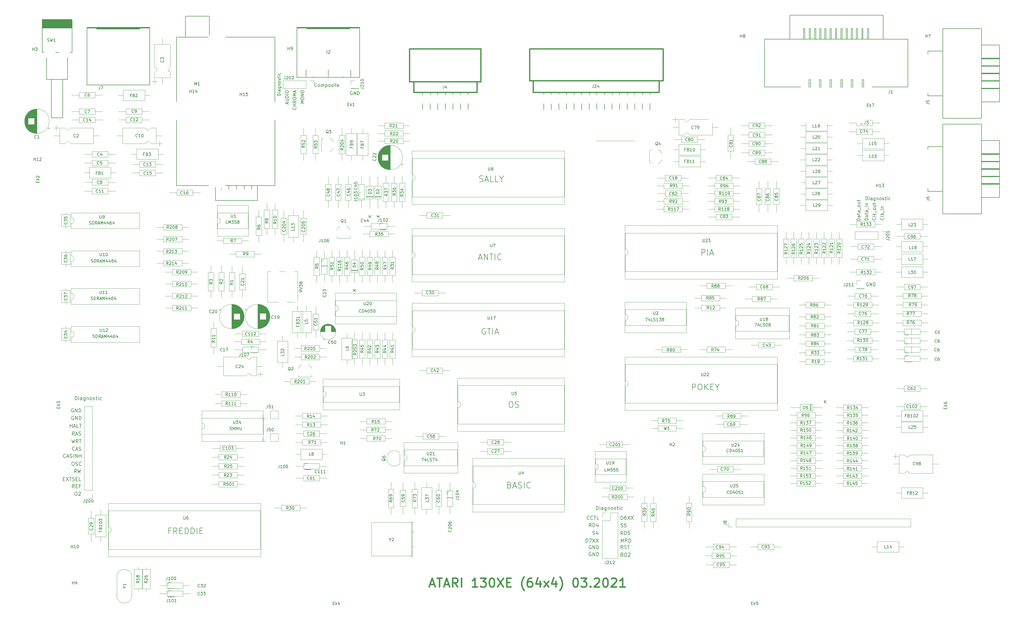
<source format=gto>
G04 #@! TF.GenerationSoftware,KiCad,Pcbnew,(5.1.0)-1*
G04 #@! TF.CreationDate,2021-03-18T22:29:08+01:00*
G04 #@! TF.ProjectId,Atari 130XE,41746172-6920-4313-9330-58452e6b6963,rev?*
G04 #@! TF.SameCoordinates,Original*
G04 #@! TF.FileFunction,Legend,Top*
G04 #@! TF.FilePolarity,Positive*
%FSLAX46Y46*%
G04 Gerber Fmt 4.6, Leading zero omitted, Abs format (unit mm)*
G04 Created by KiCad (PCBNEW (5.1.0)-1) date 2021-03-18 22:29:08*
%MOMM*%
%LPD*%
G04 APERTURE LIST*
%ADD10C,0.200000*%
%ADD11C,0.500000*%
%ADD12C,0.160000*%
%ADD13C,0.150000*%
%ADD14C,0.120000*%
%ADD15C,0.400000*%
%ADD16C,0.100000*%
%ADD17O,1.802000X1.802000*%
%ADD18R,1.802000X1.802000*%
%ADD19O,1.702000X1.702000*%
%ADD20R,1.702000X1.702000*%
%ADD21R,1.452000X1.452000*%
%ADD22O,2.502000X2.502000*%
%ADD23R,2.502000X2.502000*%
%ADD24C,1.702000*%
%ADD25C,2.602000*%
%ADD26C,3.602000*%
%ADD27R,1.602000X1.602000*%
%ADD28C,1.602000*%
%ADD29C,3.102000*%
%ADD30O,1.702000X2.502000*%
%ADD31C,2.102000*%
%ADD32O,3.602000X7.602000*%
%ADD33C,3.302000*%
%ADD34C,2.502000*%
%ADD35O,6.602000X3.102000*%
%ADD36C,4.102000*%
%ADD37C,2.442000*%
%ADD38R,1.402000X1.402000*%
%ADD39C,1.402000*%
%ADD40R,1.702000X2.502000*%
%ADD41C,2.202000*%
%ADD42O,6.102000X3.102000*%
%ADD43O,6.102000X3.602000*%
%ADD44O,4.102000X7.102000*%
%ADD45C,4.602000*%
%ADD46C,4.502000*%
%ADD47C,3.502000*%
%ADD48O,12.102000X15.102000*%
%ADD49O,10.102000X5.102000*%
%ADD50O,5.102000X10.102000*%
%ADD51C,0.254000*%
G04 APERTURE END LIST*
D10*
X247856457Y-217585857D02*
X247456457Y-217014428D01*
X247170742Y-217585857D02*
X247170742Y-216385857D01*
X247627885Y-216385857D01*
X247742171Y-216443000D01*
X247799314Y-216500142D01*
X247856457Y-216614428D01*
X247856457Y-216785857D01*
X247799314Y-216900142D01*
X247742171Y-216957285D01*
X247627885Y-217014428D01*
X247170742Y-217014428D01*
X248313600Y-217528714D02*
X248485028Y-217585857D01*
X248770742Y-217585857D01*
X248885028Y-217528714D01*
X248942171Y-217471571D01*
X248999314Y-217357285D01*
X248999314Y-217243000D01*
X248942171Y-217128714D01*
X248885028Y-217071571D01*
X248770742Y-217014428D01*
X248542171Y-216957285D01*
X248427885Y-216900142D01*
X248370742Y-216843000D01*
X248313600Y-216728714D01*
X248313600Y-216614428D01*
X248370742Y-216500142D01*
X248427885Y-216443000D01*
X248542171Y-216385857D01*
X248827885Y-216385857D01*
X248999314Y-216443000D01*
X249342171Y-216385857D02*
X250027885Y-216385857D01*
X249685028Y-217585857D02*
X249685028Y-216385857D01*
X237159914Y-218779800D02*
X237045628Y-218722657D01*
X236874200Y-218722657D01*
X236702771Y-218779800D01*
X236588485Y-218894085D01*
X236531342Y-219008371D01*
X236474200Y-219236942D01*
X236474200Y-219408371D01*
X236531342Y-219636942D01*
X236588485Y-219751228D01*
X236702771Y-219865514D01*
X236874200Y-219922657D01*
X236988485Y-219922657D01*
X237159914Y-219865514D01*
X237217057Y-219808371D01*
X237217057Y-219408371D01*
X236988485Y-219408371D01*
X237731342Y-219922657D02*
X237731342Y-218722657D01*
X238417057Y-219922657D01*
X238417057Y-218722657D01*
X238988485Y-219922657D02*
X238988485Y-218722657D01*
X239274200Y-218722657D01*
X239445628Y-218779800D01*
X239559914Y-218894085D01*
X239617057Y-219008371D01*
X239674200Y-219236942D01*
X239674200Y-219408371D01*
X239617057Y-219636942D01*
X239559914Y-219751228D01*
X239445628Y-219865514D01*
X239274200Y-219922657D01*
X238988485Y-219922657D01*
D11*
X183257142Y-229531800D02*
X184685714Y-229531800D01*
X182971428Y-230388942D02*
X183971428Y-227388942D01*
X184971428Y-230388942D01*
X185542857Y-227388942D02*
X187257142Y-227388942D01*
X186400000Y-230388942D02*
X186400000Y-227388942D01*
X188114285Y-229531800D02*
X189542857Y-229531800D01*
X187828571Y-230388942D02*
X188828571Y-227388942D01*
X189828571Y-230388942D01*
X192542857Y-230388942D02*
X191542857Y-228960371D01*
X190828571Y-230388942D02*
X190828571Y-227388942D01*
X191971428Y-227388942D01*
X192257142Y-227531800D01*
X192400000Y-227674657D01*
X192542857Y-227960371D01*
X192542857Y-228388942D01*
X192400000Y-228674657D01*
X192257142Y-228817514D01*
X191971428Y-228960371D01*
X190828571Y-228960371D01*
X193828571Y-230388942D02*
X193828571Y-227388942D01*
X199114285Y-230388942D02*
X197400000Y-230388942D01*
X198257142Y-230388942D02*
X198257142Y-227388942D01*
X197971428Y-227817514D01*
X197685714Y-228103228D01*
X197400000Y-228246085D01*
X200114285Y-227388942D02*
X201971428Y-227388942D01*
X200971428Y-228531800D01*
X201400000Y-228531800D01*
X201685714Y-228674657D01*
X201828571Y-228817514D01*
X201971428Y-229103228D01*
X201971428Y-229817514D01*
X201828571Y-230103228D01*
X201685714Y-230246085D01*
X201400000Y-230388942D01*
X200542857Y-230388942D01*
X200257142Y-230246085D01*
X200114285Y-230103228D01*
X203828571Y-227388942D02*
X204114285Y-227388942D01*
X204400000Y-227531800D01*
X204542857Y-227674657D01*
X204685714Y-227960371D01*
X204828571Y-228531800D01*
X204828571Y-229246085D01*
X204685714Y-229817514D01*
X204542857Y-230103228D01*
X204400000Y-230246085D01*
X204114285Y-230388942D01*
X203828571Y-230388942D01*
X203542857Y-230246085D01*
X203400000Y-230103228D01*
X203257142Y-229817514D01*
X203114285Y-229246085D01*
X203114285Y-228531800D01*
X203257142Y-227960371D01*
X203400000Y-227674657D01*
X203542857Y-227531800D01*
X203828571Y-227388942D01*
X205828571Y-227388942D02*
X207828571Y-230388942D01*
X207828571Y-227388942D02*
X205828571Y-230388942D01*
X208971428Y-228817514D02*
X209971428Y-228817514D01*
X210400000Y-230388942D02*
X208971428Y-230388942D01*
X208971428Y-227388942D01*
X210400000Y-227388942D01*
X214828571Y-231531800D02*
X214685714Y-231388942D01*
X214400000Y-230960371D01*
X214257142Y-230674657D01*
X214114285Y-230246085D01*
X213971428Y-229531800D01*
X213971428Y-228960371D01*
X214114285Y-228246085D01*
X214257142Y-227817514D01*
X214400000Y-227531800D01*
X214685714Y-227103228D01*
X214828571Y-226960371D01*
X217257142Y-227388942D02*
X216685714Y-227388942D01*
X216400000Y-227531800D01*
X216257142Y-227674657D01*
X215971428Y-228103228D01*
X215828571Y-228674657D01*
X215828571Y-229817514D01*
X215971428Y-230103228D01*
X216114285Y-230246085D01*
X216400000Y-230388942D01*
X216971428Y-230388942D01*
X217257142Y-230246085D01*
X217400000Y-230103228D01*
X217542857Y-229817514D01*
X217542857Y-229103228D01*
X217400000Y-228817514D01*
X217257142Y-228674657D01*
X216971428Y-228531800D01*
X216400000Y-228531800D01*
X216114285Y-228674657D01*
X215971428Y-228817514D01*
X215828571Y-229103228D01*
X220114285Y-228388942D02*
X220114285Y-230388942D01*
X219400000Y-227246085D02*
X218685714Y-229388942D01*
X220542857Y-229388942D01*
X221400000Y-230388942D02*
X222971428Y-228388942D01*
X221400000Y-228388942D02*
X222971428Y-230388942D01*
X225400000Y-228388942D02*
X225400000Y-230388942D01*
X224685714Y-227246085D02*
X223971428Y-229388942D01*
X225828571Y-229388942D01*
X226685714Y-231531800D02*
X226828571Y-231388942D01*
X227114285Y-230960371D01*
X227257142Y-230674657D01*
X227400000Y-230246085D01*
X227542857Y-229531800D01*
X227542857Y-228960371D01*
X227400000Y-228246085D01*
X227257142Y-227817514D01*
X227114285Y-227531800D01*
X226828571Y-227103228D01*
X226685714Y-226960371D01*
X231828571Y-227388942D02*
X232114285Y-227388942D01*
X232400000Y-227531800D01*
X232542857Y-227674657D01*
X232685714Y-227960371D01*
X232828571Y-228531800D01*
X232828571Y-229246085D01*
X232685714Y-229817514D01*
X232542857Y-230103228D01*
X232400000Y-230246085D01*
X232114285Y-230388942D01*
X231828571Y-230388942D01*
X231542857Y-230246085D01*
X231400000Y-230103228D01*
X231257142Y-229817514D01*
X231114285Y-229246085D01*
X231114285Y-228531800D01*
X231257142Y-227960371D01*
X231400000Y-227674657D01*
X231542857Y-227531800D01*
X231828571Y-227388942D01*
X233828571Y-227388942D02*
X235685714Y-227388942D01*
X234685714Y-228531800D01*
X235114285Y-228531800D01*
X235400000Y-228674657D01*
X235542857Y-228817514D01*
X235685714Y-229103228D01*
X235685714Y-229817514D01*
X235542857Y-230103228D01*
X235400000Y-230246085D01*
X235114285Y-230388942D01*
X234257142Y-230388942D01*
X233971428Y-230246085D01*
X233828571Y-230103228D01*
X236971428Y-230103228D02*
X237114285Y-230246085D01*
X236971428Y-230388942D01*
X236828571Y-230246085D01*
X236971428Y-230103228D01*
X236971428Y-230388942D01*
X238257142Y-227674657D02*
X238400000Y-227531800D01*
X238685714Y-227388942D01*
X239400000Y-227388942D01*
X239685714Y-227531800D01*
X239828571Y-227674657D01*
X239971428Y-227960371D01*
X239971428Y-228246085D01*
X239828571Y-228674657D01*
X238114285Y-230388942D01*
X239971428Y-230388942D01*
X241828571Y-227388942D02*
X242114285Y-227388942D01*
X242400000Y-227531800D01*
X242542857Y-227674657D01*
X242685714Y-227960371D01*
X242828571Y-228531800D01*
X242828571Y-229246085D01*
X242685714Y-229817514D01*
X242542857Y-230103228D01*
X242400000Y-230246085D01*
X242114285Y-230388942D01*
X241828571Y-230388942D01*
X241542857Y-230246085D01*
X241400000Y-230103228D01*
X241257142Y-229817514D01*
X241114285Y-229246085D01*
X241114285Y-228531800D01*
X241257142Y-227960371D01*
X241400000Y-227674657D01*
X241542857Y-227531800D01*
X241828571Y-227388942D01*
X243971428Y-227674657D02*
X244114285Y-227531800D01*
X244400000Y-227388942D01*
X245114285Y-227388942D01*
X245400000Y-227531800D01*
X245542857Y-227674657D01*
X245685714Y-227960371D01*
X245685714Y-228246085D01*
X245542857Y-228674657D01*
X243828571Y-230388942D01*
X245685714Y-230388942D01*
X248542857Y-230388942D02*
X246828571Y-230388942D01*
X247685714Y-230388942D02*
X247685714Y-227388942D01*
X247400000Y-227817514D01*
X247114285Y-228103228D01*
X246828571Y-228246085D01*
D10*
X62766800Y-176920457D02*
X62766800Y-175720457D01*
X62766800Y-176291885D02*
X63452514Y-176291885D01*
X63452514Y-176920457D02*
X63452514Y-175720457D01*
X63966800Y-176577600D02*
X64538228Y-176577600D01*
X63852514Y-176920457D02*
X64252514Y-175720457D01*
X64652514Y-176920457D01*
X65623942Y-176920457D02*
X65052514Y-176920457D01*
X65052514Y-175720457D01*
X65852514Y-175720457D02*
X66538228Y-175720457D01*
X66195371Y-176920457D02*
X66195371Y-175720457D01*
X63906514Y-173186800D02*
X63792228Y-173129657D01*
X63620800Y-173129657D01*
X63449371Y-173186800D01*
X63335085Y-173301085D01*
X63277942Y-173415371D01*
X63220800Y-173643942D01*
X63220800Y-173815371D01*
X63277942Y-174043942D01*
X63335085Y-174158228D01*
X63449371Y-174272514D01*
X63620800Y-174329657D01*
X63735085Y-174329657D01*
X63906514Y-174272514D01*
X63963657Y-174215371D01*
X63963657Y-173815371D01*
X63735085Y-173815371D01*
X64477942Y-174329657D02*
X64477942Y-173129657D01*
X65163657Y-174329657D01*
X65163657Y-173129657D01*
X65735085Y-174329657D02*
X65735085Y-173129657D01*
X66020800Y-173129657D01*
X66192228Y-173186800D01*
X66306514Y-173301085D01*
X66363657Y-173415371D01*
X66420800Y-173643942D01*
X66420800Y-173815371D01*
X66363657Y-174043942D01*
X66306514Y-174158228D01*
X66192228Y-174272514D01*
X66020800Y-174329657D01*
X65735085Y-174329657D01*
X237159914Y-216468400D02*
X237045628Y-216411257D01*
X236874200Y-216411257D01*
X236702771Y-216468400D01*
X236588485Y-216582685D01*
X236531342Y-216696971D01*
X236474200Y-216925542D01*
X236474200Y-217096971D01*
X236531342Y-217325542D01*
X236588485Y-217439828D01*
X236702771Y-217554114D01*
X236874200Y-217611257D01*
X236988485Y-217611257D01*
X237159914Y-217554114D01*
X237217057Y-217496971D01*
X237217057Y-217096971D01*
X236988485Y-217096971D01*
X237731342Y-217611257D02*
X237731342Y-216411257D01*
X238417057Y-217611257D01*
X238417057Y-216411257D01*
X238988485Y-217611257D02*
X238988485Y-216411257D01*
X239274200Y-216411257D01*
X239445628Y-216468400D01*
X239559914Y-216582685D01*
X239617057Y-216696971D01*
X239674200Y-216925542D01*
X239674200Y-217096971D01*
X239617057Y-217325542D01*
X239559914Y-217439828D01*
X239445628Y-217554114D01*
X239274200Y-217611257D01*
X238988485Y-217611257D01*
X247193000Y-215376057D02*
X247193000Y-214176057D01*
X247593000Y-215033200D01*
X247993000Y-214176057D01*
X247993000Y-215376057D01*
X248564428Y-215376057D02*
X248564428Y-214176057D01*
X249021571Y-214176057D01*
X249135857Y-214233200D01*
X249193000Y-214290342D01*
X249250142Y-214404628D01*
X249250142Y-214576057D01*
X249193000Y-214690342D01*
X249135857Y-214747485D01*
X249021571Y-214804628D01*
X248564428Y-214804628D01*
X249764428Y-215376057D02*
X249764428Y-214176057D01*
X250050142Y-214176057D01*
X250221571Y-214233200D01*
X250335857Y-214347485D01*
X250393000Y-214461771D01*
X250450142Y-214690342D01*
X250450142Y-214861771D01*
X250393000Y-215090342D01*
X250335857Y-215204628D01*
X250221571Y-215318914D01*
X250050142Y-215376057D01*
X249764428Y-215376057D01*
X247815200Y-212861457D02*
X247415200Y-212290028D01*
X247129485Y-212861457D02*
X247129485Y-211661457D01*
X247586628Y-211661457D01*
X247700914Y-211718600D01*
X247758057Y-211775742D01*
X247815200Y-211890028D01*
X247815200Y-212061457D01*
X247758057Y-212175742D01*
X247700914Y-212232885D01*
X247586628Y-212290028D01*
X247129485Y-212290028D01*
X248329485Y-212861457D02*
X248329485Y-211661457D01*
X248615200Y-211661457D01*
X248786628Y-211718600D01*
X248900914Y-211832885D01*
X248958057Y-211947171D01*
X249015200Y-212175742D01*
X249015200Y-212347171D01*
X248958057Y-212575742D01*
X248900914Y-212690028D01*
X248786628Y-212804314D01*
X248615200Y-212861457D01*
X248329485Y-212861457D01*
X250100914Y-211661457D02*
X249529485Y-211661457D01*
X249472342Y-212232885D01*
X249529485Y-212175742D01*
X249643771Y-212118600D01*
X249929485Y-212118600D01*
X250043771Y-212175742D01*
X250100914Y-212232885D01*
X250158057Y-212347171D01*
X250158057Y-212632885D01*
X250100914Y-212747171D01*
X250043771Y-212804314D01*
X249929485Y-212861457D01*
X249643771Y-212861457D01*
X249529485Y-212804314D01*
X249472342Y-212747171D01*
X247116714Y-210213514D02*
X247288142Y-210270657D01*
X247573857Y-210270657D01*
X247688142Y-210213514D01*
X247745285Y-210156371D01*
X247802428Y-210042085D01*
X247802428Y-209927800D01*
X247745285Y-209813514D01*
X247688142Y-209756371D01*
X247573857Y-209699228D01*
X247345285Y-209642085D01*
X247231000Y-209584942D01*
X247173857Y-209527800D01*
X247116714Y-209413514D01*
X247116714Y-209299228D01*
X247173857Y-209184942D01*
X247231000Y-209127800D01*
X247345285Y-209070657D01*
X247631000Y-209070657D01*
X247802428Y-209127800D01*
X248888142Y-209070657D02*
X248316714Y-209070657D01*
X248259571Y-209642085D01*
X248316714Y-209584942D01*
X248431000Y-209527800D01*
X248716714Y-209527800D01*
X248831000Y-209584942D01*
X248888142Y-209642085D01*
X248945285Y-209756371D01*
X248945285Y-210042085D01*
X248888142Y-210156371D01*
X248831000Y-210213514D01*
X248716714Y-210270657D01*
X248431000Y-210270657D01*
X248316714Y-210213514D01*
X248259571Y-210156371D01*
X247170828Y-207756057D02*
X247170828Y-206556057D01*
X247456542Y-206556057D01*
X247627971Y-206613200D01*
X247742257Y-206727485D01*
X247799400Y-206841771D01*
X247856542Y-207070342D01*
X247856542Y-207241771D01*
X247799400Y-207470342D01*
X247742257Y-207584628D01*
X247627971Y-207698914D01*
X247456542Y-207756057D01*
X247170828Y-207756057D01*
X248885114Y-206556057D02*
X248656542Y-206556057D01*
X248542257Y-206613200D01*
X248485114Y-206670342D01*
X248370828Y-206841771D01*
X248313685Y-207070342D01*
X248313685Y-207527485D01*
X248370828Y-207641771D01*
X248427971Y-207698914D01*
X248542257Y-207756057D01*
X248770828Y-207756057D01*
X248885114Y-207698914D01*
X248942257Y-207641771D01*
X248999400Y-207527485D01*
X248999400Y-207241771D01*
X248942257Y-207127485D01*
X248885114Y-207070342D01*
X248770828Y-207013200D01*
X248542257Y-207013200D01*
X248427971Y-207070342D01*
X248370828Y-207127485D01*
X248313685Y-207241771D01*
X249399400Y-206556057D02*
X250199400Y-207756057D01*
X250199400Y-206556057D02*
X249399400Y-207756057D01*
X250542257Y-206556057D02*
X251342257Y-207756057D01*
X251342257Y-206556057D02*
X250542257Y-207756057D01*
X247551714Y-219522685D02*
X247723142Y-219579828D01*
X247780285Y-219636971D01*
X247837428Y-219751257D01*
X247837428Y-219922685D01*
X247780285Y-220036971D01*
X247723142Y-220094114D01*
X247608857Y-220151257D01*
X247151714Y-220151257D01*
X247151714Y-218951257D01*
X247551714Y-218951257D01*
X247666000Y-219008400D01*
X247723142Y-219065542D01*
X247780285Y-219179828D01*
X247780285Y-219294114D01*
X247723142Y-219408400D01*
X247666000Y-219465542D01*
X247551714Y-219522685D01*
X247151714Y-219522685D01*
X248580285Y-218951257D02*
X248808857Y-218951257D01*
X248923142Y-219008400D01*
X249037428Y-219122685D01*
X249094571Y-219351257D01*
X249094571Y-219751257D01*
X249037428Y-219979828D01*
X248923142Y-220094114D01*
X248808857Y-220151257D01*
X248580285Y-220151257D01*
X248466000Y-220094114D01*
X248351714Y-219979828D01*
X248294571Y-219751257D01*
X248294571Y-219351257D01*
X248351714Y-219122685D01*
X248466000Y-219008400D01*
X248580285Y-218951257D01*
X249551714Y-219065542D02*
X249608857Y-219008400D01*
X249723142Y-218951257D01*
X250008857Y-218951257D01*
X250123142Y-219008400D01*
X250180285Y-219065542D01*
X250237428Y-219179828D01*
X250237428Y-219294114D01*
X250180285Y-219465542D01*
X249494571Y-220151257D01*
X250237428Y-220151257D01*
X235436028Y-215350657D02*
X235436028Y-214150657D01*
X235721742Y-214150657D01*
X235893171Y-214207800D01*
X236007457Y-214322085D01*
X236064600Y-214436371D01*
X236121742Y-214664942D01*
X236121742Y-214836371D01*
X236064600Y-215064942D01*
X236007457Y-215179228D01*
X235893171Y-215293514D01*
X235721742Y-215350657D01*
X235436028Y-215350657D01*
X236521742Y-214150657D02*
X237321742Y-214150657D01*
X236807457Y-215350657D01*
X237664600Y-214150657D02*
X238464600Y-215350657D01*
X238464600Y-214150657D02*
X237664600Y-215350657D01*
X238807457Y-214150657D02*
X239607457Y-215350657D01*
X239607457Y-214150657D02*
X238807457Y-215350657D01*
X237693314Y-212753514D02*
X237864742Y-212810657D01*
X238150457Y-212810657D01*
X238264742Y-212753514D01*
X238321885Y-212696371D01*
X238379028Y-212582085D01*
X238379028Y-212467800D01*
X238321885Y-212353514D01*
X238264742Y-212296371D01*
X238150457Y-212239228D01*
X237921885Y-212182085D01*
X237807600Y-212124942D01*
X237750457Y-212067800D01*
X237693314Y-211953514D01*
X237693314Y-211839228D01*
X237750457Y-211724942D01*
X237807600Y-211667800D01*
X237921885Y-211610657D01*
X238207600Y-211610657D01*
X238379028Y-211667800D01*
X239407600Y-212010657D02*
X239407600Y-212810657D01*
X239121885Y-211553514D02*
X238836171Y-212410657D01*
X239579028Y-212410657D01*
X237248800Y-210219857D02*
X236848800Y-209648428D01*
X236563085Y-210219857D02*
X236563085Y-209019857D01*
X237020228Y-209019857D01*
X237134514Y-209077000D01*
X237191657Y-209134142D01*
X237248800Y-209248428D01*
X237248800Y-209419857D01*
X237191657Y-209534142D01*
X237134514Y-209591285D01*
X237020228Y-209648428D01*
X236563085Y-209648428D01*
X237763085Y-210219857D02*
X237763085Y-209019857D01*
X238048800Y-209019857D01*
X238220228Y-209077000D01*
X238334514Y-209191285D01*
X238391657Y-209305571D01*
X238448800Y-209534142D01*
X238448800Y-209705571D01*
X238391657Y-209934142D01*
X238334514Y-210048428D01*
X238220228Y-210162714D01*
X238048800Y-210219857D01*
X237763085Y-210219857D01*
X239477371Y-209419857D02*
X239477371Y-210219857D01*
X239191657Y-208962714D02*
X238905942Y-209819857D01*
X239648800Y-209819857D01*
X236521771Y-207641771D02*
X236464628Y-207698914D01*
X236293200Y-207756057D01*
X236178914Y-207756057D01*
X236007485Y-207698914D01*
X235893200Y-207584628D01*
X235836057Y-207470342D01*
X235778914Y-207241771D01*
X235778914Y-207070342D01*
X235836057Y-206841771D01*
X235893200Y-206727485D01*
X236007485Y-206613200D01*
X236178914Y-206556057D01*
X236293200Y-206556057D01*
X236464628Y-206613200D01*
X236521771Y-206670342D01*
X237721771Y-207641771D02*
X237664628Y-207698914D01*
X237493200Y-207756057D01*
X237378914Y-207756057D01*
X237207485Y-207698914D01*
X237093200Y-207584628D01*
X237036057Y-207470342D01*
X236978914Y-207241771D01*
X236978914Y-207070342D01*
X237036057Y-206841771D01*
X237093200Y-206727485D01*
X237207485Y-206613200D01*
X237378914Y-206556057D01*
X237493200Y-206556057D01*
X237664628Y-206613200D01*
X237721771Y-206670342D01*
X238064628Y-206556057D02*
X238750342Y-206556057D01*
X238407485Y-207756057D02*
X238407485Y-206556057D01*
X239721771Y-207756057D02*
X239150342Y-207756057D01*
X239150342Y-206556057D01*
X238881200Y-204454057D02*
X238881200Y-203254057D01*
X239166914Y-203254057D01*
X239338342Y-203311200D01*
X239452628Y-203425485D01*
X239509771Y-203539771D01*
X239566914Y-203768342D01*
X239566914Y-203939771D01*
X239509771Y-204168342D01*
X239452628Y-204282628D01*
X239338342Y-204396914D01*
X239166914Y-204454057D01*
X238881200Y-204454057D01*
X240081200Y-204454057D02*
X240081200Y-203654057D01*
X240081200Y-203254057D02*
X240024057Y-203311200D01*
X240081200Y-203368342D01*
X240138342Y-203311200D01*
X240081200Y-203254057D01*
X240081200Y-203368342D01*
X241166914Y-204454057D02*
X241166914Y-203825485D01*
X241109771Y-203711200D01*
X240995485Y-203654057D01*
X240766914Y-203654057D01*
X240652628Y-203711200D01*
X241166914Y-204396914D02*
X241052628Y-204454057D01*
X240766914Y-204454057D01*
X240652628Y-204396914D01*
X240595485Y-204282628D01*
X240595485Y-204168342D01*
X240652628Y-204054057D01*
X240766914Y-203996914D01*
X241052628Y-203996914D01*
X241166914Y-203939771D01*
X242252628Y-203654057D02*
X242252628Y-204625485D01*
X242195485Y-204739771D01*
X242138342Y-204796914D01*
X242024057Y-204854057D01*
X241852628Y-204854057D01*
X241738342Y-204796914D01*
X242252628Y-204396914D02*
X242138342Y-204454057D01*
X241909771Y-204454057D01*
X241795485Y-204396914D01*
X241738342Y-204339771D01*
X241681200Y-204225485D01*
X241681200Y-203882628D01*
X241738342Y-203768342D01*
X241795485Y-203711200D01*
X241909771Y-203654057D01*
X242138342Y-203654057D01*
X242252628Y-203711200D01*
X242824057Y-203654057D02*
X242824057Y-204454057D01*
X242824057Y-203768342D02*
X242881200Y-203711200D01*
X242995485Y-203654057D01*
X243166914Y-203654057D01*
X243281200Y-203711200D01*
X243338342Y-203825485D01*
X243338342Y-204454057D01*
X244081200Y-204454057D02*
X243966914Y-204396914D01*
X243909771Y-204339771D01*
X243852628Y-204225485D01*
X243852628Y-203882628D01*
X243909771Y-203768342D01*
X243966914Y-203711200D01*
X244081200Y-203654057D01*
X244252628Y-203654057D01*
X244366914Y-203711200D01*
X244424057Y-203768342D01*
X244481200Y-203882628D01*
X244481200Y-204225485D01*
X244424057Y-204339771D01*
X244366914Y-204396914D01*
X244252628Y-204454057D01*
X244081200Y-204454057D01*
X244938342Y-204396914D02*
X245052628Y-204454057D01*
X245281200Y-204454057D01*
X245395485Y-204396914D01*
X245452628Y-204282628D01*
X245452628Y-204225485D01*
X245395485Y-204111200D01*
X245281200Y-204054057D01*
X245109771Y-204054057D01*
X244995485Y-203996914D01*
X244938342Y-203882628D01*
X244938342Y-203825485D01*
X244995485Y-203711200D01*
X245109771Y-203654057D01*
X245281200Y-203654057D01*
X245395485Y-203711200D01*
X245795485Y-203654057D02*
X246252628Y-203654057D01*
X245966914Y-203254057D02*
X245966914Y-204282628D01*
X246024057Y-204396914D01*
X246138342Y-204454057D01*
X246252628Y-204454057D01*
X246652628Y-204454057D02*
X246652628Y-203654057D01*
X246652628Y-203254057D02*
X246595485Y-203311200D01*
X246652628Y-203368342D01*
X246709771Y-203311200D01*
X246652628Y-203254057D01*
X246652628Y-203368342D01*
X247738342Y-204396914D02*
X247624057Y-204454057D01*
X247395485Y-204454057D01*
X247281200Y-204396914D01*
X247224057Y-204339771D01*
X247166914Y-204225485D01*
X247166914Y-203882628D01*
X247224057Y-203768342D01*
X247281200Y-203711200D01*
X247395485Y-203654057D01*
X247624057Y-203654057D01*
X247738342Y-203711200D01*
D12*
X329996904Y-128507400D02*
X329892142Y-128455019D01*
X329735000Y-128455019D01*
X329577857Y-128507400D01*
X329473095Y-128612161D01*
X329420714Y-128716923D01*
X329368333Y-128926447D01*
X329368333Y-129083590D01*
X329420714Y-129293114D01*
X329473095Y-129397876D01*
X329577857Y-129502638D01*
X329735000Y-129555019D01*
X329839761Y-129555019D01*
X329996904Y-129502638D01*
X330049285Y-129450257D01*
X330049285Y-129083590D01*
X329839761Y-129083590D01*
X330520714Y-129555019D02*
X330520714Y-128455019D01*
X331149285Y-129555019D01*
X331149285Y-128455019D01*
X331673095Y-129555019D02*
X331673095Y-128455019D01*
X331935000Y-128455019D01*
X332092142Y-128507400D01*
X332196904Y-128612161D01*
X332249285Y-128716923D01*
X332301666Y-128926447D01*
X332301666Y-129083590D01*
X332249285Y-129293114D01*
X332196904Y-129397876D01*
X332092142Y-129502638D01*
X331935000Y-129555019D01*
X331673095Y-129555019D01*
X157251504Y-64448600D02*
X157146742Y-64396219D01*
X156989600Y-64396219D01*
X156832457Y-64448600D01*
X156727695Y-64553361D01*
X156675314Y-64658123D01*
X156622933Y-64867647D01*
X156622933Y-65024790D01*
X156675314Y-65234314D01*
X156727695Y-65339076D01*
X156832457Y-65443838D01*
X156989600Y-65496219D01*
X157094361Y-65496219D01*
X157251504Y-65443838D01*
X157303885Y-65391457D01*
X157303885Y-65024790D01*
X157094361Y-65024790D01*
X157775314Y-65496219D02*
X157775314Y-64396219D01*
X158403885Y-65496219D01*
X158403885Y-64396219D01*
X158927695Y-65496219D02*
X158927695Y-64396219D01*
X159189600Y-64396219D01*
X159346742Y-64448600D01*
X159451504Y-64553361D01*
X159503885Y-64658123D01*
X159556266Y-64867647D01*
X159556266Y-65024790D01*
X159503885Y-65234314D01*
X159451504Y-65339076D01*
X159346742Y-65443838D01*
X159189600Y-65496219D01*
X158927695Y-65496219D01*
D10*
X63830314Y-170672200D02*
X63716028Y-170615057D01*
X63544600Y-170615057D01*
X63373171Y-170672200D01*
X63258885Y-170786485D01*
X63201742Y-170900771D01*
X63144600Y-171129342D01*
X63144600Y-171300771D01*
X63201742Y-171529342D01*
X63258885Y-171643628D01*
X63373171Y-171757914D01*
X63544600Y-171815057D01*
X63658885Y-171815057D01*
X63830314Y-171757914D01*
X63887457Y-171700771D01*
X63887457Y-171300771D01*
X63658885Y-171300771D01*
X64401742Y-171815057D02*
X64401742Y-170615057D01*
X65087457Y-171815057D01*
X65087457Y-170615057D01*
X65658885Y-171815057D02*
X65658885Y-170615057D01*
X65944600Y-170615057D01*
X66116028Y-170672200D01*
X66230314Y-170786485D01*
X66287457Y-170900771D01*
X66344600Y-171129342D01*
X66344600Y-171300771D01*
X66287457Y-171529342D01*
X66230314Y-171643628D01*
X66116028Y-171757914D01*
X65944600Y-171815057D01*
X65658885Y-171815057D01*
X64160485Y-197164257D02*
X63760485Y-196592828D01*
X63474771Y-197164257D02*
X63474771Y-195964257D01*
X63931914Y-195964257D01*
X64046200Y-196021400D01*
X64103342Y-196078542D01*
X64160485Y-196192828D01*
X64160485Y-196364257D01*
X64103342Y-196478542D01*
X64046200Y-196535685D01*
X63931914Y-196592828D01*
X63474771Y-196592828D01*
X64674771Y-196535685D02*
X65074771Y-196535685D01*
X65246200Y-197164257D02*
X64674771Y-197164257D01*
X64674771Y-195964257D01*
X65246200Y-195964257D01*
X66160485Y-196535685D02*
X65760485Y-196535685D01*
X65760485Y-197164257D02*
X65760485Y-195964257D01*
X66331914Y-195964257D01*
D12*
X145313028Y-62699057D02*
X145260647Y-62751438D01*
X145103504Y-62803819D01*
X144998742Y-62803819D01*
X144841600Y-62751438D01*
X144736838Y-62646676D01*
X144684457Y-62541914D01*
X144632076Y-62332390D01*
X144632076Y-62175247D01*
X144684457Y-61965723D01*
X144736838Y-61860961D01*
X144841600Y-61756200D01*
X144998742Y-61703819D01*
X145103504Y-61703819D01*
X145260647Y-61756200D01*
X145313028Y-61808580D01*
X145941600Y-62803819D02*
X145836838Y-62751438D01*
X145784457Y-62699057D01*
X145732076Y-62594295D01*
X145732076Y-62280009D01*
X145784457Y-62175247D01*
X145836838Y-62122866D01*
X145941600Y-62070485D01*
X146098742Y-62070485D01*
X146203504Y-62122866D01*
X146255885Y-62175247D01*
X146308266Y-62280009D01*
X146308266Y-62594295D01*
X146255885Y-62699057D01*
X146203504Y-62751438D01*
X146098742Y-62803819D01*
X145941600Y-62803819D01*
X146779695Y-62803819D02*
X146779695Y-62070485D01*
X146779695Y-62175247D02*
X146832076Y-62122866D01*
X146936838Y-62070485D01*
X147093980Y-62070485D01*
X147198742Y-62122866D01*
X147251123Y-62227628D01*
X147251123Y-62803819D01*
X147251123Y-62227628D02*
X147303504Y-62122866D01*
X147408266Y-62070485D01*
X147565409Y-62070485D01*
X147670171Y-62122866D01*
X147722552Y-62227628D01*
X147722552Y-62803819D01*
X148246361Y-62070485D02*
X148246361Y-63170485D01*
X148246361Y-62122866D02*
X148351123Y-62070485D01*
X148560647Y-62070485D01*
X148665409Y-62122866D01*
X148717790Y-62175247D01*
X148770171Y-62280009D01*
X148770171Y-62594295D01*
X148717790Y-62699057D01*
X148665409Y-62751438D01*
X148560647Y-62803819D01*
X148351123Y-62803819D01*
X148246361Y-62751438D01*
X149398742Y-62803819D02*
X149293980Y-62751438D01*
X149241600Y-62699057D01*
X149189219Y-62594295D01*
X149189219Y-62280009D01*
X149241600Y-62175247D01*
X149293980Y-62122866D01*
X149398742Y-62070485D01*
X149555885Y-62070485D01*
X149660647Y-62122866D01*
X149713028Y-62175247D01*
X149765409Y-62280009D01*
X149765409Y-62594295D01*
X149713028Y-62699057D01*
X149660647Y-62751438D01*
X149555885Y-62803819D01*
X149398742Y-62803819D01*
X150184457Y-62751438D02*
X150289219Y-62803819D01*
X150498742Y-62803819D01*
X150603504Y-62751438D01*
X150655885Y-62646676D01*
X150655885Y-62594295D01*
X150603504Y-62489533D01*
X150498742Y-62437152D01*
X150341600Y-62437152D01*
X150236838Y-62384771D01*
X150184457Y-62280009D01*
X150184457Y-62227628D01*
X150236838Y-62122866D01*
X150341600Y-62070485D01*
X150498742Y-62070485D01*
X150603504Y-62122866D01*
X151127314Y-62803819D02*
X151127314Y-62070485D01*
X151127314Y-61703819D02*
X151074933Y-61756200D01*
X151127314Y-61808580D01*
X151179695Y-61756200D01*
X151127314Y-61703819D01*
X151127314Y-61808580D01*
X151493980Y-62070485D02*
X151913028Y-62070485D01*
X151651123Y-61703819D02*
X151651123Y-62646676D01*
X151703504Y-62751438D01*
X151808266Y-62803819D01*
X151913028Y-62803819D01*
X152698742Y-62751438D02*
X152593980Y-62803819D01*
X152384457Y-62803819D01*
X152279695Y-62751438D01*
X152227314Y-62646676D01*
X152227314Y-62227628D01*
X152279695Y-62122866D01*
X152384457Y-62070485D01*
X152593980Y-62070485D01*
X152698742Y-62122866D01*
X152751123Y-62227628D01*
X152751123Y-62332390D01*
X152227314Y-62437152D01*
X141061219Y-68313038D02*
X139961219Y-68313038D01*
X140746933Y-67946371D01*
X139961219Y-67579704D01*
X141061219Y-67579704D01*
X139961219Y-66846371D02*
X139961219Y-66636847D01*
X140013600Y-66532085D01*
X140118361Y-66427323D01*
X140327885Y-66374942D01*
X140694552Y-66374942D01*
X140904076Y-66427323D01*
X141008838Y-66532085D01*
X141061219Y-66636847D01*
X141061219Y-66846371D01*
X141008838Y-66951133D01*
X140904076Y-67055895D01*
X140694552Y-67108276D01*
X140327885Y-67108276D01*
X140118361Y-67055895D01*
X140013600Y-66951133D01*
X139961219Y-66846371D01*
X141061219Y-65903514D02*
X139961219Y-65903514D01*
X141061219Y-65274942D01*
X139961219Y-65274942D01*
X139961219Y-64541609D02*
X139961219Y-64332085D01*
X140013600Y-64227323D01*
X140118361Y-64122561D01*
X140327885Y-64070180D01*
X140694552Y-64070180D01*
X140904076Y-64122561D01*
X141008838Y-64227323D01*
X141061219Y-64332085D01*
X141061219Y-64541609D01*
X141008838Y-64646371D01*
X140904076Y-64751133D01*
X140694552Y-64803514D01*
X140327885Y-64803514D01*
X140118361Y-64751133D01*
X140013600Y-64646371D01*
X139961219Y-64541609D01*
X138289457Y-69746504D02*
X138341838Y-69798885D01*
X138394219Y-69956028D01*
X138394219Y-70060790D01*
X138341838Y-70217933D01*
X138237076Y-70322695D01*
X138132314Y-70375076D01*
X137922790Y-70427457D01*
X137765647Y-70427457D01*
X137556123Y-70375076D01*
X137451361Y-70322695D01*
X137346600Y-70217933D01*
X137294219Y-70060790D01*
X137294219Y-69956028D01*
X137346600Y-69798885D01*
X137398980Y-69746504D01*
X138394219Y-69275076D02*
X137294219Y-69275076D01*
X137818028Y-69275076D02*
X137818028Y-68646504D01*
X138394219Y-68646504D02*
X137294219Y-68646504D01*
X138394219Y-67494123D02*
X137870409Y-67860790D01*
X138394219Y-68122695D02*
X137294219Y-68122695D01*
X137294219Y-67703647D01*
X137346600Y-67598885D01*
X137398980Y-67546504D01*
X137503742Y-67494123D01*
X137660885Y-67494123D01*
X137765647Y-67546504D01*
X137818028Y-67598885D01*
X137870409Y-67703647D01*
X137870409Y-68122695D01*
X137294219Y-66813171D02*
X137294219Y-66603647D01*
X137346600Y-66498885D01*
X137451361Y-66394123D01*
X137660885Y-66341742D01*
X138027552Y-66341742D01*
X138237076Y-66394123D01*
X138341838Y-66498885D01*
X138394219Y-66603647D01*
X138394219Y-66813171D01*
X138341838Y-66917933D01*
X138237076Y-67022695D01*
X138027552Y-67075076D01*
X137660885Y-67075076D01*
X137451361Y-67022695D01*
X137346600Y-66917933D01*
X137294219Y-66813171D01*
X138394219Y-65870314D02*
X137294219Y-65870314D01*
X138079933Y-65503647D01*
X137294219Y-65136980D01*
X138394219Y-65136980D01*
X138079933Y-64665552D02*
X138079933Y-64141742D01*
X138394219Y-64770314D02*
X137294219Y-64403647D01*
X138394219Y-64036980D01*
X135565333Y-68570990D02*
X135565333Y-68047180D01*
X135879619Y-68675752D02*
X134779619Y-68309085D01*
X135879619Y-67942419D01*
X134779619Y-67575752D02*
X135670095Y-67575752D01*
X135774857Y-67523371D01*
X135827238Y-67470990D01*
X135879619Y-67366228D01*
X135879619Y-67156704D01*
X135827238Y-67051942D01*
X135774857Y-66999561D01*
X135670095Y-66947180D01*
X134779619Y-66947180D01*
X135879619Y-66423371D02*
X134779619Y-66423371D01*
X134779619Y-66161466D01*
X134832000Y-66004323D01*
X134936761Y-65899561D01*
X135041523Y-65847180D01*
X135251047Y-65794800D01*
X135408190Y-65794800D01*
X135617714Y-65847180D01*
X135722476Y-65899561D01*
X135827238Y-66004323D01*
X135879619Y-66161466D01*
X135879619Y-66423371D01*
X135879619Y-65323371D02*
X134779619Y-65323371D01*
X134779619Y-64590038D02*
X134779619Y-64380514D01*
X134832000Y-64275752D01*
X134936761Y-64170990D01*
X135146285Y-64118609D01*
X135512952Y-64118609D01*
X135722476Y-64170990D01*
X135827238Y-64275752D01*
X135879619Y-64380514D01*
X135879619Y-64590038D01*
X135827238Y-64694800D01*
X135722476Y-64799561D01*
X135512952Y-64851942D01*
X135146285Y-64851942D01*
X134936761Y-64799561D01*
X134832000Y-64694800D01*
X134779619Y-64590038D01*
D13*
X133141980Y-65693466D02*
X132141980Y-65693466D01*
X132141980Y-65455371D01*
X132189600Y-65312514D01*
X132284838Y-65217276D01*
X132380076Y-65169657D01*
X132570552Y-65122038D01*
X132713409Y-65122038D01*
X132903885Y-65169657D01*
X132999123Y-65217276D01*
X133094361Y-65312514D01*
X133141980Y-65455371D01*
X133141980Y-65693466D01*
X133141980Y-64693466D02*
X132475314Y-64693466D01*
X132141980Y-64693466D02*
X132189600Y-64741085D01*
X132237219Y-64693466D01*
X132189600Y-64645847D01*
X132141980Y-64693466D01*
X132237219Y-64693466D01*
X133141980Y-63788704D02*
X132618171Y-63788704D01*
X132522933Y-63836323D01*
X132475314Y-63931561D01*
X132475314Y-64122038D01*
X132522933Y-64217276D01*
X133094361Y-63788704D02*
X133141980Y-63883942D01*
X133141980Y-64122038D01*
X133094361Y-64217276D01*
X132999123Y-64264895D01*
X132903885Y-64264895D01*
X132808647Y-64217276D01*
X132761028Y-64122038D01*
X132761028Y-63883942D01*
X132713409Y-63788704D01*
X132475314Y-62883942D02*
X133284838Y-62883942D01*
X133380076Y-62931561D01*
X133427695Y-62979180D01*
X133475314Y-63074419D01*
X133475314Y-63217276D01*
X133427695Y-63312514D01*
X133094361Y-62883942D02*
X133141980Y-62979180D01*
X133141980Y-63169657D01*
X133094361Y-63264895D01*
X133046742Y-63312514D01*
X132951504Y-63360133D01*
X132665790Y-63360133D01*
X132570552Y-63312514D01*
X132522933Y-63264895D01*
X132475314Y-63169657D01*
X132475314Y-62979180D01*
X132522933Y-62883942D01*
X132475314Y-62407752D02*
X133141980Y-62407752D01*
X132570552Y-62407752D02*
X132522933Y-62360133D01*
X132475314Y-62264895D01*
X132475314Y-62122038D01*
X132522933Y-62026800D01*
X132618171Y-61979180D01*
X133141980Y-61979180D01*
X133141980Y-61360133D02*
X133094361Y-61455371D01*
X133046742Y-61502990D01*
X132951504Y-61550609D01*
X132665790Y-61550609D01*
X132570552Y-61502990D01*
X132522933Y-61455371D01*
X132475314Y-61360133D01*
X132475314Y-61217276D01*
X132522933Y-61122038D01*
X132570552Y-61074419D01*
X132665790Y-61026800D01*
X132951504Y-61026800D01*
X133046742Y-61074419D01*
X133094361Y-61122038D01*
X133141980Y-61217276D01*
X133141980Y-61360133D01*
X133094361Y-60645847D02*
X133141980Y-60550609D01*
X133141980Y-60360133D01*
X133094361Y-60264895D01*
X132999123Y-60217276D01*
X132951504Y-60217276D01*
X132856266Y-60264895D01*
X132808647Y-60360133D01*
X132808647Y-60502990D01*
X132761028Y-60598228D01*
X132665790Y-60645847D01*
X132618171Y-60645847D01*
X132522933Y-60598228D01*
X132475314Y-60502990D01*
X132475314Y-60360133D01*
X132522933Y-60264895D01*
X132475314Y-59931561D02*
X132475314Y-59550609D01*
X132141980Y-59788704D02*
X132999123Y-59788704D01*
X133094361Y-59741085D01*
X133141980Y-59645847D01*
X133141980Y-59550609D01*
X133141980Y-59217276D02*
X132475314Y-59217276D01*
X132141980Y-59217276D02*
X132189600Y-59264895D01*
X132237219Y-59217276D01*
X132189600Y-59169657D01*
X132141980Y-59217276D01*
X132237219Y-59217276D01*
X133094361Y-58312514D02*
X133141980Y-58407752D01*
X133141980Y-58598228D01*
X133094361Y-58693466D01*
X133046742Y-58741085D01*
X132951504Y-58788704D01*
X132665790Y-58788704D01*
X132570552Y-58741085D01*
X132522933Y-58693466D01*
X132475314Y-58598228D01*
X132475314Y-58407752D01*
X132522933Y-58312514D01*
D12*
X334987057Y-106727428D02*
X335039438Y-106779809D01*
X335091819Y-106936952D01*
X335091819Y-107041714D01*
X335039438Y-107198857D01*
X334934676Y-107303619D01*
X334829914Y-107356000D01*
X334620390Y-107408380D01*
X334463247Y-107408380D01*
X334253723Y-107356000D01*
X334148961Y-107303619D01*
X334044200Y-107198857D01*
X333991819Y-107041714D01*
X333991819Y-106936952D01*
X334044200Y-106779809D01*
X334096580Y-106727428D01*
X335091819Y-106098857D02*
X335039438Y-106203619D01*
X334934676Y-106256000D01*
X333991819Y-106256000D01*
X335091819Y-105679809D02*
X333991819Y-105679809D01*
X334672771Y-105575047D02*
X335091819Y-105260761D01*
X334358485Y-105260761D02*
X334777533Y-105679809D01*
X335196580Y-105051238D02*
X335196580Y-104213142D01*
X335091819Y-103951238D02*
X334358485Y-103951238D01*
X333991819Y-103951238D02*
X334044200Y-104003619D01*
X334096580Y-103951238D01*
X334044200Y-103898857D01*
X333991819Y-103951238D01*
X334096580Y-103951238D01*
X334358485Y-103427428D02*
X335091819Y-103427428D01*
X334463247Y-103427428D02*
X334410866Y-103375047D01*
X334358485Y-103270285D01*
X334358485Y-103113142D01*
X334410866Y-103008380D01*
X334515628Y-102956000D01*
X335091819Y-102956000D01*
X332370857Y-106769428D02*
X332423238Y-106821809D01*
X332475619Y-106978952D01*
X332475619Y-107083714D01*
X332423238Y-107240857D01*
X332318476Y-107345619D01*
X332213714Y-107398000D01*
X332004190Y-107450380D01*
X331847047Y-107450380D01*
X331637523Y-107398000D01*
X331532761Y-107345619D01*
X331428000Y-107240857D01*
X331375619Y-107083714D01*
X331375619Y-106978952D01*
X331428000Y-106821809D01*
X331480380Y-106769428D01*
X332475619Y-106140857D02*
X332423238Y-106245619D01*
X332318476Y-106298000D01*
X331375619Y-106298000D01*
X332475619Y-105721809D02*
X331375619Y-105721809D01*
X332056571Y-105617047D02*
X332475619Y-105302761D01*
X331742285Y-105302761D02*
X332161333Y-105721809D01*
X332580380Y-105093238D02*
X332580380Y-104255142D01*
X332475619Y-103836095D02*
X332423238Y-103940857D01*
X332370857Y-103993238D01*
X332266095Y-104045619D01*
X331951809Y-104045619D01*
X331847047Y-103993238D01*
X331794666Y-103940857D01*
X331742285Y-103836095D01*
X331742285Y-103678952D01*
X331794666Y-103574190D01*
X331847047Y-103521809D01*
X331951809Y-103469428D01*
X332266095Y-103469428D01*
X332370857Y-103521809D01*
X332423238Y-103574190D01*
X332475619Y-103678952D01*
X332475619Y-103836095D01*
X331742285Y-102526571D02*
X332475619Y-102526571D01*
X331742285Y-102998000D02*
X332318476Y-102998000D01*
X332423238Y-102945619D01*
X332475619Y-102840857D01*
X332475619Y-102683714D01*
X332423238Y-102578952D01*
X332370857Y-102526571D01*
X331742285Y-102159904D02*
X331742285Y-101740857D01*
X331375619Y-102002761D02*
X332318476Y-102002761D01*
X332423238Y-101950380D01*
X332475619Y-101845619D01*
X332475619Y-101740857D01*
X329834019Y-107449590D02*
X328734019Y-107449590D01*
X328734019Y-107187685D01*
X328786400Y-107030542D01*
X328891161Y-106925780D01*
X328995923Y-106873400D01*
X329205447Y-106821019D01*
X329362590Y-106821019D01*
X329572114Y-106873400D01*
X329676876Y-106925780D01*
X329781638Y-107030542D01*
X329834019Y-107187685D01*
X329834019Y-107449590D01*
X329834019Y-105878161D02*
X329257828Y-105878161D01*
X329153066Y-105930542D01*
X329100685Y-106035304D01*
X329100685Y-106244828D01*
X329153066Y-106349590D01*
X329781638Y-105878161D02*
X329834019Y-105982923D01*
X329834019Y-106244828D01*
X329781638Y-106349590D01*
X329676876Y-106401971D01*
X329572114Y-106401971D01*
X329467352Y-106349590D01*
X329414971Y-106244828D01*
X329414971Y-105982923D01*
X329362590Y-105878161D01*
X329100685Y-105511495D02*
X329100685Y-105092447D01*
X328734019Y-105354352D02*
X329676876Y-105354352D01*
X329781638Y-105301971D01*
X329834019Y-105197209D01*
X329834019Y-105092447D01*
X329834019Y-104254352D02*
X329257828Y-104254352D01*
X329153066Y-104306733D01*
X329100685Y-104411495D01*
X329100685Y-104621019D01*
X329153066Y-104725780D01*
X329781638Y-104254352D02*
X329834019Y-104359114D01*
X329834019Y-104621019D01*
X329781638Y-104725780D01*
X329676876Y-104778161D01*
X329572114Y-104778161D01*
X329467352Y-104725780D01*
X329414971Y-104621019D01*
X329414971Y-104359114D01*
X329362590Y-104254352D01*
X329938780Y-103992447D02*
X329938780Y-103154352D01*
X329834019Y-102892447D02*
X329100685Y-102892447D01*
X328734019Y-102892447D02*
X328786400Y-102944828D01*
X328838780Y-102892447D01*
X328786400Y-102840066D01*
X328734019Y-102892447D01*
X328838780Y-102892447D01*
X329100685Y-102368638D02*
X329834019Y-102368638D01*
X329205447Y-102368638D02*
X329153066Y-102316257D01*
X329100685Y-102211495D01*
X329100685Y-102054352D01*
X329153066Y-101949590D01*
X329257828Y-101897209D01*
X329834019Y-101897209D01*
X327243219Y-107567790D02*
X326143219Y-107567790D01*
X326143219Y-107305885D01*
X326195600Y-107148742D01*
X326300361Y-107043980D01*
X326405123Y-106991600D01*
X326614647Y-106939219D01*
X326771790Y-106939219D01*
X326981314Y-106991600D01*
X327086076Y-107043980D01*
X327190838Y-107148742D01*
X327243219Y-107305885D01*
X327243219Y-107567790D01*
X327243219Y-105996361D02*
X326667028Y-105996361D01*
X326562266Y-106048742D01*
X326509885Y-106153504D01*
X326509885Y-106363028D01*
X326562266Y-106467790D01*
X327190838Y-105996361D02*
X327243219Y-106101123D01*
X327243219Y-106363028D01*
X327190838Y-106467790D01*
X327086076Y-106520171D01*
X326981314Y-106520171D01*
X326876552Y-106467790D01*
X326824171Y-106363028D01*
X326824171Y-106101123D01*
X326771790Y-105996361D01*
X326509885Y-105629695D02*
X326509885Y-105210647D01*
X326143219Y-105472552D02*
X327086076Y-105472552D01*
X327190838Y-105420171D01*
X327243219Y-105315409D01*
X327243219Y-105210647D01*
X327243219Y-104372552D02*
X326667028Y-104372552D01*
X326562266Y-104424933D01*
X326509885Y-104529695D01*
X326509885Y-104739219D01*
X326562266Y-104843980D01*
X327190838Y-104372552D02*
X327243219Y-104477314D01*
X327243219Y-104739219D01*
X327190838Y-104843980D01*
X327086076Y-104896361D01*
X326981314Y-104896361D01*
X326876552Y-104843980D01*
X326824171Y-104739219D01*
X326824171Y-104477314D01*
X326771790Y-104372552D01*
X327347980Y-104110647D02*
X327347980Y-103272552D01*
X327243219Y-102853504D02*
X327190838Y-102958266D01*
X327138457Y-103010647D01*
X327033695Y-103063028D01*
X326719409Y-103063028D01*
X326614647Y-103010647D01*
X326562266Y-102958266D01*
X326509885Y-102853504D01*
X326509885Y-102696361D01*
X326562266Y-102591600D01*
X326614647Y-102539219D01*
X326719409Y-102486838D01*
X327033695Y-102486838D01*
X327138457Y-102539219D01*
X327190838Y-102591600D01*
X327243219Y-102696361D01*
X327243219Y-102853504D01*
X326509885Y-101543980D02*
X327243219Y-101543980D01*
X326509885Y-102015409D02*
X327086076Y-102015409D01*
X327190838Y-101963028D01*
X327243219Y-101858266D01*
X327243219Y-101701123D01*
X327190838Y-101596361D01*
X327138457Y-101543980D01*
X326509885Y-101177314D02*
X326509885Y-100758266D01*
X326143219Y-101020171D02*
X327086076Y-101020171D01*
X327190838Y-100967790D01*
X327243219Y-100863028D01*
X327243219Y-100758266D01*
X329163866Y-100726019D02*
X329163866Y-99626019D01*
X329425771Y-99626019D01*
X329582914Y-99678400D01*
X329687676Y-99783161D01*
X329740057Y-99887923D01*
X329792438Y-100097447D01*
X329792438Y-100254590D01*
X329740057Y-100464114D01*
X329687676Y-100568876D01*
X329582914Y-100673638D01*
X329425771Y-100726019D01*
X329163866Y-100726019D01*
X330263866Y-100726019D02*
X330263866Y-99992685D01*
X330263866Y-99626019D02*
X330211485Y-99678400D01*
X330263866Y-99730780D01*
X330316247Y-99678400D01*
X330263866Y-99626019D01*
X330263866Y-99730780D01*
X331259104Y-100726019D02*
X331259104Y-100149828D01*
X331206723Y-100045066D01*
X331101961Y-99992685D01*
X330892438Y-99992685D01*
X330787676Y-100045066D01*
X331259104Y-100673638D02*
X331154342Y-100726019D01*
X330892438Y-100726019D01*
X330787676Y-100673638D01*
X330735295Y-100568876D01*
X330735295Y-100464114D01*
X330787676Y-100359352D01*
X330892438Y-100306971D01*
X331154342Y-100306971D01*
X331259104Y-100254590D01*
X332254342Y-99992685D02*
X332254342Y-100883161D01*
X332201961Y-100987923D01*
X332149580Y-101040304D01*
X332044819Y-101092685D01*
X331887676Y-101092685D01*
X331782914Y-101040304D01*
X332254342Y-100673638D02*
X332149580Y-100726019D01*
X331940057Y-100726019D01*
X331835295Y-100673638D01*
X331782914Y-100621257D01*
X331730533Y-100516495D01*
X331730533Y-100202209D01*
X331782914Y-100097447D01*
X331835295Y-100045066D01*
X331940057Y-99992685D01*
X332149580Y-99992685D01*
X332254342Y-100045066D01*
X332778152Y-99992685D02*
X332778152Y-100726019D01*
X332778152Y-100097447D02*
X332830533Y-100045066D01*
X332935295Y-99992685D01*
X333092438Y-99992685D01*
X333197200Y-100045066D01*
X333249580Y-100149828D01*
X333249580Y-100726019D01*
X333930533Y-100726019D02*
X333825771Y-100673638D01*
X333773390Y-100621257D01*
X333721009Y-100516495D01*
X333721009Y-100202209D01*
X333773390Y-100097447D01*
X333825771Y-100045066D01*
X333930533Y-99992685D01*
X334087676Y-99992685D01*
X334192438Y-100045066D01*
X334244819Y-100097447D01*
X334297200Y-100202209D01*
X334297200Y-100516495D01*
X334244819Y-100621257D01*
X334192438Y-100673638D01*
X334087676Y-100726019D01*
X333930533Y-100726019D01*
X334716247Y-100673638D02*
X334821009Y-100726019D01*
X335030533Y-100726019D01*
X335135295Y-100673638D01*
X335187676Y-100568876D01*
X335187676Y-100516495D01*
X335135295Y-100411733D01*
X335030533Y-100359352D01*
X334873390Y-100359352D01*
X334768628Y-100306971D01*
X334716247Y-100202209D01*
X334716247Y-100149828D01*
X334768628Y-100045066D01*
X334873390Y-99992685D01*
X335030533Y-99992685D01*
X335135295Y-100045066D01*
X335501961Y-99992685D02*
X335921009Y-99992685D01*
X335659104Y-99626019D02*
X335659104Y-100568876D01*
X335711485Y-100673638D01*
X335816247Y-100726019D01*
X335921009Y-100726019D01*
X336287676Y-100726019D02*
X336287676Y-99992685D01*
X336287676Y-99626019D02*
X336235295Y-99678400D01*
X336287676Y-99730780D01*
X336340057Y-99678400D01*
X336287676Y-99626019D01*
X336287676Y-99730780D01*
X337282914Y-100673638D02*
X337178152Y-100726019D01*
X336968628Y-100726019D01*
X336863866Y-100673638D01*
X336811485Y-100621257D01*
X336759104Y-100516495D01*
X336759104Y-100202209D01*
X336811485Y-100097447D01*
X336863866Y-100045066D01*
X336968628Y-99992685D01*
X337178152Y-99992685D01*
X337282914Y-100045066D01*
D10*
X64592285Y-198555057D02*
X64820857Y-198555057D01*
X64935142Y-198612200D01*
X65049428Y-198726485D01*
X65106571Y-198955057D01*
X65106571Y-199355057D01*
X65049428Y-199583628D01*
X64935142Y-199697914D01*
X64820857Y-199755057D01*
X64592285Y-199755057D01*
X64478000Y-199697914D01*
X64363714Y-199583628D01*
X64306571Y-199355057D01*
X64306571Y-198955057D01*
X64363714Y-198726485D01*
X64478000Y-198612200D01*
X64592285Y-198555057D01*
X65563714Y-198669342D02*
X65620857Y-198612200D01*
X65735142Y-198555057D01*
X66020857Y-198555057D01*
X66135142Y-198612200D01*
X66192285Y-198669342D01*
X66249428Y-198783628D01*
X66249428Y-198897914D01*
X66192285Y-199069342D01*
X65506571Y-199755057D01*
X66249428Y-199755057D01*
X60411085Y-194198885D02*
X60811085Y-194198885D01*
X60982514Y-194827457D02*
X60411085Y-194827457D01*
X60411085Y-193627457D01*
X60982514Y-193627457D01*
X61382514Y-193627457D02*
X62182514Y-194827457D01*
X62182514Y-193627457D02*
X61382514Y-194827457D01*
X62468228Y-193627457D02*
X63153942Y-193627457D01*
X62811085Y-194827457D02*
X62811085Y-193627457D01*
X63496800Y-194770314D02*
X63668228Y-194827457D01*
X63953942Y-194827457D01*
X64068228Y-194770314D01*
X64125371Y-194713171D01*
X64182514Y-194598885D01*
X64182514Y-194484600D01*
X64125371Y-194370314D01*
X64068228Y-194313171D01*
X63953942Y-194256028D01*
X63725371Y-194198885D01*
X63611085Y-194141742D01*
X63553942Y-194084600D01*
X63496800Y-193970314D01*
X63496800Y-193856028D01*
X63553942Y-193741742D01*
X63611085Y-193684600D01*
X63725371Y-193627457D01*
X64011085Y-193627457D01*
X64182514Y-193684600D01*
X64696800Y-194198885D02*
X65096800Y-194198885D01*
X65268228Y-194827457D02*
X64696800Y-194827457D01*
X64696800Y-193627457D01*
X65268228Y-193627457D01*
X66353942Y-194827457D02*
X65782514Y-194827457D01*
X65782514Y-193627457D01*
X64887514Y-192135057D02*
X64487514Y-191563628D01*
X64201800Y-192135057D02*
X64201800Y-190935057D01*
X64658942Y-190935057D01*
X64773228Y-190992200D01*
X64830371Y-191049342D01*
X64887514Y-191163628D01*
X64887514Y-191335057D01*
X64830371Y-191449342D01*
X64773228Y-191506485D01*
X64658942Y-191563628D01*
X64201800Y-191563628D01*
X65287514Y-190935057D02*
X65573228Y-192135057D01*
X65801800Y-191277914D01*
X66030371Y-192135057D01*
X66316085Y-190935057D01*
X63636685Y-188471257D02*
X63865257Y-188471257D01*
X63979542Y-188528400D01*
X64093828Y-188642685D01*
X64150971Y-188871257D01*
X64150971Y-189271257D01*
X64093828Y-189499828D01*
X63979542Y-189614114D01*
X63865257Y-189671257D01*
X63636685Y-189671257D01*
X63522400Y-189614114D01*
X63408114Y-189499828D01*
X63350971Y-189271257D01*
X63350971Y-188871257D01*
X63408114Y-188642685D01*
X63522400Y-188528400D01*
X63636685Y-188471257D01*
X64608114Y-189614114D02*
X64779542Y-189671257D01*
X65065257Y-189671257D01*
X65179542Y-189614114D01*
X65236685Y-189556971D01*
X65293828Y-189442685D01*
X65293828Y-189328400D01*
X65236685Y-189214114D01*
X65179542Y-189156971D01*
X65065257Y-189099828D01*
X64836685Y-189042685D01*
X64722400Y-188985542D01*
X64665257Y-188928400D01*
X64608114Y-188814114D01*
X64608114Y-188699828D01*
X64665257Y-188585542D01*
X64722400Y-188528400D01*
X64836685Y-188471257D01*
X65122400Y-188471257D01*
X65293828Y-188528400D01*
X66493828Y-189556971D02*
X66436685Y-189614114D01*
X66265257Y-189671257D01*
X66150971Y-189671257D01*
X65979542Y-189614114D01*
X65865257Y-189499828D01*
X65808114Y-189385542D01*
X65750971Y-189156971D01*
X65750971Y-188985542D01*
X65808114Y-188756971D01*
X65865257Y-188642685D01*
X65979542Y-188528400D01*
X66150971Y-188471257D01*
X66265257Y-188471257D01*
X66436685Y-188528400D01*
X66493828Y-188585542D01*
X61217457Y-186940771D02*
X61160314Y-186997914D01*
X60988885Y-187055057D01*
X60874600Y-187055057D01*
X60703171Y-186997914D01*
X60588885Y-186883628D01*
X60531742Y-186769342D01*
X60474600Y-186540771D01*
X60474600Y-186369342D01*
X60531742Y-186140771D01*
X60588885Y-186026485D01*
X60703171Y-185912200D01*
X60874600Y-185855057D01*
X60988885Y-185855057D01*
X61160314Y-185912200D01*
X61217457Y-185969342D01*
X61674600Y-186712200D02*
X62246028Y-186712200D01*
X61560314Y-187055057D02*
X61960314Y-185855057D01*
X62360314Y-187055057D01*
X62703171Y-186997914D02*
X62874600Y-187055057D01*
X63160314Y-187055057D01*
X63274600Y-186997914D01*
X63331742Y-186940771D01*
X63388885Y-186826485D01*
X63388885Y-186712200D01*
X63331742Y-186597914D01*
X63274600Y-186540771D01*
X63160314Y-186483628D01*
X62931742Y-186426485D01*
X62817457Y-186369342D01*
X62760314Y-186312200D01*
X62703171Y-186197914D01*
X62703171Y-186083628D01*
X62760314Y-185969342D01*
X62817457Y-185912200D01*
X62931742Y-185855057D01*
X63217457Y-185855057D01*
X63388885Y-185912200D01*
X63903171Y-187055057D02*
X63903171Y-185855057D01*
X64474600Y-187055057D02*
X64474600Y-185855057D01*
X65160314Y-187055057D01*
X65160314Y-185855057D01*
X65731742Y-187055057D02*
X65731742Y-185855057D01*
X65731742Y-186426485D02*
X66417457Y-186426485D01*
X66417457Y-187055057D02*
X66417457Y-185855057D01*
X64233514Y-184527771D02*
X64176371Y-184584914D01*
X64004942Y-184642057D01*
X63890657Y-184642057D01*
X63719228Y-184584914D01*
X63604942Y-184470628D01*
X63547800Y-184356342D01*
X63490657Y-184127771D01*
X63490657Y-183956342D01*
X63547800Y-183727771D01*
X63604942Y-183613485D01*
X63719228Y-183499200D01*
X63890657Y-183442057D01*
X64004942Y-183442057D01*
X64176371Y-183499200D01*
X64233514Y-183556342D01*
X64690657Y-184299200D02*
X65262085Y-184299200D01*
X64576371Y-184642057D02*
X64976371Y-183442057D01*
X65376371Y-184642057D01*
X65719228Y-184584914D02*
X65890657Y-184642057D01*
X66176371Y-184642057D01*
X66290657Y-184584914D01*
X66347800Y-184527771D01*
X66404942Y-184413485D01*
X66404942Y-184299200D01*
X66347800Y-184184914D01*
X66290657Y-184127771D01*
X66176371Y-184070628D01*
X65947800Y-184013485D01*
X65833514Y-183956342D01*
X65776371Y-183899200D01*
X65719228Y-183784914D01*
X65719228Y-183670628D01*
X65776371Y-183556342D01*
X65833514Y-183499200D01*
X65947800Y-183442057D01*
X66233514Y-183442057D01*
X66404942Y-183499200D01*
X63274771Y-180876657D02*
X63560485Y-182076657D01*
X63789057Y-181219514D01*
X64017628Y-182076657D01*
X64303342Y-180876657D01*
X65446200Y-182076657D02*
X65046200Y-181505228D01*
X64760485Y-182076657D02*
X64760485Y-180876657D01*
X65217628Y-180876657D01*
X65331914Y-180933800D01*
X65389057Y-180990942D01*
X65446200Y-181105228D01*
X65446200Y-181276657D01*
X65389057Y-181390942D01*
X65331914Y-181448085D01*
X65217628Y-181505228D01*
X64760485Y-181505228D01*
X65789057Y-180876657D02*
X66474771Y-180876657D01*
X66131914Y-182076657D02*
X66131914Y-180876657D01*
X64182714Y-179562057D02*
X63782714Y-178990628D01*
X63497000Y-179562057D02*
X63497000Y-178362057D01*
X63954142Y-178362057D01*
X64068428Y-178419200D01*
X64125571Y-178476342D01*
X64182714Y-178590628D01*
X64182714Y-178762057D01*
X64125571Y-178876342D01*
X64068428Y-178933485D01*
X63954142Y-178990628D01*
X63497000Y-178990628D01*
X64639857Y-179219200D02*
X65211285Y-179219200D01*
X64525571Y-179562057D02*
X64925571Y-178362057D01*
X65325571Y-179562057D01*
X65668428Y-179504914D02*
X65839857Y-179562057D01*
X66125571Y-179562057D01*
X66239857Y-179504914D01*
X66297000Y-179447771D01*
X66354142Y-179333485D01*
X66354142Y-179219200D01*
X66297000Y-179104914D01*
X66239857Y-179047771D01*
X66125571Y-178990628D01*
X65897000Y-178933485D01*
X65782714Y-178876342D01*
X65725571Y-178819200D01*
X65668428Y-178704914D01*
X65668428Y-178590628D01*
X65725571Y-178476342D01*
X65782714Y-178419200D01*
X65897000Y-178362057D01*
X66182714Y-178362057D01*
X66354142Y-178419200D01*
X64408600Y-167700257D02*
X64408600Y-166500257D01*
X64694314Y-166500257D01*
X64865742Y-166557400D01*
X64980028Y-166671685D01*
X65037171Y-166785971D01*
X65094314Y-167014542D01*
X65094314Y-167185971D01*
X65037171Y-167414542D01*
X64980028Y-167528828D01*
X64865742Y-167643114D01*
X64694314Y-167700257D01*
X64408600Y-167700257D01*
X65608600Y-167700257D02*
X65608600Y-166900257D01*
X65608600Y-166500257D02*
X65551457Y-166557400D01*
X65608600Y-166614542D01*
X65665742Y-166557400D01*
X65608600Y-166500257D01*
X65608600Y-166614542D01*
X66694314Y-167700257D02*
X66694314Y-167071685D01*
X66637171Y-166957400D01*
X66522885Y-166900257D01*
X66294314Y-166900257D01*
X66180028Y-166957400D01*
X66694314Y-167643114D02*
X66580028Y-167700257D01*
X66294314Y-167700257D01*
X66180028Y-167643114D01*
X66122885Y-167528828D01*
X66122885Y-167414542D01*
X66180028Y-167300257D01*
X66294314Y-167243114D01*
X66580028Y-167243114D01*
X66694314Y-167185971D01*
X67780028Y-166900257D02*
X67780028Y-167871685D01*
X67722885Y-167985971D01*
X67665742Y-168043114D01*
X67551457Y-168100257D01*
X67380028Y-168100257D01*
X67265742Y-168043114D01*
X67780028Y-167643114D02*
X67665742Y-167700257D01*
X67437171Y-167700257D01*
X67322885Y-167643114D01*
X67265742Y-167585971D01*
X67208600Y-167471685D01*
X67208600Y-167128828D01*
X67265742Y-167014542D01*
X67322885Y-166957400D01*
X67437171Y-166900257D01*
X67665742Y-166900257D01*
X67780028Y-166957400D01*
X68351457Y-166900257D02*
X68351457Y-167700257D01*
X68351457Y-167014542D02*
X68408600Y-166957400D01*
X68522885Y-166900257D01*
X68694314Y-166900257D01*
X68808600Y-166957400D01*
X68865742Y-167071685D01*
X68865742Y-167700257D01*
X69608600Y-167700257D02*
X69494314Y-167643114D01*
X69437171Y-167585971D01*
X69380028Y-167471685D01*
X69380028Y-167128828D01*
X69437171Y-167014542D01*
X69494314Y-166957400D01*
X69608600Y-166900257D01*
X69780028Y-166900257D01*
X69894314Y-166957400D01*
X69951457Y-167014542D01*
X70008600Y-167128828D01*
X70008600Y-167471685D01*
X69951457Y-167585971D01*
X69894314Y-167643114D01*
X69780028Y-167700257D01*
X69608600Y-167700257D01*
X70465742Y-167643114D02*
X70580028Y-167700257D01*
X70808600Y-167700257D01*
X70922885Y-167643114D01*
X70980028Y-167528828D01*
X70980028Y-167471685D01*
X70922885Y-167357400D01*
X70808600Y-167300257D01*
X70637171Y-167300257D01*
X70522885Y-167243114D01*
X70465742Y-167128828D01*
X70465742Y-167071685D01*
X70522885Y-166957400D01*
X70637171Y-166900257D01*
X70808600Y-166900257D01*
X70922885Y-166957400D01*
X71322885Y-166900257D02*
X71780028Y-166900257D01*
X71494314Y-166500257D02*
X71494314Y-167528828D01*
X71551457Y-167643114D01*
X71665742Y-167700257D01*
X71780028Y-167700257D01*
X72180028Y-167700257D02*
X72180028Y-166900257D01*
X72180028Y-166500257D02*
X72122885Y-166557400D01*
X72180028Y-166614542D01*
X72237171Y-166557400D01*
X72180028Y-166500257D01*
X72180028Y-166614542D01*
X73265742Y-167643114D02*
X73151457Y-167700257D01*
X72922885Y-167700257D01*
X72808600Y-167643114D01*
X72751457Y-167585971D01*
X72694314Y-167471685D01*
X72694314Y-167128828D01*
X72751457Y-167014542D01*
X72808600Y-166957400D01*
X72922885Y-166900257D01*
X73151457Y-166900257D01*
X73265742Y-166957400D01*
D13*
X70383923Y-146835761D02*
X70526780Y-146883380D01*
X70764876Y-146883380D01*
X70860114Y-146835761D01*
X70907733Y-146788142D01*
X70955352Y-146692904D01*
X70955352Y-146597666D01*
X70907733Y-146502428D01*
X70860114Y-146454809D01*
X70764876Y-146407190D01*
X70574400Y-146359571D01*
X70479161Y-146311952D01*
X70431542Y-146264333D01*
X70383923Y-146169095D01*
X70383923Y-146073857D01*
X70431542Y-145978619D01*
X70479161Y-145931000D01*
X70574400Y-145883380D01*
X70812495Y-145883380D01*
X70955352Y-145931000D01*
X71383923Y-146883380D02*
X71383923Y-145883380D01*
X71622019Y-145883380D01*
X71764876Y-145931000D01*
X71860114Y-146026238D01*
X71907733Y-146121476D01*
X71955352Y-146311952D01*
X71955352Y-146454809D01*
X71907733Y-146645285D01*
X71860114Y-146740523D01*
X71764876Y-146835761D01*
X71622019Y-146883380D01*
X71383923Y-146883380D01*
X72955352Y-146883380D02*
X72622019Y-146407190D01*
X72383923Y-146883380D02*
X72383923Y-145883380D01*
X72764876Y-145883380D01*
X72860114Y-145931000D01*
X72907733Y-145978619D01*
X72955352Y-146073857D01*
X72955352Y-146216714D01*
X72907733Y-146311952D01*
X72860114Y-146359571D01*
X72764876Y-146407190D01*
X72383923Y-146407190D01*
X73336304Y-146597666D02*
X73812495Y-146597666D01*
X73241066Y-146883380D02*
X73574400Y-145883380D01*
X73907733Y-146883380D01*
X74241066Y-146883380D02*
X74241066Y-145883380D01*
X74574400Y-146597666D01*
X74907733Y-145883380D01*
X74907733Y-146883380D01*
X75812495Y-146216714D02*
X75812495Y-146883380D01*
X75574399Y-145835761D02*
X75336304Y-146550047D01*
X75955352Y-146550047D01*
X76764876Y-146216714D02*
X76764876Y-146883380D01*
X76526780Y-145835761D02*
X76288685Y-146550047D01*
X76907733Y-146550047D01*
X77717257Y-145883380D02*
X77526780Y-145883380D01*
X77431542Y-145931000D01*
X77383923Y-145978619D01*
X77288685Y-146121476D01*
X77241066Y-146311952D01*
X77241066Y-146692904D01*
X77288685Y-146788142D01*
X77336304Y-146835761D01*
X77431542Y-146883380D01*
X77622019Y-146883380D01*
X77717257Y-146835761D01*
X77764876Y-146788142D01*
X77812495Y-146692904D01*
X77812495Y-146454809D01*
X77764876Y-146359571D01*
X77717257Y-146311952D01*
X77622019Y-146264333D01*
X77431542Y-146264333D01*
X77336304Y-146311952D01*
X77288685Y-146359571D01*
X77241066Y-146454809D01*
X78669638Y-146216714D02*
X78669638Y-146883380D01*
X78431542Y-145835761D02*
X78193447Y-146550047D01*
X78812495Y-146550047D01*
X69748923Y-134110361D02*
X69891780Y-134157980D01*
X70129876Y-134157980D01*
X70225114Y-134110361D01*
X70272733Y-134062742D01*
X70320352Y-133967504D01*
X70320352Y-133872266D01*
X70272733Y-133777028D01*
X70225114Y-133729409D01*
X70129876Y-133681790D01*
X69939400Y-133634171D01*
X69844161Y-133586552D01*
X69796542Y-133538933D01*
X69748923Y-133443695D01*
X69748923Y-133348457D01*
X69796542Y-133253219D01*
X69844161Y-133205600D01*
X69939400Y-133157980D01*
X70177495Y-133157980D01*
X70320352Y-133205600D01*
X70748923Y-134157980D02*
X70748923Y-133157980D01*
X70987019Y-133157980D01*
X71129876Y-133205600D01*
X71225114Y-133300838D01*
X71272733Y-133396076D01*
X71320352Y-133586552D01*
X71320352Y-133729409D01*
X71272733Y-133919885D01*
X71225114Y-134015123D01*
X71129876Y-134110361D01*
X70987019Y-134157980D01*
X70748923Y-134157980D01*
X72320352Y-134157980D02*
X71987019Y-133681790D01*
X71748923Y-134157980D02*
X71748923Y-133157980D01*
X72129876Y-133157980D01*
X72225114Y-133205600D01*
X72272733Y-133253219D01*
X72320352Y-133348457D01*
X72320352Y-133491314D01*
X72272733Y-133586552D01*
X72225114Y-133634171D01*
X72129876Y-133681790D01*
X71748923Y-133681790D01*
X72701304Y-133872266D02*
X73177495Y-133872266D01*
X72606066Y-134157980D02*
X72939400Y-133157980D01*
X73272733Y-134157980D01*
X73606066Y-134157980D02*
X73606066Y-133157980D01*
X73939400Y-133872266D01*
X74272733Y-133157980D01*
X74272733Y-134157980D01*
X75177495Y-133491314D02*
X75177495Y-134157980D01*
X74939399Y-133110361D02*
X74701304Y-133824647D01*
X75320352Y-133824647D01*
X76129876Y-133491314D02*
X76129876Y-134157980D01*
X75891780Y-133110361D02*
X75653685Y-133824647D01*
X76272733Y-133824647D01*
X77082257Y-133157980D02*
X76891780Y-133157980D01*
X76796542Y-133205600D01*
X76748923Y-133253219D01*
X76653685Y-133396076D01*
X76606066Y-133586552D01*
X76606066Y-133967504D01*
X76653685Y-134062742D01*
X76701304Y-134110361D01*
X76796542Y-134157980D01*
X76987019Y-134157980D01*
X77082257Y-134110361D01*
X77129876Y-134062742D01*
X77177495Y-133967504D01*
X77177495Y-133729409D01*
X77129876Y-133634171D01*
X77082257Y-133586552D01*
X76987019Y-133538933D01*
X76796542Y-133538933D01*
X76701304Y-133586552D01*
X76653685Y-133634171D01*
X76606066Y-133729409D01*
X78034638Y-133491314D02*
X78034638Y-134157980D01*
X77796542Y-133110361D02*
X77558447Y-133824647D01*
X78177495Y-133824647D01*
X69825123Y-121562761D02*
X69967980Y-121610380D01*
X70206076Y-121610380D01*
X70301314Y-121562761D01*
X70348933Y-121515142D01*
X70396552Y-121419904D01*
X70396552Y-121324666D01*
X70348933Y-121229428D01*
X70301314Y-121181809D01*
X70206076Y-121134190D01*
X70015600Y-121086571D01*
X69920361Y-121038952D01*
X69872742Y-120991333D01*
X69825123Y-120896095D01*
X69825123Y-120800857D01*
X69872742Y-120705619D01*
X69920361Y-120658000D01*
X70015600Y-120610380D01*
X70253695Y-120610380D01*
X70396552Y-120658000D01*
X70825123Y-121610380D02*
X70825123Y-120610380D01*
X71063219Y-120610380D01*
X71206076Y-120658000D01*
X71301314Y-120753238D01*
X71348933Y-120848476D01*
X71396552Y-121038952D01*
X71396552Y-121181809D01*
X71348933Y-121372285D01*
X71301314Y-121467523D01*
X71206076Y-121562761D01*
X71063219Y-121610380D01*
X70825123Y-121610380D01*
X72396552Y-121610380D02*
X72063219Y-121134190D01*
X71825123Y-121610380D02*
X71825123Y-120610380D01*
X72206076Y-120610380D01*
X72301314Y-120658000D01*
X72348933Y-120705619D01*
X72396552Y-120800857D01*
X72396552Y-120943714D01*
X72348933Y-121038952D01*
X72301314Y-121086571D01*
X72206076Y-121134190D01*
X71825123Y-121134190D01*
X72777504Y-121324666D02*
X73253695Y-121324666D01*
X72682266Y-121610380D02*
X73015600Y-120610380D01*
X73348933Y-121610380D01*
X73682266Y-121610380D02*
X73682266Y-120610380D01*
X74015600Y-121324666D01*
X74348933Y-120610380D01*
X74348933Y-121610380D01*
X75253695Y-120943714D02*
X75253695Y-121610380D01*
X75015599Y-120562761D02*
X74777504Y-121277047D01*
X75396552Y-121277047D01*
X76206076Y-120943714D02*
X76206076Y-121610380D01*
X75967980Y-120562761D02*
X75729885Y-121277047D01*
X76348933Y-121277047D01*
X77158457Y-120610380D02*
X76967980Y-120610380D01*
X76872742Y-120658000D01*
X76825123Y-120705619D01*
X76729885Y-120848476D01*
X76682266Y-121038952D01*
X76682266Y-121419904D01*
X76729885Y-121515142D01*
X76777504Y-121562761D01*
X76872742Y-121610380D01*
X77063219Y-121610380D01*
X77158457Y-121562761D01*
X77206076Y-121515142D01*
X77253695Y-121419904D01*
X77253695Y-121181809D01*
X77206076Y-121086571D01*
X77158457Y-121038952D01*
X77063219Y-120991333D01*
X76872742Y-120991333D01*
X76777504Y-121038952D01*
X76729885Y-121086571D01*
X76682266Y-121181809D01*
X78110838Y-120943714D02*
X78110838Y-121610380D01*
X77872742Y-120562761D02*
X77634647Y-121277047D01*
X78253695Y-121277047D01*
X69190123Y-108837361D02*
X69332980Y-108884980D01*
X69571076Y-108884980D01*
X69666314Y-108837361D01*
X69713933Y-108789742D01*
X69761552Y-108694504D01*
X69761552Y-108599266D01*
X69713933Y-108504028D01*
X69666314Y-108456409D01*
X69571076Y-108408790D01*
X69380600Y-108361171D01*
X69285361Y-108313552D01*
X69237742Y-108265933D01*
X69190123Y-108170695D01*
X69190123Y-108075457D01*
X69237742Y-107980219D01*
X69285361Y-107932600D01*
X69380600Y-107884980D01*
X69618695Y-107884980D01*
X69761552Y-107932600D01*
X70190123Y-108884980D02*
X70190123Y-107884980D01*
X70428219Y-107884980D01*
X70571076Y-107932600D01*
X70666314Y-108027838D01*
X70713933Y-108123076D01*
X70761552Y-108313552D01*
X70761552Y-108456409D01*
X70713933Y-108646885D01*
X70666314Y-108742123D01*
X70571076Y-108837361D01*
X70428219Y-108884980D01*
X70190123Y-108884980D01*
X71761552Y-108884980D02*
X71428219Y-108408790D01*
X71190123Y-108884980D02*
X71190123Y-107884980D01*
X71571076Y-107884980D01*
X71666314Y-107932600D01*
X71713933Y-107980219D01*
X71761552Y-108075457D01*
X71761552Y-108218314D01*
X71713933Y-108313552D01*
X71666314Y-108361171D01*
X71571076Y-108408790D01*
X71190123Y-108408790D01*
X72142504Y-108599266D02*
X72618695Y-108599266D01*
X72047266Y-108884980D02*
X72380600Y-107884980D01*
X72713933Y-108884980D01*
X73047266Y-108884980D02*
X73047266Y-107884980D01*
X73380600Y-108599266D01*
X73713933Y-107884980D01*
X73713933Y-108884980D01*
X74618695Y-108218314D02*
X74618695Y-108884980D01*
X74380599Y-107837361D02*
X74142504Y-108551647D01*
X74761552Y-108551647D01*
X75571076Y-108218314D02*
X75571076Y-108884980D01*
X75332980Y-107837361D02*
X75094885Y-108551647D01*
X75713933Y-108551647D01*
X76523457Y-107884980D02*
X76332980Y-107884980D01*
X76237742Y-107932600D01*
X76190123Y-107980219D01*
X76094885Y-108123076D01*
X76047266Y-108313552D01*
X76047266Y-108694504D01*
X76094885Y-108789742D01*
X76142504Y-108837361D01*
X76237742Y-108884980D01*
X76428219Y-108884980D01*
X76523457Y-108837361D01*
X76571076Y-108789742D01*
X76618695Y-108694504D01*
X76618695Y-108456409D01*
X76571076Y-108361171D01*
X76523457Y-108313552D01*
X76428219Y-108265933D01*
X76237742Y-108265933D01*
X76142504Y-108313552D01*
X76094885Y-108361171D01*
X76047266Y-108456409D01*
X77475838Y-108218314D02*
X77475838Y-108884980D01*
X77237742Y-107837361D02*
X76999647Y-108551647D01*
X77618695Y-108551647D01*
X115454323Y-108630980D02*
X114978133Y-108630980D01*
X114978133Y-107630980D01*
X115787657Y-108630980D02*
X115787657Y-107630980D01*
X116120990Y-108345266D01*
X116454323Y-107630980D01*
X116454323Y-108630980D01*
X116835276Y-107630980D02*
X117454323Y-107630980D01*
X117120990Y-108011933D01*
X117263847Y-108011933D01*
X117359085Y-108059552D01*
X117406704Y-108107171D01*
X117454323Y-108202409D01*
X117454323Y-108440504D01*
X117406704Y-108535742D01*
X117359085Y-108583361D01*
X117263847Y-108630980D01*
X116978133Y-108630980D01*
X116882895Y-108583361D01*
X116835276Y-108535742D01*
X118359085Y-107630980D02*
X117882895Y-107630980D01*
X117835276Y-108107171D01*
X117882895Y-108059552D01*
X117978133Y-108011933D01*
X118216228Y-108011933D01*
X118311466Y-108059552D01*
X118359085Y-108107171D01*
X118406704Y-108202409D01*
X118406704Y-108440504D01*
X118359085Y-108535742D01*
X118311466Y-108583361D01*
X118216228Y-108630980D01*
X117978133Y-108630980D01*
X117882895Y-108583361D01*
X117835276Y-108535742D01*
X118978133Y-108059552D02*
X118882895Y-108011933D01*
X118835276Y-107964314D01*
X118787657Y-107869076D01*
X118787657Y-107821457D01*
X118835276Y-107726219D01*
X118882895Y-107678600D01*
X118978133Y-107630980D01*
X119168609Y-107630980D01*
X119263847Y-107678600D01*
X119311466Y-107726219D01*
X119359085Y-107821457D01*
X119359085Y-107869076D01*
X119311466Y-107964314D01*
X119263847Y-108011933D01*
X119168609Y-108059552D01*
X118978133Y-108059552D01*
X118882895Y-108107171D01*
X118835276Y-108154790D01*
X118787657Y-108250028D01*
X118787657Y-108440504D01*
X118835276Y-108535742D01*
X118882895Y-108583361D01*
X118978133Y-108630980D01*
X119168609Y-108630980D01*
X119263847Y-108583361D01*
X119311466Y-108535742D01*
X119359085Y-108440504D01*
X119359085Y-108250028D01*
X119311466Y-108154790D01*
X119263847Y-108107171D01*
X119168609Y-108059552D01*
X160083761Y-138304542D02*
X160036142Y-138352161D01*
X159893285Y-138399780D01*
X159798047Y-138399780D01*
X159655190Y-138352161D01*
X159559952Y-138256923D01*
X159512333Y-138161685D01*
X159464714Y-137971209D01*
X159464714Y-137828352D01*
X159512333Y-137637876D01*
X159559952Y-137542638D01*
X159655190Y-137447400D01*
X159798047Y-137399780D01*
X159893285Y-137399780D01*
X160036142Y-137447400D01*
X160083761Y-137495019D01*
X160512333Y-138399780D02*
X160512333Y-137399780D01*
X160750428Y-137399780D01*
X160893285Y-137447400D01*
X160988523Y-137542638D01*
X161036142Y-137637876D01*
X161083761Y-137828352D01*
X161083761Y-137971209D01*
X161036142Y-138161685D01*
X160988523Y-138256923D01*
X160893285Y-138352161D01*
X160750428Y-138399780D01*
X160512333Y-138399780D01*
X161940904Y-137733114D02*
X161940904Y-138399780D01*
X161702809Y-137352161D02*
X161464714Y-138066447D01*
X162083761Y-138066447D01*
X162655190Y-137399780D02*
X162750428Y-137399780D01*
X162845666Y-137447400D01*
X162893285Y-137495019D01*
X162940904Y-137590257D01*
X162988523Y-137780733D01*
X162988523Y-138018828D01*
X162940904Y-138209304D01*
X162893285Y-138304542D01*
X162845666Y-138352161D01*
X162750428Y-138399780D01*
X162655190Y-138399780D01*
X162559952Y-138352161D01*
X162512333Y-138304542D01*
X162464714Y-138209304D01*
X162417095Y-138018828D01*
X162417095Y-137780733D01*
X162464714Y-137590257D01*
X162512333Y-137495019D01*
X162559952Y-137447400D01*
X162655190Y-137399780D01*
X163893285Y-137399780D02*
X163417095Y-137399780D01*
X163369476Y-137875971D01*
X163417095Y-137828352D01*
X163512333Y-137780733D01*
X163750428Y-137780733D01*
X163845666Y-137828352D01*
X163893285Y-137875971D01*
X163940904Y-137971209D01*
X163940904Y-138209304D01*
X163893285Y-138304542D01*
X163845666Y-138352161D01*
X163750428Y-138399780D01*
X163512333Y-138399780D01*
X163417095Y-138352161D01*
X163369476Y-138304542D01*
X164559952Y-137399780D02*
X164655190Y-137399780D01*
X164750428Y-137447400D01*
X164798047Y-137495019D01*
X164845666Y-137590257D01*
X164893285Y-137780733D01*
X164893285Y-138018828D01*
X164845666Y-138209304D01*
X164798047Y-138304542D01*
X164750428Y-138352161D01*
X164655190Y-138399780D01*
X164559952Y-138399780D01*
X164464714Y-138352161D01*
X164417095Y-138304542D01*
X164369476Y-138209304D01*
X164321857Y-138018828D01*
X164321857Y-137780733D01*
X164369476Y-137590257D01*
X164417095Y-137495019D01*
X164464714Y-137447400D01*
X164559952Y-137399780D01*
X116233819Y-177696761D02*
X116376676Y-177744380D01*
X116614771Y-177744380D01*
X116710009Y-177696761D01*
X116757628Y-177649142D01*
X116805247Y-177553904D01*
X116805247Y-177458666D01*
X116757628Y-177363428D01*
X116710009Y-177315809D01*
X116614771Y-177268190D01*
X116424295Y-177220571D01*
X116329057Y-177172952D01*
X116281438Y-177125333D01*
X116233819Y-177030095D01*
X116233819Y-176934857D01*
X116281438Y-176839619D01*
X116329057Y-176792000D01*
X116424295Y-176744380D01*
X116662390Y-176744380D01*
X116805247Y-176792000D01*
X117233819Y-177744380D02*
X117233819Y-176744380D01*
X117567152Y-177458666D01*
X117900485Y-176744380D01*
X117900485Y-177744380D01*
X118376676Y-177744380D02*
X118376676Y-176744380D01*
X118710009Y-177458666D01*
X119043342Y-176744380D01*
X119043342Y-177744380D01*
X119519533Y-176744380D02*
X119519533Y-177553904D01*
X119567152Y-177649142D01*
X119614771Y-177696761D01*
X119710009Y-177744380D01*
X119900485Y-177744380D01*
X119995723Y-177696761D01*
X120043342Y-177649142D01*
X120090961Y-177553904D01*
X120090961Y-176744380D01*
D10*
X96371400Y-211489942D02*
X95704733Y-211489942D01*
X95704733Y-212537561D02*
X95704733Y-210537561D01*
X96657114Y-210537561D01*
X98561876Y-212537561D02*
X97895209Y-211585180D01*
X97419019Y-212537561D02*
X97419019Y-210537561D01*
X98180923Y-210537561D01*
X98371400Y-210632800D01*
X98466638Y-210728038D01*
X98561876Y-210918514D01*
X98561876Y-211204228D01*
X98466638Y-211394704D01*
X98371400Y-211489942D01*
X98180923Y-211585180D01*
X97419019Y-211585180D01*
X99419019Y-211489942D02*
X100085685Y-211489942D01*
X100371400Y-212537561D02*
X99419019Y-212537561D01*
X99419019Y-210537561D01*
X100371400Y-210537561D01*
X101228542Y-212537561D02*
X101228542Y-210537561D01*
X101704733Y-210537561D01*
X101990447Y-210632800D01*
X102180923Y-210823276D01*
X102276161Y-211013752D01*
X102371400Y-211394704D01*
X102371400Y-211680419D01*
X102276161Y-212061371D01*
X102180923Y-212251847D01*
X101990447Y-212442323D01*
X101704733Y-212537561D01*
X101228542Y-212537561D01*
X103228542Y-212537561D02*
X103228542Y-210537561D01*
X103704733Y-210537561D01*
X103990447Y-210632800D01*
X104180923Y-210823276D01*
X104276161Y-211013752D01*
X104371400Y-211394704D01*
X104371400Y-211680419D01*
X104276161Y-212061371D01*
X104180923Y-212251847D01*
X103990447Y-212442323D01*
X103704733Y-212537561D01*
X103228542Y-212537561D01*
X105228542Y-212537561D02*
X105228542Y-210537561D01*
X106180923Y-211489942D02*
X106847590Y-211489942D01*
X107133304Y-212537561D02*
X106180923Y-212537561D01*
X106180923Y-210537561D01*
X107133304Y-210537561D01*
D13*
X180414942Y-187209180D02*
X181081609Y-187209180D01*
X180653038Y-188209180D01*
X181891133Y-187542514D02*
X181891133Y-188209180D01*
X181653038Y-187161561D02*
X181414942Y-187875847D01*
X182033990Y-187875847D01*
X182891133Y-188209180D02*
X182414942Y-188209180D01*
X182414942Y-187209180D01*
X183176847Y-188161561D02*
X183319704Y-188209180D01*
X183557800Y-188209180D01*
X183653038Y-188161561D01*
X183700657Y-188113942D01*
X183748276Y-188018704D01*
X183748276Y-187923466D01*
X183700657Y-187828228D01*
X183653038Y-187780609D01*
X183557800Y-187732990D01*
X183367323Y-187685371D01*
X183272085Y-187637752D01*
X183224466Y-187590133D01*
X183176847Y-187494895D01*
X183176847Y-187399657D01*
X183224466Y-187304419D01*
X183272085Y-187256800D01*
X183367323Y-187209180D01*
X183605419Y-187209180D01*
X183748276Y-187256800D01*
X184081609Y-187209180D02*
X184748276Y-187209180D01*
X184319704Y-188209180D01*
X185557800Y-187542514D02*
X185557800Y-188209180D01*
X185319704Y-187161561D02*
X185081609Y-187875847D01*
X185700657Y-187875847D01*
X242301923Y-191612780D02*
X241825733Y-191612780D01*
X241825733Y-190612780D01*
X242635257Y-191612780D02*
X242635257Y-190612780D01*
X242968590Y-191327066D01*
X243301923Y-190612780D01*
X243301923Y-191612780D01*
X244254304Y-190612780D02*
X243778114Y-190612780D01*
X243730495Y-191088971D01*
X243778114Y-191041352D01*
X243873352Y-190993733D01*
X244111447Y-190993733D01*
X244206685Y-191041352D01*
X244254304Y-191088971D01*
X244301923Y-191184209D01*
X244301923Y-191422304D01*
X244254304Y-191517542D01*
X244206685Y-191565161D01*
X244111447Y-191612780D01*
X243873352Y-191612780D01*
X243778114Y-191565161D01*
X243730495Y-191517542D01*
X245206685Y-190612780D02*
X244730495Y-190612780D01*
X244682876Y-191088971D01*
X244730495Y-191041352D01*
X244825733Y-190993733D01*
X245063828Y-190993733D01*
X245159066Y-191041352D01*
X245206685Y-191088971D01*
X245254304Y-191184209D01*
X245254304Y-191422304D01*
X245206685Y-191517542D01*
X245159066Y-191565161D01*
X245063828Y-191612780D01*
X244825733Y-191612780D01*
X244730495Y-191565161D01*
X244682876Y-191517542D01*
X246159066Y-190612780D02*
X245682876Y-190612780D01*
X245635257Y-191088971D01*
X245682876Y-191041352D01*
X245778114Y-190993733D01*
X246016209Y-190993733D01*
X246111447Y-191041352D01*
X246159066Y-191088971D01*
X246206685Y-191184209D01*
X246206685Y-191422304D01*
X246159066Y-191517542D01*
X246111447Y-191565161D01*
X246016209Y-191612780D01*
X245778114Y-191612780D01*
X245682876Y-191565161D01*
X245635257Y-191517542D01*
X291971742Y-142047980D02*
X292638409Y-142047980D01*
X292209838Y-143047980D01*
X293447933Y-142381314D02*
X293447933Y-143047980D01*
X293209838Y-142000361D02*
X292971742Y-142714647D01*
X293590790Y-142714647D01*
X294447933Y-143047980D02*
X293971742Y-143047980D01*
X293971742Y-142047980D01*
X294733647Y-143000361D02*
X294876504Y-143047980D01*
X295114600Y-143047980D01*
X295209838Y-143000361D01*
X295257457Y-142952742D01*
X295305076Y-142857504D01*
X295305076Y-142762266D01*
X295257457Y-142667028D01*
X295209838Y-142619409D01*
X295114600Y-142571790D01*
X294924123Y-142524171D01*
X294828885Y-142476552D01*
X294781266Y-142428933D01*
X294733647Y-142333695D01*
X294733647Y-142238457D01*
X294781266Y-142143219D01*
X294828885Y-142095600D01*
X294924123Y-142047980D01*
X295162219Y-142047980D01*
X295305076Y-142095600D01*
X295924123Y-142047980D02*
X296019361Y-142047980D01*
X296114600Y-142095600D01*
X296162219Y-142143219D01*
X296209838Y-142238457D01*
X296257457Y-142428933D01*
X296257457Y-142667028D01*
X296209838Y-142857504D01*
X296162219Y-142952742D01*
X296114600Y-143000361D01*
X296019361Y-143047980D01*
X295924123Y-143047980D01*
X295828885Y-143000361D01*
X295781266Y-142952742D01*
X295733647Y-142857504D01*
X295686028Y-142667028D01*
X295686028Y-142428933D01*
X295733647Y-142238457D01*
X295781266Y-142143219D01*
X295828885Y-142095600D01*
X295924123Y-142047980D01*
X296828885Y-142476552D02*
X296733647Y-142428933D01*
X296686028Y-142381314D01*
X296638409Y-142286076D01*
X296638409Y-142238457D01*
X296686028Y-142143219D01*
X296733647Y-142095600D01*
X296828885Y-142047980D01*
X297019361Y-142047980D01*
X297114600Y-142095600D01*
X297162219Y-142143219D01*
X297209838Y-142238457D01*
X297209838Y-142286076D01*
X297162219Y-142381314D01*
X297114600Y-142428933D01*
X297019361Y-142476552D01*
X296828885Y-142476552D01*
X296733647Y-142524171D01*
X296686028Y-142571790D01*
X296638409Y-142667028D01*
X296638409Y-142857504D01*
X296686028Y-142952742D01*
X296733647Y-143000361D01*
X296828885Y-143047980D01*
X297019361Y-143047980D01*
X297114600Y-143000361D01*
X297162219Y-142952742D01*
X297209838Y-142857504D01*
X297209838Y-142667028D01*
X297162219Y-142571790D01*
X297114600Y-142524171D01*
X297019361Y-142476552D01*
X255325952Y-140269980D02*
X255992619Y-140269980D01*
X255564047Y-141269980D01*
X256802142Y-140603314D02*
X256802142Y-141269980D01*
X256564047Y-140222361D02*
X256325952Y-140936647D01*
X256945000Y-140936647D01*
X257802142Y-141269980D02*
X257325952Y-141269980D01*
X257325952Y-140269980D01*
X258087857Y-141222361D02*
X258230714Y-141269980D01*
X258468809Y-141269980D01*
X258564047Y-141222361D01*
X258611666Y-141174742D01*
X258659285Y-141079504D01*
X258659285Y-140984266D01*
X258611666Y-140889028D01*
X258564047Y-140841409D01*
X258468809Y-140793790D01*
X258278333Y-140746171D01*
X258183095Y-140698552D01*
X258135476Y-140650933D01*
X258087857Y-140555695D01*
X258087857Y-140460457D01*
X258135476Y-140365219D01*
X258183095Y-140317600D01*
X258278333Y-140269980D01*
X258516428Y-140269980D01*
X258659285Y-140317600D01*
X259611666Y-141269980D02*
X259040238Y-141269980D01*
X259325952Y-141269980D02*
X259325952Y-140269980D01*
X259230714Y-140412838D01*
X259135476Y-140508076D01*
X259040238Y-140555695D01*
X259945000Y-140269980D02*
X260564047Y-140269980D01*
X260230714Y-140650933D01*
X260373571Y-140650933D01*
X260468809Y-140698552D01*
X260516428Y-140746171D01*
X260564047Y-140841409D01*
X260564047Y-141079504D01*
X260516428Y-141174742D01*
X260468809Y-141222361D01*
X260373571Y-141269980D01*
X260087857Y-141269980D01*
X259992619Y-141222361D01*
X259945000Y-141174742D01*
X261135476Y-140698552D02*
X261040238Y-140650933D01*
X260992619Y-140603314D01*
X260945000Y-140508076D01*
X260945000Y-140460457D01*
X260992619Y-140365219D01*
X261040238Y-140317600D01*
X261135476Y-140269980D01*
X261325952Y-140269980D01*
X261421190Y-140317600D01*
X261468809Y-140365219D01*
X261516428Y-140460457D01*
X261516428Y-140508076D01*
X261468809Y-140603314D01*
X261421190Y-140650933D01*
X261325952Y-140698552D01*
X261135476Y-140698552D01*
X261040238Y-140746171D01*
X260992619Y-140793790D01*
X260945000Y-140889028D01*
X260945000Y-141079504D01*
X260992619Y-141174742D01*
X261040238Y-141222361D01*
X261135476Y-141269980D01*
X261325952Y-141269980D01*
X261421190Y-141222361D01*
X261468809Y-141174742D01*
X261516428Y-141079504D01*
X261516428Y-140889028D01*
X261468809Y-140793790D01*
X261421190Y-140746171D01*
X261325952Y-140698552D01*
X283273761Y-199010542D02*
X283226142Y-199058161D01*
X283083285Y-199105780D01*
X282988047Y-199105780D01*
X282845190Y-199058161D01*
X282749952Y-198962923D01*
X282702333Y-198867685D01*
X282654714Y-198677209D01*
X282654714Y-198534352D01*
X282702333Y-198343876D01*
X282749952Y-198248638D01*
X282845190Y-198153400D01*
X282988047Y-198105780D01*
X283083285Y-198105780D01*
X283226142Y-198153400D01*
X283273761Y-198201019D01*
X283702333Y-199105780D02*
X283702333Y-198105780D01*
X283940428Y-198105780D01*
X284083285Y-198153400D01*
X284178523Y-198248638D01*
X284226142Y-198343876D01*
X284273761Y-198534352D01*
X284273761Y-198677209D01*
X284226142Y-198867685D01*
X284178523Y-198962923D01*
X284083285Y-199058161D01*
X283940428Y-199105780D01*
X283702333Y-199105780D01*
X285130904Y-198439114D02*
X285130904Y-199105780D01*
X284892809Y-198058161D02*
X284654714Y-198772447D01*
X285273761Y-198772447D01*
X285845190Y-198105780D02*
X285940428Y-198105780D01*
X286035666Y-198153400D01*
X286083285Y-198201019D01*
X286130904Y-198296257D01*
X286178523Y-198486733D01*
X286178523Y-198724828D01*
X286130904Y-198915304D01*
X286083285Y-199010542D01*
X286035666Y-199058161D01*
X285940428Y-199105780D01*
X285845190Y-199105780D01*
X285749952Y-199058161D01*
X285702333Y-199010542D01*
X285654714Y-198915304D01*
X285607095Y-198724828D01*
X285607095Y-198486733D01*
X285654714Y-198296257D01*
X285702333Y-198201019D01*
X285749952Y-198153400D01*
X285845190Y-198105780D01*
X287083285Y-198105780D02*
X286607095Y-198105780D01*
X286559476Y-198581971D01*
X286607095Y-198534352D01*
X286702333Y-198486733D01*
X286940428Y-198486733D01*
X287035666Y-198534352D01*
X287083285Y-198581971D01*
X287130904Y-198677209D01*
X287130904Y-198915304D01*
X287083285Y-199010542D01*
X287035666Y-199058161D01*
X286940428Y-199105780D01*
X286702333Y-199105780D01*
X286607095Y-199058161D01*
X286559476Y-199010542D01*
X288083285Y-199105780D02*
X287511857Y-199105780D01*
X287797571Y-199105780D02*
X287797571Y-198105780D01*
X287702333Y-198248638D01*
X287607095Y-198343876D01*
X287511857Y-198391495D01*
X283172161Y-185065942D02*
X283124542Y-185113561D01*
X282981685Y-185161180D01*
X282886447Y-185161180D01*
X282743590Y-185113561D01*
X282648352Y-185018323D01*
X282600733Y-184923085D01*
X282553114Y-184732609D01*
X282553114Y-184589752D01*
X282600733Y-184399276D01*
X282648352Y-184304038D01*
X282743590Y-184208800D01*
X282886447Y-184161180D01*
X282981685Y-184161180D01*
X283124542Y-184208800D01*
X283172161Y-184256419D01*
X283600733Y-185161180D02*
X283600733Y-184161180D01*
X283838828Y-184161180D01*
X283981685Y-184208800D01*
X284076923Y-184304038D01*
X284124542Y-184399276D01*
X284172161Y-184589752D01*
X284172161Y-184732609D01*
X284124542Y-184923085D01*
X284076923Y-185018323D01*
X283981685Y-185113561D01*
X283838828Y-185161180D01*
X283600733Y-185161180D01*
X285029304Y-184494514D02*
X285029304Y-185161180D01*
X284791209Y-184113561D02*
X284553114Y-184827847D01*
X285172161Y-184827847D01*
X285743590Y-184161180D02*
X285838828Y-184161180D01*
X285934066Y-184208800D01*
X285981685Y-184256419D01*
X286029304Y-184351657D01*
X286076923Y-184542133D01*
X286076923Y-184780228D01*
X286029304Y-184970704D01*
X285981685Y-185065942D01*
X285934066Y-185113561D01*
X285838828Y-185161180D01*
X285743590Y-185161180D01*
X285648352Y-185113561D01*
X285600733Y-185065942D01*
X285553114Y-184970704D01*
X285505495Y-184780228D01*
X285505495Y-184542133D01*
X285553114Y-184351657D01*
X285600733Y-184256419D01*
X285648352Y-184208800D01*
X285743590Y-184161180D01*
X286981685Y-184161180D02*
X286505495Y-184161180D01*
X286457876Y-184637371D01*
X286505495Y-184589752D01*
X286600733Y-184542133D01*
X286838828Y-184542133D01*
X286934066Y-184589752D01*
X286981685Y-184637371D01*
X287029304Y-184732609D01*
X287029304Y-184970704D01*
X286981685Y-185065942D01*
X286934066Y-185113561D01*
X286838828Y-185161180D01*
X286600733Y-185161180D01*
X286505495Y-185113561D01*
X286457876Y-185065942D01*
X287981685Y-185161180D02*
X287410257Y-185161180D01*
X287695971Y-185161180D02*
X287695971Y-184161180D01*
X287600733Y-184304038D01*
X287505495Y-184399276D01*
X287410257Y-184446895D01*
D10*
X271078866Y-164353761D02*
X271078866Y-162353761D01*
X271840771Y-162353761D01*
X272031247Y-162449000D01*
X272126485Y-162544238D01*
X272221723Y-162734714D01*
X272221723Y-163020428D01*
X272126485Y-163210904D01*
X272031247Y-163306142D01*
X271840771Y-163401380D01*
X271078866Y-163401380D01*
X273459819Y-162353761D02*
X273840771Y-162353761D01*
X274031247Y-162449000D01*
X274221723Y-162639476D01*
X274316961Y-163020428D01*
X274316961Y-163687095D01*
X274221723Y-164068047D01*
X274031247Y-164258523D01*
X273840771Y-164353761D01*
X273459819Y-164353761D01*
X273269342Y-164258523D01*
X273078866Y-164068047D01*
X272983628Y-163687095D01*
X272983628Y-163020428D01*
X273078866Y-162639476D01*
X273269342Y-162449000D01*
X273459819Y-162353761D01*
X275174104Y-164353761D02*
X275174104Y-162353761D01*
X276316961Y-164353761D02*
X275459819Y-163210904D01*
X276316961Y-162353761D02*
X275174104Y-163496619D01*
X277174104Y-163306142D02*
X277840771Y-163306142D01*
X278126485Y-164353761D02*
X277174104Y-164353761D01*
X277174104Y-162353761D01*
X278126485Y-162353761D01*
X279364580Y-163401380D02*
X279364580Y-164353761D01*
X278697914Y-162353761D02*
X279364580Y-163401380D01*
X280031247Y-162353761D01*
X274190057Y-119268761D02*
X274190057Y-117268761D01*
X274951961Y-117268761D01*
X275142438Y-117364000D01*
X275237676Y-117459238D01*
X275332914Y-117649714D01*
X275332914Y-117935428D01*
X275237676Y-118125904D01*
X275142438Y-118221142D01*
X274951961Y-118316380D01*
X274190057Y-118316380D01*
X276190057Y-119268761D02*
X276190057Y-117268761D01*
X277047200Y-118697333D02*
X277999580Y-118697333D01*
X276856723Y-119268761D02*
X277523390Y-117268761D01*
X278190057Y-119268761D01*
X209836142Y-196173742D02*
X210121857Y-196268980D01*
X210217095Y-196364219D01*
X210312333Y-196554695D01*
X210312333Y-196840409D01*
X210217095Y-197030885D01*
X210121857Y-197126123D01*
X209931380Y-197221361D01*
X209169476Y-197221361D01*
X209169476Y-195221361D01*
X209836142Y-195221361D01*
X210026619Y-195316600D01*
X210121857Y-195411838D01*
X210217095Y-195602314D01*
X210217095Y-195792790D01*
X210121857Y-195983266D01*
X210026619Y-196078504D01*
X209836142Y-196173742D01*
X209169476Y-196173742D01*
X211074238Y-196649933D02*
X212026619Y-196649933D01*
X210883761Y-197221361D02*
X211550428Y-195221361D01*
X212217095Y-197221361D01*
X212788523Y-197126123D02*
X213074238Y-197221361D01*
X213550428Y-197221361D01*
X213740904Y-197126123D01*
X213836142Y-197030885D01*
X213931380Y-196840409D01*
X213931380Y-196649933D01*
X213836142Y-196459457D01*
X213740904Y-196364219D01*
X213550428Y-196268980D01*
X213169476Y-196173742D01*
X212979000Y-196078504D01*
X212883761Y-195983266D01*
X212788523Y-195792790D01*
X212788523Y-195602314D01*
X212883761Y-195411838D01*
X212979000Y-195316600D01*
X213169476Y-195221361D01*
X213645666Y-195221361D01*
X213931380Y-195316600D01*
X214788523Y-197221361D02*
X214788523Y-195221361D01*
X216883761Y-197030885D02*
X216788523Y-197126123D01*
X216502809Y-197221361D01*
X216312333Y-197221361D01*
X216026619Y-197126123D01*
X215836142Y-196935647D01*
X215740904Y-196745171D01*
X215645666Y-196364219D01*
X215645666Y-196078504D01*
X215740904Y-195697552D01*
X215836142Y-195507076D01*
X216026619Y-195316600D01*
X216312333Y-195221361D01*
X216502809Y-195221361D01*
X216788523Y-195316600D01*
X216883761Y-195411838D01*
X210159742Y-168221161D02*
X210540695Y-168221161D01*
X210731171Y-168316400D01*
X210921647Y-168506876D01*
X211016885Y-168887828D01*
X211016885Y-169554495D01*
X210921647Y-169935447D01*
X210731171Y-170125923D01*
X210540695Y-170221161D01*
X210159742Y-170221161D01*
X209969266Y-170125923D01*
X209778790Y-169935447D01*
X209683552Y-169554495D01*
X209683552Y-168887828D01*
X209778790Y-168506876D01*
X209969266Y-168316400D01*
X210159742Y-168221161D01*
X211778790Y-170125923D02*
X212064504Y-170221161D01*
X212540695Y-170221161D01*
X212731171Y-170125923D01*
X212826409Y-170030685D01*
X212921647Y-169840209D01*
X212921647Y-169649733D01*
X212826409Y-169459257D01*
X212731171Y-169364019D01*
X212540695Y-169268780D01*
X212159742Y-169173542D01*
X211969266Y-169078304D01*
X211874028Y-168983066D01*
X211778790Y-168792590D01*
X211778790Y-168602114D01*
X211874028Y-168411638D01*
X211969266Y-168316400D01*
X212159742Y-168221161D01*
X212635933Y-168221161D01*
X212921647Y-168316400D01*
X201755571Y-143805400D02*
X201565095Y-143710161D01*
X201279380Y-143710161D01*
X200993666Y-143805400D01*
X200803190Y-143995876D01*
X200707952Y-144186352D01*
X200612714Y-144567304D01*
X200612714Y-144853019D01*
X200707952Y-145233971D01*
X200803190Y-145424447D01*
X200993666Y-145614923D01*
X201279380Y-145710161D01*
X201469857Y-145710161D01*
X201755571Y-145614923D01*
X201850809Y-145519685D01*
X201850809Y-144853019D01*
X201469857Y-144853019D01*
X202422238Y-143710161D02*
X203565095Y-143710161D01*
X202993666Y-145710161D02*
X202993666Y-143710161D01*
X204231761Y-145710161D02*
X204231761Y-143710161D01*
X205088904Y-145138733D02*
X206041285Y-145138733D01*
X204898428Y-145710161D02*
X205565095Y-143710161D01*
X206231761Y-145710161D01*
X199565095Y-120221333D02*
X200517476Y-120221333D01*
X199374619Y-120792761D02*
X200041285Y-118792761D01*
X200707952Y-120792761D01*
X201374619Y-120792761D02*
X201374619Y-118792761D01*
X202517476Y-120792761D01*
X202517476Y-118792761D01*
X203184142Y-118792761D02*
X204327000Y-118792761D01*
X203755571Y-120792761D02*
X203755571Y-118792761D01*
X204993666Y-120792761D02*
X204993666Y-118792761D01*
X207088904Y-120602285D02*
X206993666Y-120697523D01*
X206707952Y-120792761D01*
X206517476Y-120792761D01*
X206231761Y-120697523D01*
X206041285Y-120507047D01*
X205946047Y-120316571D01*
X205850809Y-119935619D01*
X205850809Y-119649904D01*
X205946047Y-119268952D01*
X206041285Y-119078476D01*
X206231761Y-118888000D01*
X206517476Y-118792761D01*
X206707952Y-118792761D01*
X206993666Y-118888000D01*
X207088904Y-118983238D01*
X199828638Y-94535523D02*
X200114352Y-94630761D01*
X200590542Y-94630761D01*
X200781019Y-94535523D01*
X200876257Y-94440285D01*
X200971495Y-94249809D01*
X200971495Y-94059333D01*
X200876257Y-93868857D01*
X200781019Y-93773619D01*
X200590542Y-93678380D01*
X200209590Y-93583142D01*
X200019114Y-93487904D01*
X199923876Y-93392666D01*
X199828638Y-93202190D01*
X199828638Y-93011714D01*
X199923876Y-92821238D01*
X200019114Y-92726000D01*
X200209590Y-92630761D01*
X200685780Y-92630761D01*
X200971495Y-92726000D01*
X201733400Y-94059333D02*
X202685780Y-94059333D01*
X201542923Y-94630761D02*
X202209590Y-92630761D01*
X202876257Y-94630761D01*
X204495304Y-94630761D02*
X203542923Y-94630761D01*
X203542923Y-92630761D01*
X206114352Y-94630761D02*
X205161971Y-94630761D01*
X205161971Y-92630761D01*
X207161971Y-93678380D02*
X207161971Y-94630761D01*
X206495304Y-92630761D02*
X207161971Y-93678380D01*
X207828638Y-92630761D01*
D14*
X238848900Y-80911700D02*
X251790200Y-80911700D01*
X240935200Y-205464100D02*
X242265200Y-205464100D01*
X240935200Y-206794100D02*
X240935200Y-205464100D01*
X243535200Y-205464100D02*
X246135200Y-205464100D01*
X243535200Y-208064100D02*
X243535200Y-205464100D01*
X240935200Y-208064100D02*
X243535200Y-208064100D01*
X246135200Y-205464100D02*
X246135200Y-220824100D01*
X240935200Y-208064100D02*
X240935200Y-220824100D01*
X240935200Y-220824100D02*
X246135200Y-220824100D01*
X177178400Y-84305200D02*
X177178400Y-102205200D01*
X228218400Y-84305200D02*
X177178400Y-84305200D01*
X228218400Y-102205200D02*
X228218400Y-84305200D01*
X177178400Y-102205200D02*
X228218400Y-102205200D01*
X177238400Y-86795200D02*
X177238400Y-92255200D01*
X228158400Y-86795200D02*
X177238400Y-86795200D01*
X228158400Y-99715200D02*
X228158400Y-86795200D01*
X177238400Y-99715200D02*
X228158400Y-99715200D01*
X177238400Y-94255200D02*
X177238400Y-99715200D01*
X177238400Y-92255200D02*
G75*
G02X177238400Y-94255200I0J-1000000D01*
G01*
X70164000Y-200530000D02*
X68834000Y-200530000D01*
X70164000Y-199200000D02*
X70164000Y-200530000D01*
X70164000Y-197930000D02*
X67504000Y-197930000D01*
X67504000Y-197930000D02*
X67504000Y-169930000D01*
X70164000Y-197930000D02*
X70164000Y-169930000D01*
X70164000Y-169930000D02*
X67504000Y-169930000D01*
X325949000Y-127778200D02*
X327279000Y-127778200D01*
X325949000Y-129108200D02*
X325949000Y-127778200D01*
X325949000Y-130378200D02*
X328609000Y-130378200D01*
X328609000Y-130378200D02*
X328609000Y-130438200D01*
X325949000Y-130378200D02*
X325949000Y-130438200D01*
X325949000Y-130438200D02*
X328609000Y-130438200D01*
X156708800Y-60747600D02*
X158038800Y-60747600D01*
X156708800Y-62077600D02*
X156708800Y-60747600D01*
X156708800Y-63347600D02*
X159368800Y-63347600D01*
X159368800Y-63347600D02*
X159368800Y-63407600D01*
X156708800Y-63347600D02*
X156708800Y-63407600D01*
X156708800Y-63407600D02*
X159368800Y-63407600D01*
X144306600Y-60747600D02*
X144306600Y-62077600D01*
X142976600Y-60747600D02*
X144306600Y-60747600D01*
X141706600Y-60747600D02*
X141706600Y-63407600D01*
X141706600Y-63407600D02*
X134026600Y-63407600D01*
X141706600Y-60747600D02*
X134026600Y-60747600D01*
X134026600Y-60747600D02*
X134026600Y-63407600D01*
X335797200Y-111319000D02*
X335797200Y-112649000D01*
X334467200Y-111319000D02*
X335797200Y-111319000D01*
X333197200Y-111319000D02*
X333197200Y-113979000D01*
X333197200Y-113979000D02*
X325517200Y-113979000D01*
X333197200Y-111319000D02*
X325517200Y-111319000D01*
X325517200Y-111319000D02*
X325517200Y-113979000D01*
X342328400Y-145935200D02*
X342328400Y-144875200D01*
X343388400Y-145935200D02*
X342328400Y-145935200D01*
X344388400Y-145935200D02*
X344388400Y-143815200D01*
X344388400Y-143815200D02*
X344448400Y-143815200D01*
X344388400Y-145935200D02*
X344448400Y-145935200D01*
X344448400Y-145935200D02*
X344448400Y-143815200D01*
X342328400Y-148935200D02*
X342328400Y-147875200D01*
X343388400Y-148935200D02*
X342328400Y-148935200D01*
X344388400Y-148935200D02*
X344388400Y-146815200D01*
X344388400Y-146815200D02*
X344448400Y-146815200D01*
X344388400Y-148935200D02*
X344448400Y-148935200D01*
X344448400Y-148935200D02*
X344448400Y-146815200D01*
X342328400Y-151935200D02*
X342328400Y-150875200D01*
X343388400Y-151935200D02*
X342328400Y-151935200D01*
X344388400Y-151935200D02*
X344388400Y-149815200D01*
X344388400Y-149815200D02*
X344448400Y-149815200D01*
X344388400Y-151935200D02*
X344448400Y-151935200D01*
X344448400Y-151935200D02*
X344448400Y-149815200D01*
X342328400Y-152815200D02*
X343388400Y-152815200D01*
X342328400Y-153875200D02*
X342328400Y-152815200D01*
X342328400Y-154875200D02*
X344448400Y-154875200D01*
X344448400Y-154875200D02*
X344448400Y-154935200D01*
X342328400Y-154875200D02*
X342328400Y-154935200D01*
X342328400Y-154935200D02*
X344448400Y-154935200D01*
X279704000Y-76352400D02*
X277764000Y-76352400D01*
X264584000Y-76352400D02*
X266524000Y-76352400D01*
X270124000Y-78972400D02*
X277764000Y-78972400D01*
X269224000Y-78072400D02*
X270124000Y-78972400D01*
X268324000Y-78972400D02*
X269224000Y-78072400D01*
X266524000Y-78972400D02*
X268324000Y-78972400D01*
X270124000Y-73732400D02*
X277764000Y-73732400D01*
X269224000Y-74632400D02*
X270124000Y-73732400D01*
X268324000Y-73732400D02*
X269224000Y-74632400D01*
X266524000Y-73732400D02*
X268324000Y-73732400D01*
X277764000Y-73732400D02*
X277764000Y-78972400D01*
X266524000Y-73732400D02*
X266524000Y-78972400D01*
X265324000Y-72852400D02*
X265324000Y-74652400D01*
X264424000Y-73752400D02*
X266224000Y-73752400D01*
X123330800Y-149765200D02*
X124390800Y-149765200D01*
X123330800Y-150825200D02*
X123330800Y-149765200D01*
X123330800Y-151825200D02*
X125450800Y-151825200D01*
X125450800Y-151825200D02*
X125450800Y-151885200D01*
X123330800Y-151825200D02*
X123330800Y-151885200D01*
X123330800Y-151885200D02*
X125450800Y-151885200D01*
X146768000Y-120688400D02*
X147828000Y-120688400D01*
X146768000Y-121748400D02*
X146768000Y-120688400D01*
X146768000Y-122748400D02*
X148888000Y-122748400D01*
X148888000Y-122748400D02*
X148888000Y-122808400D01*
X146768000Y-122748400D02*
X146768000Y-122808400D01*
X146768000Y-122808400D02*
X148888000Y-122808400D01*
X141238200Y-188843600D02*
X142298200Y-188843600D01*
X141238200Y-189903600D02*
X141238200Y-188843600D01*
X141238200Y-190903600D02*
X143358200Y-190903600D01*
X143358200Y-190903600D02*
X143358200Y-190963600D01*
X141238200Y-190903600D02*
X141238200Y-190963600D01*
X141238200Y-190963600D02*
X143358200Y-190963600D01*
X188855800Y-198351600D02*
X189915800Y-198351600D01*
X188855800Y-199411600D02*
X188855800Y-198351600D01*
X188855800Y-200411600D02*
X190975800Y-200411600D01*
X190975800Y-200411600D02*
X190975800Y-200471600D01*
X188855800Y-200411600D02*
X188855800Y-200471600D01*
X188855800Y-200471600D02*
X190975800Y-200471600D01*
X159228400Y-98315200D02*
X160288400Y-98315200D01*
X159228400Y-99375200D02*
X159228400Y-98315200D01*
X159228400Y-100375200D02*
X161348400Y-100375200D01*
X161348400Y-100375200D02*
X161348400Y-100435200D01*
X159228400Y-100375200D02*
X159228400Y-100435200D01*
X159228400Y-100435200D02*
X161348400Y-100435200D01*
X78359800Y-79248000D02*
X80299800Y-79248000D01*
X93479800Y-79248000D02*
X91539800Y-79248000D01*
X87939800Y-76628000D02*
X80299800Y-76628000D01*
X88839800Y-77528000D02*
X87939800Y-76628000D01*
X89739800Y-76628000D02*
X88839800Y-77528000D01*
X91539800Y-76628000D02*
X89739800Y-76628000D01*
X87939800Y-81868000D02*
X80299800Y-81868000D01*
X88839800Y-80968000D02*
X87939800Y-81868000D01*
X89739800Y-81868000D02*
X88839800Y-80968000D01*
X91539800Y-81868000D02*
X89739800Y-81868000D01*
X80299800Y-81868000D02*
X80299800Y-76628000D01*
X91539800Y-81868000D02*
X91539800Y-76628000D01*
X92739800Y-82748000D02*
X92739800Y-80948000D01*
X93639800Y-81848000D02*
X91839800Y-81848000D01*
X93649800Y-46609800D02*
X93649800Y-48549800D01*
X93649800Y-61729800D02*
X93649800Y-59789800D01*
X96269800Y-56189800D02*
X96269800Y-48549800D01*
X95369800Y-57089800D02*
X96269800Y-56189800D01*
X96269800Y-57989800D02*
X95369800Y-57089800D01*
X96269800Y-59789800D02*
X96269800Y-57989800D01*
X91029800Y-56189800D02*
X91029800Y-48549800D01*
X91929800Y-57089800D02*
X91029800Y-56189800D01*
X91029800Y-57989800D02*
X91929800Y-57089800D01*
X91029800Y-59789800D02*
X91029800Y-57989800D01*
X91029800Y-48549800D02*
X96269800Y-48549800D01*
X91029800Y-59789800D02*
X96269800Y-59789800D01*
X90149800Y-60989800D02*
X91949800Y-60989800D01*
X91049800Y-61889800D02*
X91049800Y-60089800D01*
X72440000Y-79248000D02*
X70500000Y-79248000D01*
X57320000Y-79248000D02*
X59260000Y-79248000D01*
X62860000Y-81868000D02*
X70500000Y-81868000D01*
X61960000Y-80968000D02*
X62860000Y-81868000D01*
X61060000Y-81868000D02*
X61960000Y-80968000D01*
X59260000Y-81868000D02*
X61060000Y-81868000D01*
X62860000Y-76628000D02*
X70500000Y-76628000D01*
X61960000Y-77528000D02*
X62860000Y-76628000D01*
X61060000Y-76628000D02*
X61960000Y-77528000D01*
X59260000Y-76628000D02*
X61060000Y-76628000D01*
X70500000Y-76628000D02*
X70500000Y-81868000D01*
X59260000Y-76628000D02*
X59260000Y-81868000D01*
X58060000Y-75748000D02*
X58060000Y-77548000D01*
X57160000Y-76648000D02*
X58960000Y-76648000D01*
X166317760Y-108515200D02*
X167377760Y-108515200D01*
X166317760Y-109575200D02*
X166317760Y-108515200D01*
X166317760Y-110575200D02*
X168437760Y-110575200D01*
X168437760Y-110575200D02*
X168437760Y-110635200D01*
X166317760Y-110575200D02*
X166317760Y-110635200D01*
X166317760Y-110635200D02*
X168437760Y-110635200D01*
X121275600Y-195875200D02*
X118775600Y-195875200D01*
X110088400Y-195875200D02*
X112548400Y-195875200D01*
X118728400Y-194955200D02*
X112548400Y-194955200D01*
X118728400Y-196795200D02*
X118728400Y-194955200D01*
X112548400Y-196795200D02*
X118728400Y-196795200D01*
X112548400Y-194955200D02*
X112548400Y-196795200D01*
X127198400Y-173999800D02*
X127198400Y-172669800D01*
X128528400Y-173999800D02*
X127198400Y-173999800D01*
X129798400Y-173999800D02*
X129798400Y-171339800D01*
X129798400Y-171339800D02*
X132398400Y-171339800D01*
X129798400Y-173999800D02*
X132398400Y-173999800D01*
X132398400Y-173999800D02*
X132398400Y-171339800D01*
X127198400Y-181619800D02*
X127198400Y-180289800D01*
X128528400Y-181619800D02*
X127198400Y-181619800D01*
X129798400Y-181619800D02*
X129798400Y-178959800D01*
X129798400Y-178959800D02*
X132398400Y-178959800D01*
X129798400Y-181619800D02*
X132398400Y-181619800D01*
X132398400Y-181619800D02*
X132398400Y-178959800D01*
X173912898Y-89227400D02*
X173912898Y-88427400D01*
X174312898Y-88827400D02*
X173512898Y-88827400D01*
X165822200Y-87045400D02*
X165822200Y-85979400D01*
X165862200Y-87280400D02*
X165862200Y-85744400D01*
X165902200Y-87460400D02*
X165902200Y-85564400D01*
X165942200Y-87610400D02*
X165942200Y-85414400D01*
X165982200Y-87741400D02*
X165982200Y-85283400D01*
X166022200Y-87858400D02*
X166022200Y-85166400D01*
X166062200Y-87965400D02*
X166062200Y-85059400D01*
X166102200Y-88064400D02*
X166102200Y-84960400D01*
X166142200Y-88157400D02*
X166142200Y-84867400D01*
X166182200Y-88243400D02*
X166182200Y-84781400D01*
X166222200Y-88325400D02*
X166222200Y-84699400D01*
X166262200Y-88402400D02*
X166262200Y-84622400D01*
X166302200Y-88476400D02*
X166302200Y-84548400D01*
X166342200Y-88546400D02*
X166342200Y-84478400D01*
X166382200Y-88614400D02*
X166382200Y-84410400D01*
X166422200Y-88678400D02*
X166422200Y-84346400D01*
X166462200Y-88740400D02*
X166462200Y-84284400D01*
X166502200Y-88799400D02*
X166502200Y-84225400D01*
X166542200Y-88857400D02*
X166542200Y-84167400D01*
X166582200Y-88912400D02*
X166582200Y-84112400D01*
X166622200Y-88966400D02*
X166622200Y-84058400D01*
X166662200Y-89017400D02*
X166662200Y-84007400D01*
X166702200Y-89068400D02*
X166702200Y-83956400D01*
X166742200Y-89116400D02*
X166742200Y-83908400D01*
X166782200Y-89163400D02*
X166782200Y-83861400D01*
X166822200Y-89209400D02*
X166822200Y-83815400D01*
X166862200Y-89253400D02*
X166862200Y-83771400D01*
X166902200Y-89296400D02*
X166902200Y-83728400D01*
X166942200Y-89338400D02*
X166942200Y-83686400D01*
X166982200Y-89379400D02*
X166982200Y-83645400D01*
X167022200Y-89419400D02*
X167022200Y-83605400D01*
X167062200Y-89457400D02*
X167062200Y-83567400D01*
X167102200Y-89495400D02*
X167102200Y-83529400D01*
X167142200Y-85472400D02*
X167142200Y-83493400D01*
X167142200Y-89531400D02*
X167142200Y-87552400D01*
X167182200Y-85472400D02*
X167182200Y-83457400D01*
X167182200Y-89567400D02*
X167182200Y-87552400D01*
X167222200Y-85472400D02*
X167222200Y-83422400D01*
X167222200Y-89602400D02*
X167222200Y-87552400D01*
X167262200Y-85472400D02*
X167262200Y-83388400D01*
X167262200Y-89636400D02*
X167262200Y-87552400D01*
X167302200Y-85472400D02*
X167302200Y-83356400D01*
X167302200Y-89668400D02*
X167302200Y-87552400D01*
X167342200Y-85472400D02*
X167342200Y-83323400D01*
X167342200Y-89701400D02*
X167342200Y-87552400D01*
X167382200Y-85472400D02*
X167382200Y-83292400D01*
X167382200Y-89732400D02*
X167382200Y-87552400D01*
X167422200Y-85472400D02*
X167422200Y-83262400D01*
X167422200Y-89762400D02*
X167422200Y-87552400D01*
X167462200Y-85472400D02*
X167462200Y-83232400D01*
X167462200Y-89792400D02*
X167462200Y-87552400D01*
X167502200Y-85472400D02*
X167502200Y-83203400D01*
X167502200Y-89821400D02*
X167502200Y-87552400D01*
X167542200Y-85472400D02*
X167542200Y-83174400D01*
X167542200Y-89850400D02*
X167542200Y-87552400D01*
X167582200Y-85472400D02*
X167582200Y-83147400D01*
X167582200Y-89877400D02*
X167582200Y-87552400D01*
X167622200Y-85472400D02*
X167622200Y-83120400D01*
X167622200Y-89904400D02*
X167622200Y-87552400D01*
X167662200Y-85472400D02*
X167662200Y-83094400D01*
X167662200Y-89930400D02*
X167662200Y-87552400D01*
X167702200Y-85472400D02*
X167702200Y-83068400D01*
X167702200Y-89956400D02*
X167702200Y-87552400D01*
X167742200Y-85472400D02*
X167742200Y-83043400D01*
X167742200Y-89981400D02*
X167742200Y-87552400D01*
X167782200Y-85472400D02*
X167782200Y-83019400D01*
X167782200Y-90005400D02*
X167782200Y-87552400D01*
X167822200Y-85472400D02*
X167822200Y-82995400D01*
X167822200Y-90029400D02*
X167822200Y-87552400D01*
X167862200Y-85472400D02*
X167862200Y-82972400D01*
X167862200Y-90052400D02*
X167862200Y-87552400D01*
X167902200Y-85472400D02*
X167902200Y-82950400D01*
X167902200Y-90074400D02*
X167902200Y-87552400D01*
X167942200Y-85472400D02*
X167942200Y-82928400D01*
X167942200Y-90096400D02*
X167942200Y-87552400D01*
X167982200Y-85472400D02*
X167982200Y-82906400D01*
X167982200Y-90118400D02*
X167982200Y-87552400D01*
X168022200Y-85472400D02*
X168022200Y-82885400D01*
X168022200Y-90139400D02*
X168022200Y-87552400D01*
X168062200Y-85472400D02*
X168062200Y-82865400D01*
X168062200Y-90159400D02*
X168062200Y-87552400D01*
X168102200Y-85472400D02*
X168102200Y-82846400D01*
X168102200Y-90178400D02*
X168102200Y-87552400D01*
X168142200Y-85472400D02*
X168142200Y-82826400D01*
X168142200Y-90198400D02*
X168142200Y-87552400D01*
X168182200Y-85472400D02*
X168182200Y-82808400D01*
X168182200Y-90216400D02*
X168182200Y-87552400D01*
X168222200Y-85472400D02*
X168222200Y-82790400D01*
X168222200Y-90234400D02*
X168222200Y-87552400D01*
X168262200Y-85472400D02*
X168262200Y-82772400D01*
X168262200Y-90252400D02*
X168262200Y-87552400D01*
X168302200Y-85472400D02*
X168302200Y-82755400D01*
X168302200Y-90269400D02*
X168302200Y-87552400D01*
X168342200Y-85472400D02*
X168342200Y-82738400D01*
X168342200Y-90286400D02*
X168342200Y-87552400D01*
X168382200Y-85472400D02*
X168382200Y-82722400D01*
X168382200Y-90302400D02*
X168382200Y-87552400D01*
X168422200Y-85472400D02*
X168422200Y-82707400D01*
X168422200Y-90317400D02*
X168422200Y-87552400D01*
X168462200Y-85472400D02*
X168462200Y-82691400D01*
X168462200Y-90333400D02*
X168462200Y-87552400D01*
X168502200Y-85472400D02*
X168502200Y-82677400D01*
X168502200Y-90347400D02*
X168502200Y-87552400D01*
X168542200Y-85472400D02*
X168542200Y-82662400D01*
X168542200Y-90362400D02*
X168542200Y-87552400D01*
X168582200Y-85472400D02*
X168582200Y-82649400D01*
X168582200Y-90375400D02*
X168582200Y-87552400D01*
X168622200Y-85472400D02*
X168622200Y-82635400D01*
X168622200Y-90389400D02*
X168622200Y-87552400D01*
X168662200Y-85472400D02*
X168662200Y-82623400D01*
X168662200Y-90401400D02*
X168662200Y-87552400D01*
X168702200Y-85472400D02*
X168702200Y-82610400D01*
X168702200Y-90414400D02*
X168702200Y-87552400D01*
X168742200Y-85472400D02*
X168742200Y-82598400D01*
X168742200Y-90426400D02*
X168742200Y-87552400D01*
X168782200Y-85472400D02*
X168782200Y-82587400D01*
X168782200Y-90437400D02*
X168782200Y-87552400D01*
X168822200Y-85472400D02*
X168822200Y-82576400D01*
X168822200Y-90448400D02*
X168822200Y-87552400D01*
X168862200Y-85472400D02*
X168862200Y-82565400D01*
X168862200Y-90459400D02*
X168862200Y-87552400D01*
X168902200Y-85472400D02*
X168902200Y-82555400D01*
X168902200Y-90469400D02*
X168902200Y-87552400D01*
X168942200Y-85472400D02*
X168942200Y-82545400D01*
X168942200Y-90479400D02*
X168942200Y-87552400D01*
X168982200Y-85472400D02*
X168982200Y-82536400D01*
X168982200Y-90488400D02*
X168982200Y-87552400D01*
X169022200Y-85472400D02*
X169022200Y-82527400D01*
X169022200Y-90497400D02*
X169022200Y-87552400D01*
X169062200Y-85472400D02*
X169062200Y-82518400D01*
X169062200Y-90506400D02*
X169062200Y-87552400D01*
X169102200Y-85472400D02*
X169102200Y-82510400D01*
X169102200Y-90514400D02*
X169102200Y-87552400D01*
X169142200Y-85472400D02*
X169142200Y-82502400D01*
X169142200Y-90522400D02*
X169142200Y-87552400D01*
X169182200Y-85472400D02*
X169182200Y-82495400D01*
X169182200Y-90529400D02*
X169182200Y-87552400D01*
X169223200Y-90536400D02*
X169223200Y-82488400D01*
X169263200Y-90542400D02*
X169263200Y-82482400D01*
X169303200Y-90549400D02*
X169303200Y-82475400D01*
X169343200Y-90554400D02*
X169343200Y-82470400D01*
X169383200Y-90560400D02*
X169383200Y-82464400D01*
X169423200Y-90564400D02*
X169423200Y-82460400D01*
X169463200Y-90569400D02*
X169463200Y-82455400D01*
X169503200Y-90573400D02*
X169503200Y-82451400D01*
X169543200Y-90577400D02*
X169543200Y-82447400D01*
X169583200Y-90580400D02*
X169583200Y-82444400D01*
X169623200Y-90583400D02*
X169623200Y-82441400D01*
X169663200Y-90586400D02*
X169663200Y-82438400D01*
X169703200Y-90588400D02*
X169703200Y-82436400D01*
X169743200Y-90589400D02*
X169743200Y-82435400D01*
X169783200Y-90591400D02*
X169783200Y-82433400D01*
X169823200Y-90592400D02*
X169823200Y-82432400D01*
X169863200Y-90592400D02*
X169863200Y-82432400D01*
X169903200Y-90592400D02*
X169903200Y-82432400D01*
X174023200Y-86512400D02*
G75*
G03X174023200Y-86512400I-4120000J0D01*
G01*
X88188800Y-231751000D02*
X88188800Y-230981000D01*
X88188800Y-223671000D02*
X88188800Y-224441000D01*
X89558800Y-230981000D02*
X89558800Y-224441000D01*
X86818800Y-230981000D02*
X89558800Y-230981000D01*
X86818800Y-224441000D02*
X86818800Y-230981000D01*
X89558800Y-224441000D02*
X86818800Y-224441000D01*
X85547200Y-231751000D02*
X85547200Y-230981000D01*
X85547200Y-223671000D02*
X85547200Y-224441000D01*
X86917200Y-230981000D02*
X86917200Y-224441000D01*
X84177200Y-230981000D02*
X86917200Y-230981000D01*
X84177200Y-224441000D02*
X84177200Y-230981000D01*
X86917200Y-224441000D02*
X84177200Y-224441000D01*
X160688400Y-76816800D02*
X160688400Y-78506800D01*
X160688400Y-87436800D02*
X160688400Y-85746800D01*
X158918400Y-78506800D02*
X158918400Y-85746800D01*
X162458400Y-78506800D02*
X158918400Y-78506800D01*
X162458400Y-85746800D02*
X162458400Y-78506800D01*
X158918400Y-85746800D02*
X162458400Y-85746800D01*
X353448400Y-189166500D02*
X351508400Y-189166500D01*
X338328400Y-189166500D02*
X340268400Y-189166500D01*
X343868400Y-192286500D02*
X351508400Y-192286500D01*
X342968400Y-191386500D02*
X343868400Y-192286500D01*
X342068400Y-192286500D02*
X342968400Y-191386500D01*
X340268400Y-192286500D02*
X342068400Y-192286500D01*
X343868400Y-186046500D02*
X351508400Y-186046500D01*
X342968400Y-186946500D02*
X343868400Y-186046500D01*
X342068400Y-186046500D02*
X342968400Y-186946500D01*
X340268400Y-186046500D02*
X342068400Y-186046500D01*
X351508400Y-186046500D02*
X351508400Y-192286500D01*
X340268400Y-186046500D02*
X340268400Y-192286500D01*
X339068400Y-185666500D02*
X339068400Y-187466500D01*
X338168400Y-186566500D02*
X339968400Y-186566500D01*
X112065600Y-156438600D02*
X114005600Y-156438600D01*
X127185600Y-156438600D02*
X125245600Y-156438600D01*
X121645600Y-153318600D02*
X114005600Y-153318600D01*
X122545600Y-154218600D02*
X121645600Y-153318600D01*
X123445600Y-153318600D02*
X122545600Y-154218600D01*
X125245600Y-153318600D02*
X123445600Y-153318600D01*
X121645600Y-159558600D02*
X114005600Y-159558600D01*
X122545600Y-158658600D02*
X121645600Y-159558600D01*
X123445600Y-159558600D02*
X122545600Y-158658600D01*
X125245600Y-159558600D02*
X123445600Y-159558600D01*
X114005600Y-159558600D02*
X114005600Y-153318600D01*
X125245600Y-159558600D02*
X125245600Y-153318600D01*
X126445600Y-159938600D02*
X126445600Y-158138600D01*
X127345600Y-159038600D02*
X125545600Y-159038600D01*
X134288400Y-114735200D02*
X134288400Y-112195200D01*
X134288400Y-104315200D02*
X134288400Y-106855200D01*
X135218400Y-112195200D02*
X135218400Y-106855200D01*
X133358400Y-112195200D02*
X135218400Y-112195200D01*
X133358400Y-106855200D02*
X133358400Y-112195200D01*
X135218400Y-106855200D02*
X133358400Y-106855200D01*
X111998400Y-102545200D02*
X111998400Y-112825200D01*
X122398400Y-102545200D02*
X111998400Y-102545200D01*
X122398400Y-112825200D02*
X122398400Y-102545200D01*
X111998400Y-112825200D02*
X122398400Y-112825200D01*
X112058400Y-105035200D02*
X112058400Y-106685200D01*
X122338400Y-105035200D02*
X112058400Y-105035200D01*
X122338400Y-110335200D02*
X122338400Y-105035200D01*
X112058400Y-110335200D02*
X122338400Y-110335200D01*
X112058400Y-108685200D02*
X112058400Y-110335200D01*
X112058400Y-106685200D02*
G75*
G02X112058400Y-108685200I0J-1000000D01*
G01*
X131288400Y-112762400D02*
X131288400Y-110262400D01*
X131288400Y-101575200D02*
X131288400Y-104035200D01*
X132208400Y-110215200D02*
X132208400Y-104035200D01*
X130368400Y-110215200D02*
X132208400Y-110215200D01*
X130368400Y-104035200D02*
X130368400Y-110215200D01*
X132208400Y-104035200D02*
X130368400Y-104035200D01*
X128778000Y-148183600D02*
X126278000Y-148183600D01*
X117590800Y-148183600D02*
X120050800Y-148183600D01*
X126230800Y-147263600D02*
X120050800Y-147263600D01*
X126230800Y-149103600D02*
X126230800Y-147263600D01*
X120050800Y-149103600D02*
X126230800Y-149103600D01*
X120050800Y-147263600D02*
X120050800Y-149103600D01*
X109888400Y-133762400D02*
X109888400Y-131262400D01*
X109888400Y-122575200D02*
X109888400Y-125035200D01*
X110808400Y-131215200D02*
X110808400Y-125035200D01*
X108968400Y-131215200D02*
X110808400Y-131215200D01*
X108968400Y-125035200D02*
X108968400Y-131215200D01*
X110808400Y-125035200D02*
X108968400Y-125035200D01*
X113388400Y-122488000D02*
X113388400Y-124988000D01*
X113388400Y-133675200D02*
X113388400Y-131215200D01*
X112468400Y-125035200D02*
X112468400Y-131215200D01*
X114308400Y-125035200D02*
X112468400Y-125035200D01*
X114308400Y-131215200D02*
X114308400Y-125035200D01*
X112468400Y-131215200D02*
X114308400Y-131215200D01*
X110820200Y-152577800D02*
X110820200Y-150077800D01*
X110820200Y-141390600D02*
X110820200Y-143850600D01*
X111740200Y-150030600D02*
X111740200Y-143850600D01*
X109900200Y-150030600D02*
X111740200Y-150030600D01*
X109900200Y-143850600D02*
X109900200Y-150030600D01*
X111740200Y-143850600D02*
X109900200Y-143850600D01*
X116888400Y-133762400D02*
X116888400Y-131262400D01*
X116888400Y-122575200D02*
X116888400Y-125035200D01*
X117808400Y-131215200D02*
X117808400Y-125035200D01*
X115968400Y-131215200D02*
X117808400Y-131215200D01*
X115968400Y-125035200D02*
X115968400Y-131215200D01*
X117808400Y-125035200D02*
X115968400Y-125035200D01*
X115722400Y-118875200D02*
X118222400Y-118875200D01*
X126909600Y-118875200D02*
X124449600Y-118875200D01*
X118269600Y-119795200D02*
X124449600Y-119795200D01*
X118269600Y-117955200D02*
X118269600Y-119795200D01*
X124449600Y-117955200D02*
X118269600Y-117955200D01*
X124449600Y-119795200D02*
X124449600Y-117955200D01*
X128588400Y-112762400D02*
X128588400Y-110262400D01*
X128588400Y-101575200D02*
X128588400Y-104035200D01*
X129508400Y-110215200D02*
X129508400Y-104035200D01*
X127668400Y-110215200D02*
X129508400Y-110215200D01*
X127668400Y-104035200D02*
X127668400Y-110215200D01*
X129508400Y-104035200D02*
X127668400Y-104035200D01*
X111506000Y-114401600D02*
X114006000Y-114401600D01*
X122693200Y-114401600D02*
X120233200Y-114401600D01*
X114053200Y-115321600D02*
X120233200Y-115321600D01*
X114053200Y-113481600D02*
X114053200Y-115321600D01*
X120233200Y-113481600D02*
X114053200Y-113481600D01*
X120233200Y-115321600D02*
X120233200Y-113481600D01*
X125888400Y-115162400D02*
X125888400Y-112662400D01*
X125888400Y-103975200D02*
X125888400Y-106435200D01*
X126808400Y-112615200D02*
X126808400Y-106435200D01*
X124968400Y-112615200D02*
X126808400Y-112615200D01*
X124968400Y-106435200D02*
X124968400Y-112615200D01*
X126808400Y-106435200D02*
X124968400Y-106435200D01*
X145300700Y-117361200D02*
X145300700Y-119861200D01*
X145300700Y-128548400D02*
X145300700Y-126088400D01*
X144380700Y-119908400D02*
X144380700Y-126088400D01*
X146220700Y-119908400D02*
X144380700Y-119908400D01*
X146220700Y-126088400D02*
X146220700Y-119908400D01*
X144380700Y-126088400D02*
X146220700Y-126088400D01*
X147828000Y-128208400D02*
X147828000Y-125668400D01*
X147828000Y-117788400D02*
X147828000Y-120328400D01*
X148758000Y-125668400D02*
X148758000Y-120328400D01*
X146898000Y-125668400D02*
X148758000Y-125668400D01*
X146898000Y-120328400D02*
X146898000Y-125668400D01*
X148758000Y-120328400D02*
X146898000Y-120328400D01*
X120388400Y-133335200D02*
X120388400Y-130795200D01*
X120388400Y-122915200D02*
X120388400Y-125455200D01*
X121318400Y-130795200D02*
X121318400Y-125455200D01*
X119458400Y-130795200D02*
X121318400Y-130795200D01*
X119458400Y-125455200D02*
X119458400Y-130795200D01*
X121318400Y-125455200D02*
X119458400Y-125455200D01*
X112853102Y-137061200D02*
X112853102Y-137861200D01*
X112453102Y-137461200D02*
X113253102Y-137461200D01*
X120943800Y-139243200D02*
X120943800Y-140309200D01*
X120903800Y-139008200D02*
X120903800Y-140544200D01*
X120863800Y-138828200D02*
X120863800Y-140724200D01*
X120823800Y-138678200D02*
X120823800Y-140874200D01*
X120783800Y-138547200D02*
X120783800Y-141005200D01*
X120743800Y-138430200D02*
X120743800Y-141122200D01*
X120703800Y-138323200D02*
X120703800Y-141229200D01*
X120663800Y-138224200D02*
X120663800Y-141328200D01*
X120623800Y-138131200D02*
X120623800Y-141421200D01*
X120583800Y-138045200D02*
X120583800Y-141507200D01*
X120543800Y-137963200D02*
X120543800Y-141589200D01*
X120503800Y-137886200D02*
X120503800Y-141666200D01*
X120463800Y-137812200D02*
X120463800Y-141740200D01*
X120423800Y-137742200D02*
X120423800Y-141810200D01*
X120383800Y-137674200D02*
X120383800Y-141878200D01*
X120343800Y-137610200D02*
X120343800Y-141942200D01*
X120303800Y-137548200D02*
X120303800Y-142004200D01*
X120263800Y-137489200D02*
X120263800Y-142063200D01*
X120223800Y-137431200D02*
X120223800Y-142121200D01*
X120183800Y-137376200D02*
X120183800Y-142176200D01*
X120143800Y-137322200D02*
X120143800Y-142230200D01*
X120103800Y-137271200D02*
X120103800Y-142281200D01*
X120063800Y-137220200D02*
X120063800Y-142332200D01*
X120023800Y-137172200D02*
X120023800Y-142380200D01*
X119983800Y-137125200D02*
X119983800Y-142427200D01*
X119943800Y-137079200D02*
X119943800Y-142473200D01*
X119903800Y-137035200D02*
X119903800Y-142517200D01*
X119863800Y-136992200D02*
X119863800Y-142560200D01*
X119823800Y-136950200D02*
X119823800Y-142602200D01*
X119783800Y-136909200D02*
X119783800Y-142643200D01*
X119743800Y-136869200D02*
X119743800Y-142683200D01*
X119703800Y-136831200D02*
X119703800Y-142721200D01*
X119663800Y-136793200D02*
X119663800Y-142759200D01*
X119623800Y-140816200D02*
X119623800Y-142795200D01*
X119623800Y-136757200D02*
X119623800Y-138736200D01*
X119583800Y-140816200D02*
X119583800Y-142831200D01*
X119583800Y-136721200D02*
X119583800Y-138736200D01*
X119543800Y-140816200D02*
X119543800Y-142866200D01*
X119543800Y-136686200D02*
X119543800Y-138736200D01*
X119503800Y-140816200D02*
X119503800Y-142900200D01*
X119503800Y-136652200D02*
X119503800Y-138736200D01*
X119463800Y-140816200D02*
X119463800Y-142932200D01*
X119463800Y-136620200D02*
X119463800Y-138736200D01*
X119423800Y-140816200D02*
X119423800Y-142965200D01*
X119423800Y-136587200D02*
X119423800Y-138736200D01*
X119383800Y-140816200D02*
X119383800Y-142996200D01*
X119383800Y-136556200D02*
X119383800Y-138736200D01*
X119343800Y-140816200D02*
X119343800Y-143026200D01*
X119343800Y-136526200D02*
X119343800Y-138736200D01*
X119303800Y-140816200D02*
X119303800Y-143056200D01*
X119303800Y-136496200D02*
X119303800Y-138736200D01*
X119263800Y-140816200D02*
X119263800Y-143085200D01*
X119263800Y-136467200D02*
X119263800Y-138736200D01*
X119223800Y-140816200D02*
X119223800Y-143114200D01*
X119223800Y-136438200D02*
X119223800Y-138736200D01*
X119183800Y-140816200D02*
X119183800Y-143141200D01*
X119183800Y-136411200D02*
X119183800Y-138736200D01*
X119143800Y-140816200D02*
X119143800Y-143168200D01*
X119143800Y-136384200D02*
X119143800Y-138736200D01*
X119103800Y-140816200D02*
X119103800Y-143194200D01*
X119103800Y-136358200D02*
X119103800Y-138736200D01*
X119063800Y-140816200D02*
X119063800Y-143220200D01*
X119063800Y-136332200D02*
X119063800Y-138736200D01*
X119023800Y-140816200D02*
X119023800Y-143245200D01*
X119023800Y-136307200D02*
X119023800Y-138736200D01*
X118983800Y-140816200D02*
X118983800Y-143269200D01*
X118983800Y-136283200D02*
X118983800Y-138736200D01*
X118943800Y-140816200D02*
X118943800Y-143293200D01*
X118943800Y-136259200D02*
X118943800Y-138736200D01*
X118903800Y-140816200D02*
X118903800Y-143316200D01*
X118903800Y-136236200D02*
X118903800Y-138736200D01*
X118863800Y-140816200D02*
X118863800Y-143338200D01*
X118863800Y-136214200D02*
X118863800Y-138736200D01*
X118823800Y-140816200D02*
X118823800Y-143360200D01*
X118823800Y-136192200D02*
X118823800Y-138736200D01*
X118783800Y-140816200D02*
X118783800Y-143382200D01*
X118783800Y-136170200D02*
X118783800Y-138736200D01*
X118743800Y-140816200D02*
X118743800Y-143403200D01*
X118743800Y-136149200D02*
X118743800Y-138736200D01*
X118703800Y-140816200D02*
X118703800Y-143423200D01*
X118703800Y-136129200D02*
X118703800Y-138736200D01*
X118663800Y-140816200D02*
X118663800Y-143442200D01*
X118663800Y-136110200D02*
X118663800Y-138736200D01*
X118623800Y-140816200D02*
X118623800Y-143462200D01*
X118623800Y-136090200D02*
X118623800Y-138736200D01*
X118583800Y-140816200D02*
X118583800Y-143480200D01*
X118583800Y-136072200D02*
X118583800Y-138736200D01*
X118543800Y-140816200D02*
X118543800Y-143498200D01*
X118543800Y-136054200D02*
X118543800Y-138736200D01*
X118503800Y-140816200D02*
X118503800Y-143516200D01*
X118503800Y-136036200D02*
X118503800Y-138736200D01*
X118463800Y-140816200D02*
X118463800Y-143533200D01*
X118463800Y-136019200D02*
X118463800Y-138736200D01*
X118423800Y-140816200D02*
X118423800Y-143550200D01*
X118423800Y-136002200D02*
X118423800Y-138736200D01*
X118383800Y-140816200D02*
X118383800Y-143566200D01*
X118383800Y-135986200D02*
X118383800Y-138736200D01*
X118343800Y-140816200D02*
X118343800Y-143581200D01*
X118343800Y-135971200D02*
X118343800Y-138736200D01*
X118303800Y-140816200D02*
X118303800Y-143597200D01*
X118303800Y-135955200D02*
X118303800Y-138736200D01*
X118263800Y-140816200D02*
X118263800Y-143611200D01*
X118263800Y-135941200D02*
X118263800Y-138736200D01*
X118223800Y-140816200D02*
X118223800Y-143626200D01*
X118223800Y-135926200D02*
X118223800Y-138736200D01*
X118183800Y-140816200D02*
X118183800Y-143639200D01*
X118183800Y-135913200D02*
X118183800Y-138736200D01*
X118143800Y-140816200D02*
X118143800Y-143653200D01*
X118143800Y-135899200D02*
X118143800Y-138736200D01*
X118103800Y-140816200D02*
X118103800Y-143665200D01*
X118103800Y-135887200D02*
X118103800Y-138736200D01*
X118063800Y-140816200D02*
X118063800Y-143678200D01*
X118063800Y-135874200D02*
X118063800Y-138736200D01*
X118023800Y-140816200D02*
X118023800Y-143690200D01*
X118023800Y-135862200D02*
X118023800Y-138736200D01*
X117983800Y-140816200D02*
X117983800Y-143701200D01*
X117983800Y-135851200D02*
X117983800Y-138736200D01*
X117943800Y-140816200D02*
X117943800Y-143712200D01*
X117943800Y-135840200D02*
X117943800Y-138736200D01*
X117903800Y-140816200D02*
X117903800Y-143723200D01*
X117903800Y-135829200D02*
X117903800Y-138736200D01*
X117863800Y-140816200D02*
X117863800Y-143733200D01*
X117863800Y-135819200D02*
X117863800Y-138736200D01*
X117823800Y-140816200D02*
X117823800Y-143743200D01*
X117823800Y-135809200D02*
X117823800Y-138736200D01*
X117783800Y-140816200D02*
X117783800Y-143752200D01*
X117783800Y-135800200D02*
X117783800Y-138736200D01*
X117743800Y-140816200D02*
X117743800Y-143761200D01*
X117743800Y-135791200D02*
X117743800Y-138736200D01*
X117703800Y-140816200D02*
X117703800Y-143770200D01*
X117703800Y-135782200D02*
X117703800Y-138736200D01*
X117663800Y-140816200D02*
X117663800Y-143778200D01*
X117663800Y-135774200D02*
X117663800Y-138736200D01*
X117623800Y-140816200D02*
X117623800Y-143786200D01*
X117623800Y-135766200D02*
X117623800Y-138736200D01*
X117583800Y-140816200D02*
X117583800Y-143793200D01*
X117583800Y-135759200D02*
X117583800Y-138736200D01*
X117542800Y-135752200D02*
X117542800Y-143800200D01*
X117502800Y-135746200D02*
X117502800Y-143806200D01*
X117462800Y-135739200D02*
X117462800Y-143813200D01*
X117422800Y-135734200D02*
X117422800Y-143818200D01*
X117382800Y-135728200D02*
X117382800Y-143824200D01*
X117342800Y-135724200D02*
X117342800Y-143828200D01*
X117302800Y-135719200D02*
X117302800Y-143833200D01*
X117262800Y-135715200D02*
X117262800Y-143837200D01*
X117222800Y-135711200D02*
X117222800Y-143841200D01*
X117182800Y-135708200D02*
X117182800Y-143844200D01*
X117142800Y-135705200D02*
X117142800Y-143847200D01*
X117102800Y-135702200D02*
X117102800Y-143850200D01*
X117062800Y-135700200D02*
X117062800Y-143852200D01*
X117022800Y-135699200D02*
X117022800Y-143853200D01*
X116982800Y-135697200D02*
X116982800Y-143855200D01*
X116942800Y-135696200D02*
X116942800Y-143856200D01*
X116902800Y-135696200D02*
X116902800Y-143856200D01*
X116862800Y-135696200D02*
X116862800Y-143856200D01*
X120982800Y-139776200D02*
G75*
G03X120982800Y-139776200I-4120000J0D01*
G01*
X121514502Y-137035800D02*
X121514502Y-137835800D01*
X121114502Y-137435800D02*
X121914502Y-137435800D01*
X129605200Y-139217800D02*
X129605200Y-140283800D01*
X129565200Y-138982800D02*
X129565200Y-140518800D01*
X129525200Y-138802800D02*
X129525200Y-140698800D01*
X129485200Y-138652800D02*
X129485200Y-140848800D01*
X129445200Y-138521800D02*
X129445200Y-140979800D01*
X129405200Y-138404800D02*
X129405200Y-141096800D01*
X129365200Y-138297800D02*
X129365200Y-141203800D01*
X129325200Y-138198800D02*
X129325200Y-141302800D01*
X129285200Y-138105800D02*
X129285200Y-141395800D01*
X129245200Y-138019800D02*
X129245200Y-141481800D01*
X129205200Y-137937800D02*
X129205200Y-141563800D01*
X129165200Y-137860800D02*
X129165200Y-141640800D01*
X129125200Y-137786800D02*
X129125200Y-141714800D01*
X129085200Y-137716800D02*
X129085200Y-141784800D01*
X129045200Y-137648800D02*
X129045200Y-141852800D01*
X129005200Y-137584800D02*
X129005200Y-141916800D01*
X128965200Y-137522800D02*
X128965200Y-141978800D01*
X128925200Y-137463800D02*
X128925200Y-142037800D01*
X128885200Y-137405800D02*
X128885200Y-142095800D01*
X128845200Y-137350800D02*
X128845200Y-142150800D01*
X128805200Y-137296800D02*
X128805200Y-142204800D01*
X128765200Y-137245800D02*
X128765200Y-142255800D01*
X128725200Y-137194800D02*
X128725200Y-142306800D01*
X128685200Y-137146800D02*
X128685200Y-142354800D01*
X128645200Y-137099800D02*
X128645200Y-142401800D01*
X128605200Y-137053800D02*
X128605200Y-142447800D01*
X128565200Y-137009800D02*
X128565200Y-142491800D01*
X128525200Y-136966800D02*
X128525200Y-142534800D01*
X128485200Y-136924800D02*
X128485200Y-142576800D01*
X128445200Y-136883800D02*
X128445200Y-142617800D01*
X128405200Y-136843800D02*
X128405200Y-142657800D01*
X128365200Y-136805800D02*
X128365200Y-142695800D01*
X128325200Y-136767800D02*
X128325200Y-142733800D01*
X128285200Y-140790800D02*
X128285200Y-142769800D01*
X128285200Y-136731800D02*
X128285200Y-138710800D01*
X128245200Y-140790800D02*
X128245200Y-142805800D01*
X128245200Y-136695800D02*
X128245200Y-138710800D01*
X128205200Y-140790800D02*
X128205200Y-142840800D01*
X128205200Y-136660800D02*
X128205200Y-138710800D01*
X128165200Y-140790800D02*
X128165200Y-142874800D01*
X128165200Y-136626800D02*
X128165200Y-138710800D01*
X128125200Y-140790800D02*
X128125200Y-142906800D01*
X128125200Y-136594800D02*
X128125200Y-138710800D01*
X128085200Y-140790800D02*
X128085200Y-142939800D01*
X128085200Y-136561800D02*
X128085200Y-138710800D01*
X128045200Y-140790800D02*
X128045200Y-142970800D01*
X128045200Y-136530800D02*
X128045200Y-138710800D01*
X128005200Y-140790800D02*
X128005200Y-143000800D01*
X128005200Y-136500800D02*
X128005200Y-138710800D01*
X127965200Y-140790800D02*
X127965200Y-143030800D01*
X127965200Y-136470800D02*
X127965200Y-138710800D01*
X127925200Y-140790800D02*
X127925200Y-143059800D01*
X127925200Y-136441800D02*
X127925200Y-138710800D01*
X127885200Y-140790800D02*
X127885200Y-143088800D01*
X127885200Y-136412800D02*
X127885200Y-138710800D01*
X127845200Y-140790800D02*
X127845200Y-143115800D01*
X127845200Y-136385800D02*
X127845200Y-138710800D01*
X127805200Y-140790800D02*
X127805200Y-143142800D01*
X127805200Y-136358800D02*
X127805200Y-138710800D01*
X127765200Y-140790800D02*
X127765200Y-143168800D01*
X127765200Y-136332800D02*
X127765200Y-138710800D01*
X127725200Y-140790800D02*
X127725200Y-143194800D01*
X127725200Y-136306800D02*
X127725200Y-138710800D01*
X127685200Y-140790800D02*
X127685200Y-143219800D01*
X127685200Y-136281800D02*
X127685200Y-138710800D01*
X127645200Y-140790800D02*
X127645200Y-143243800D01*
X127645200Y-136257800D02*
X127645200Y-138710800D01*
X127605200Y-140790800D02*
X127605200Y-143267800D01*
X127605200Y-136233800D02*
X127605200Y-138710800D01*
X127565200Y-140790800D02*
X127565200Y-143290800D01*
X127565200Y-136210800D02*
X127565200Y-138710800D01*
X127525200Y-140790800D02*
X127525200Y-143312800D01*
X127525200Y-136188800D02*
X127525200Y-138710800D01*
X127485200Y-140790800D02*
X127485200Y-143334800D01*
X127485200Y-136166800D02*
X127485200Y-138710800D01*
X127445200Y-140790800D02*
X127445200Y-143356800D01*
X127445200Y-136144800D02*
X127445200Y-138710800D01*
X127405200Y-140790800D02*
X127405200Y-143377800D01*
X127405200Y-136123800D02*
X127405200Y-138710800D01*
X127365200Y-140790800D02*
X127365200Y-143397800D01*
X127365200Y-136103800D02*
X127365200Y-138710800D01*
X127325200Y-140790800D02*
X127325200Y-143416800D01*
X127325200Y-136084800D02*
X127325200Y-138710800D01*
X127285200Y-140790800D02*
X127285200Y-143436800D01*
X127285200Y-136064800D02*
X127285200Y-138710800D01*
X127245200Y-140790800D02*
X127245200Y-143454800D01*
X127245200Y-136046800D02*
X127245200Y-138710800D01*
X127205200Y-140790800D02*
X127205200Y-143472800D01*
X127205200Y-136028800D02*
X127205200Y-138710800D01*
X127165200Y-140790800D02*
X127165200Y-143490800D01*
X127165200Y-136010800D02*
X127165200Y-138710800D01*
X127125200Y-140790800D02*
X127125200Y-143507800D01*
X127125200Y-135993800D02*
X127125200Y-138710800D01*
X127085200Y-140790800D02*
X127085200Y-143524800D01*
X127085200Y-135976800D02*
X127085200Y-138710800D01*
X127045200Y-140790800D02*
X127045200Y-143540800D01*
X127045200Y-135960800D02*
X127045200Y-138710800D01*
X127005200Y-140790800D02*
X127005200Y-143555800D01*
X127005200Y-135945800D02*
X127005200Y-138710800D01*
X126965200Y-140790800D02*
X126965200Y-143571800D01*
X126965200Y-135929800D02*
X126965200Y-138710800D01*
X126925200Y-140790800D02*
X126925200Y-143585800D01*
X126925200Y-135915800D02*
X126925200Y-138710800D01*
X126885200Y-140790800D02*
X126885200Y-143600800D01*
X126885200Y-135900800D02*
X126885200Y-138710800D01*
X126845200Y-140790800D02*
X126845200Y-143613800D01*
X126845200Y-135887800D02*
X126845200Y-138710800D01*
X126805200Y-140790800D02*
X126805200Y-143627800D01*
X126805200Y-135873800D02*
X126805200Y-138710800D01*
X126765200Y-140790800D02*
X126765200Y-143639800D01*
X126765200Y-135861800D02*
X126765200Y-138710800D01*
X126725200Y-140790800D02*
X126725200Y-143652800D01*
X126725200Y-135848800D02*
X126725200Y-138710800D01*
X126685200Y-140790800D02*
X126685200Y-143664800D01*
X126685200Y-135836800D02*
X126685200Y-138710800D01*
X126645200Y-140790800D02*
X126645200Y-143675800D01*
X126645200Y-135825800D02*
X126645200Y-138710800D01*
X126605200Y-140790800D02*
X126605200Y-143686800D01*
X126605200Y-135814800D02*
X126605200Y-138710800D01*
X126565200Y-140790800D02*
X126565200Y-143697800D01*
X126565200Y-135803800D02*
X126565200Y-138710800D01*
X126525200Y-140790800D02*
X126525200Y-143707800D01*
X126525200Y-135793800D02*
X126525200Y-138710800D01*
X126485200Y-140790800D02*
X126485200Y-143717800D01*
X126485200Y-135783800D02*
X126485200Y-138710800D01*
X126445200Y-140790800D02*
X126445200Y-143726800D01*
X126445200Y-135774800D02*
X126445200Y-138710800D01*
X126405200Y-140790800D02*
X126405200Y-143735800D01*
X126405200Y-135765800D02*
X126405200Y-138710800D01*
X126365200Y-140790800D02*
X126365200Y-143744800D01*
X126365200Y-135756800D02*
X126365200Y-138710800D01*
X126325200Y-140790800D02*
X126325200Y-143752800D01*
X126325200Y-135748800D02*
X126325200Y-138710800D01*
X126285200Y-140790800D02*
X126285200Y-143760800D01*
X126285200Y-135740800D02*
X126285200Y-138710800D01*
X126245200Y-140790800D02*
X126245200Y-143767800D01*
X126245200Y-135733800D02*
X126245200Y-138710800D01*
X126204200Y-135726800D02*
X126204200Y-143774800D01*
X126164200Y-135720800D02*
X126164200Y-143780800D01*
X126124200Y-135713800D02*
X126124200Y-143787800D01*
X126084200Y-135708800D02*
X126084200Y-143792800D01*
X126044200Y-135702800D02*
X126044200Y-143798800D01*
X126004200Y-135698800D02*
X126004200Y-143802800D01*
X125964200Y-135693800D02*
X125964200Y-143807800D01*
X125924200Y-135689800D02*
X125924200Y-143811800D01*
X125884200Y-135685800D02*
X125884200Y-143815800D01*
X125844200Y-135682800D02*
X125844200Y-143818800D01*
X125804200Y-135679800D02*
X125804200Y-143821800D01*
X125764200Y-135676800D02*
X125764200Y-143824800D01*
X125724200Y-135674800D02*
X125724200Y-143826800D01*
X125684200Y-135673800D02*
X125684200Y-143827800D01*
X125644200Y-135671800D02*
X125644200Y-143829800D01*
X125604200Y-135670800D02*
X125604200Y-143830800D01*
X125564200Y-135670800D02*
X125564200Y-143830800D01*
X125524200Y-135670800D02*
X125524200Y-143830800D01*
X129644200Y-139750800D02*
G75*
G03X129644200Y-139750800I-4120000J0D01*
G01*
X128350800Y-150825200D02*
X125810800Y-150825200D01*
X117930800Y-150825200D02*
X120470800Y-150825200D01*
X125810800Y-149895200D02*
X120470800Y-149895200D01*
X125810800Y-151755200D02*
X125810800Y-149895200D01*
X120470800Y-151755200D02*
X125810800Y-151755200D01*
X120470800Y-149895200D02*
X120470800Y-151755200D01*
X95928400Y-98275200D02*
X98468400Y-98275200D01*
X106348400Y-98275200D02*
X103808400Y-98275200D01*
X98468400Y-99205200D02*
X103808400Y-99205200D01*
X98468400Y-97345200D02*
X98468400Y-99205200D01*
X103808400Y-97345200D02*
X98468400Y-97345200D01*
X103808400Y-99205200D02*
X103808400Y-97345200D01*
X117927600Y-145542000D02*
X120467600Y-145542000D01*
X128347600Y-145542000D02*
X125807600Y-145542000D01*
X120467600Y-146472000D02*
X125807600Y-146472000D01*
X120467600Y-144612000D02*
X120467600Y-146472000D01*
X125807600Y-144612000D02*
X120467600Y-144612000D01*
X125807600Y-146472000D02*
X125807600Y-144612000D01*
X285881600Y-216890600D02*
X283341600Y-216890600D01*
X275461600Y-216890600D02*
X278001600Y-216890600D01*
X283341600Y-215960600D02*
X278001600Y-215960600D01*
X283341600Y-217820600D02*
X283341600Y-215960600D01*
X278001600Y-217820600D02*
X283341600Y-217820600D01*
X278001600Y-215960600D02*
X278001600Y-217820600D01*
X274498400Y-192525200D02*
X274498400Y-202805200D01*
X295058400Y-192525200D02*
X274498400Y-192525200D01*
X295058400Y-202805200D02*
X295058400Y-192525200D01*
X274498400Y-202805200D02*
X295058400Y-202805200D01*
X274558400Y-195015200D02*
X274558400Y-196665200D01*
X294998400Y-195015200D02*
X274558400Y-195015200D01*
X294998400Y-200315200D02*
X294998400Y-195015200D01*
X274558400Y-200315200D02*
X294998400Y-200315200D01*
X274558400Y-198665200D02*
X274558400Y-200315200D01*
X274558400Y-196665200D02*
G75*
G02X274558400Y-198665200I0J-1000000D01*
G01*
X274498400Y-178925200D02*
X274498400Y-189205200D01*
X295058400Y-178925200D02*
X274498400Y-178925200D01*
X295058400Y-189205200D02*
X295058400Y-178925200D01*
X274498400Y-189205200D02*
X295058400Y-189205200D01*
X274558400Y-181415200D02*
X274558400Y-183065200D01*
X294998400Y-181415200D02*
X274558400Y-181415200D01*
X294998400Y-186715200D02*
X294998400Y-181415200D01*
X274558400Y-186715200D02*
X294998400Y-186715200D01*
X274558400Y-185065200D02*
X274558400Y-186715200D01*
X274558400Y-183065200D02*
G75*
G02X274558400Y-185065200I0J-1000000D01*
G01*
X301088400Y-149375200D02*
X298548400Y-149375200D01*
X290668400Y-149375200D02*
X293208400Y-149375200D01*
X298548400Y-148445200D02*
X293208400Y-148445200D01*
X298548400Y-150305200D02*
X298548400Y-148445200D01*
X293208400Y-150305200D02*
X298548400Y-150305200D01*
X293208400Y-148445200D02*
X293208400Y-150305200D01*
X339329900Y-176834800D02*
X341019900Y-176834800D01*
X349949900Y-176834800D02*
X348259900Y-176834800D01*
X341019900Y-178604800D02*
X348259900Y-178604800D01*
X341019900Y-175064800D02*
X341019900Y-178604800D01*
X348259900Y-175064800D02*
X341019900Y-175064800D01*
X348259900Y-178604800D02*
X348259900Y-175064800D01*
X339001200Y-135875200D02*
X341501200Y-135875200D01*
X350188400Y-135875200D02*
X347728400Y-135875200D01*
X341548400Y-136795200D02*
X347728400Y-136795200D01*
X341548400Y-134955200D02*
X341548400Y-136795200D01*
X347728400Y-134955200D02*
X341548400Y-134955200D01*
X347728400Y-136795200D02*
X347728400Y-134955200D01*
X339001200Y-132875200D02*
X341501200Y-132875200D01*
X350188400Y-132875200D02*
X347728400Y-132875200D01*
X341548400Y-133795200D02*
X347728400Y-133795200D01*
X341548400Y-131955200D02*
X341548400Y-133795200D01*
X347728400Y-131955200D02*
X341548400Y-131955200D01*
X347728400Y-133795200D02*
X347728400Y-131955200D01*
X339001200Y-138875200D02*
X341501200Y-138875200D01*
X350188400Y-138875200D02*
X347728400Y-138875200D01*
X341548400Y-139795200D02*
X347728400Y-139795200D01*
X341548400Y-137955200D02*
X341548400Y-139795200D01*
X347728400Y-137955200D02*
X341548400Y-137955200D01*
X347728400Y-139795200D02*
X347728400Y-137955200D01*
X339001200Y-141875200D02*
X341501200Y-141875200D01*
X350188400Y-141875200D02*
X347728400Y-141875200D01*
X341548400Y-142795200D02*
X347728400Y-142795200D01*
X341548400Y-140955200D02*
X341548400Y-142795200D01*
X347728400Y-140955200D02*
X341548400Y-140955200D01*
X347728400Y-142795200D02*
X347728400Y-140955200D01*
X339330000Y-116357400D02*
X341020000Y-116357400D01*
X349950000Y-116357400D02*
X348260000Y-116357400D01*
X341020000Y-118127400D02*
X348260000Y-118127400D01*
X341020000Y-114587400D02*
X341020000Y-118127400D01*
X348260000Y-114587400D02*
X341020000Y-114587400D01*
X348260000Y-118127400D02*
X348260000Y-114587400D01*
X339330000Y-120535700D02*
X341020000Y-120535700D01*
X349950000Y-120535700D02*
X348260000Y-120535700D01*
X341020000Y-122305700D02*
X348260000Y-122305700D01*
X341020000Y-118765700D02*
X341020000Y-122305700D01*
X348260000Y-118765700D02*
X341020000Y-118765700D01*
X348260000Y-122305700D02*
X348260000Y-118765700D01*
X326330000Y-85875200D02*
X328020000Y-85875200D01*
X336950000Y-85875200D02*
X335260000Y-85875200D01*
X328020000Y-87645200D02*
X335260000Y-87645200D01*
X328020000Y-84105200D02*
X328020000Y-87645200D01*
X335260000Y-84105200D02*
X328020000Y-84105200D01*
X335260000Y-87645200D02*
X335260000Y-84105200D01*
X326330000Y-81875200D02*
X328020000Y-81875200D01*
X336950000Y-81875200D02*
X335260000Y-81875200D01*
X328020000Y-83645200D02*
X335260000Y-83645200D01*
X328020000Y-80105200D02*
X328020000Y-83645200D01*
X335260000Y-80105200D02*
X328020000Y-80105200D01*
X335260000Y-83645200D02*
X335260000Y-80105200D01*
X339428400Y-163875200D02*
X341968400Y-163875200D01*
X349848400Y-163875200D02*
X347308400Y-163875200D01*
X341968400Y-164805200D02*
X347308400Y-164805200D01*
X341968400Y-162945200D02*
X341968400Y-164805200D01*
X347308400Y-162945200D02*
X341968400Y-162945200D01*
X347308400Y-164805200D02*
X347308400Y-162945200D01*
X323428400Y-77875200D02*
X325968400Y-77875200D01*
X333848400Y-77875200D02*
X331308400Y-77875200D01*
X325968400Y-78805200D02*
X331308400Y-78805200D01*
X325968400Y-76945200D02*
X325968400Y-78805200D01*
X331308400Y-76945200D02*
X325968400Y-76945200D01*
X331308400Y-78805200D02*
X331308400Y-76945200D01*
X323428400Y-74875200D02*
X325968400Y-74875200D01*
X333848400Y-74875200D02*
X331308400Y-74875200D01*
X325968400Y-75805200D02*
X331308400Y-75805200D01*
X325968400Y-73945200D02*
X325968400Y-75805200D01*
X331308400Y-73945200D02*
X325968400Y-73945200D01*
X331308400Y-75805200D02*
X331308400Y-73945200D01*
X323928400Y-116357400D02*
X326468400Y-116357400D01*
X334348400Y-116357400D02*
X331808400Y-116357400D01*
X326468400Y-117287400D02*
X331808400Y-117287400D01*
X326468400Y-115427400D02*
X326468400Y-117287400D01*
X331808400Y-115427400D02*
X326468400Y-115427400D01*
X331808400Y-117287400D02*
X331808400Y-115427400D01*
X323928400Y-120535700D02*
X326468400Y-120535700D01*
X334348400Y-120535700D02*
X331808400Y-120535700D01*
X326468400Y-121465700D02*
X331808400Y-121465700D01*
X326468400Y-119605700D02*
X326468400Y-121465700D01*
X331808400Y-119605700D02*
X326468400Y-119605700D01*
X331808400Y-121465700D02*
X331808400Y-119605700D01*
X349848400Y-147875200D02*
X347308400Y-147875200D01*
X339428400Y-147875200D02*
X341968400Y-147875200D01*
X347308400Y-146945200D02*
X341968400Y-146945200D01*
X347308400Y-148805200D02*
X347308400Y-146945200D01*
X341968400Y-148805200D02*
X347308400Y-148805200D01*
X341968400Y-146945200D02*
X341968400Y-148805200D01*
X349848400Y-150875200D02*
X347308400Y-150875200D01*
X339428400Y-150875200D02*
X341968400Y-150875200D01*
X347308400Y-149945200D02*
X341968400Y-149945200D01*
X347308400Y-151805200D02*
X347308400Y-149945200D01*
X341968400Y-151805200D02*
X347308400Y-151805200D01*
X341968400Y-149945200D02*
X341968400Y-151805200D01*
X349848400Y-153875200D02*
X347308400Y-153875200D01*
X339428400Y-153875200D02*
X341968400Y-153875200D01*
X347308400Y-152945200D02*
X341968400Y-152945200D01*
X347308400Y-154805200D02*
X347308400Y-152945200D01*
X341968400Y-154805200D02*
X347308400Y-154805200D01*
X341968400Y-152945200D02*
X341968400Y-154805200D01*
X349848400Y-144875200D02*
X347308400Y-144875200D01*
X339428400Y-144875200D02*
X341968400Y-144875200D01*
X347308400Y-143945200D02*
X341968400Y-143945200D01*
X347308400Y-145805200D02*
X347308400Y-143945200D01*
X341968400Y-145805200D02*
X347308400Y-145805200D01*
X341968400Y-143945200D02*
X341968400Y-145805200D01*
X269951200Y-210947000D02*
X269951200Y-208447000D01*
X269951200Y-199759800D02*
X269951200Y-202219800D01*
X270871200Y-208399800D02*
X270871200Y-202219800D01*
X269031200Y-208399800D02*
X270871200Y-208399800D01*
X269031200Y-202219800D02*
X269031200Y-208399800D01*
X270871200Y-202219800D02*
X269031200Y-202219800D01*
X287348400Y-190868300D02*
X284808400Y-190868300D01*
X276928400Y-190868300D02*
X279468400Y-190868300D01*
X284808400Y-189938300D02*
X279468400Y-189938300D01*
X284808400Y-191798300D02*
X284808400Y-189938300D01*
X279468400Y-191798300D02*
X284808400Y-191798300D01*
X279468400Y-189938300D02*
X279468400Y-191798300D01*
X268250200Y-177230800D02*
X265750200Y-177230800D01*
X257063000Y-177230800D02*
X259523000Y-177230800D01*
X265703000Y-176310800D02*
X259523000Y-176310800D01*
X265703000Y-178150800D02*
X265703000Y-176310800D01*
X259523000Y-178150800D02*
X265703000Y-178150800D01*
X259523000Y-176310800D02*
X259523000Y-178150800D01*
X303501200Y-175336200D02*
X306001200Y-175336200D01*
X314688400Y-175336200D02*
X312228400Y-175336200D01*
X306048400Y-176256200D02*
X312228400Y-176256200D01*
X306048400Y-174416200D02*
X306048400Y-176256200D01*
X312228400Y-174416200D02*
X306048400Y-174416200D01*
X312228400Y-176256200D02*
X312228400Y-174416200D01*
X314775600Y-172796200D02*
X312275600Y-172796200D01*
X303588400Y-172796200D02*
X306048400Y-172796200D01*
X312228400Y-171876200D02*
X306048400Y-171876200D01*
X312228400Y-173716200D02*
X312228400Y-171876200D01*
X306048400Y-173716200D02*
X312228400Y-173716200D01*
X306048400Y-171876200D02*
X306048400Y-173716200D01*
X256975800Y-174599600D02*
X259475800Y-174599600D01*
X268163000Y-174599600D02*
X265703000Y-174599600D01*
X259523000Y-175519600D02*
X265703000Y-175519600D01*
X259523000Y-173679600D02*
X259523000Y-175519600D01*
X265703000Y-173679600D02*
X259523000Y-173679600D01*
X265703000Y-175519600D02*
X265703000Y-173679600D01*
X310758400Y-171363500D02*
X310758400Y-169123500D01*
X310518400Y-171363500D02*
X310518400Y-169123500D01*
X310638400Y-171363500D02*
X310638400Y-169123500D01*
X303928400Y-170243500D02*
X307118400Y-170243500D01*
X314548400Y-170243500D02*
X311358400Y-170243500D01*
X307118400Y-171363500D02*
X311358400Y-171363500D01*
X307118400Y-169123500D02*
X307118400Y-171363500D01*
X311358400Y-169123500D02*
X307118400Y-169123500D01*
X311358400Y-171363500D02*
X311358400Y-169123500D01*
X303501200Y-177875200D02*
X306001200Y-177875200D01*
X314688400Y-177875200D02*
X312228400Y-177875200D01*
X306048400Y-178795200D02*
X312228400Y-178795200D01*
X306048400Y-176955200D02*
X306048400Y-178795200D01*
X312228400Y-176955200D02*
X306048400Y-176955200D01*
X312228400Y-178795200D02*
X312228400Y-176955200D01*
X319001200Y-182956200D02*
X321501200Y-182956200D01*
X330188400Y-182956200D02*
X327728400Y-182956200D01*
X321548400Y-183876200D02*
X327728400Y-183876200D01*
X321548400Y-182036200D02*
X321548400Y-183876200D01*
X327728400Y-182036200D02*
X321548400Y-182036200D01*
X327728400Y-183876200D02*
X327728400Y-182036200D01*
X319001200Y-185496200D02*
X321501200Y-185496200D01*
X330188400Y-185496200D02*
X327728400Y-185496200D01*
X321548400Y-186416200D02*
X327728400Y-186416200D01*
X321548400Y-184576200D02*
X321548400Y-186416200D01*
X327728400Y-184576200D02*
X321548400Y-184576200D01*
X327728400Y-186416200D02*
X327728400Y-184576200D01*
X319001200Y-180416200D02*
X321501200Y-180416200D01*
X330188400Y-180416200D02*
X327728400Y-180416200D01*
X321548400Y-181336200D02*
X327728400Y-181336200D01*
X321548400Y-179496200D02*
X321548400Y-181336200D01*
X327728400Y-179496200D02*
X321548400Y-179496200D01*
X327728400Y-181336200D02*
X327728400Y-179496200D01*
X319001200Y-190576200D02*
X321501200Y-190576200D01*
X330188400Y-190576200D02*
X327728400Y-190576200D01*
X321548400Y-191496200D02*
X327728400Y-191496200D01*
X321548400Y-189656200D02*
X321548400Y-191496200D01*
X327728400Y-189656200D02*
X321548400Y-189656200D01*
X327728400Y-191496200D02*
X327728400Y-189656200D01*
X319001200Y-177875200D02*
X321501200Y-177875200D01*
X330188400Y-177875200D02*
X327728400Y-177875200D01*
X321548400Y-178795200D02*
X327728400Y-178795200D01*
X321548400Y-176955200D02*
X321548400Y-178795200D01*
X327728400Y-176955200D02*
X321548400Y-176955200D01*
X327728400Y-178795200D02*
X327728400Y-176955200D01*
X319001200Y-193116200D02*
X321501200Y-193116200D01*
X330188400Y-193116200D02*
X327728400Y-193116200D01*
X321548400Y-194036200D02*
X327728400Y-194036200D01*
X321548400Y-192196200D02*
X321548400Y-194036200D01*
X327728400Y-192196200D02*
X321548400Y-192196200D01*
X327728400Y-194036200D02*
X327728400Y-192196200D01*
X319001200Y-188036200D02*
X321501200Y-188036200D01*
X330188400Y-188036200D02*
X327728400Y-188036200D01*
X321548400Y-188956200D02*
X327728400Y-188956200D01*
X321548400Y-187116200D02*
X321548400Y-188956200D01*
X327728400Y-187116200D02*
X321548400Y-187116200D01*
X327728400Y-188956200D02*
X327728400Y-187116200D01*
X319001200Y-195656200D02*
X321501200Y-195656200D01*
X330188400Y-195656200D02*
X327728400Y-195656200D01*
X321548400Y-196576200D02*
X327728400Y-196576200D01*
X321548400Y-194736200D02*
X321548400Y-196576200D01*
X327728400Y-194736200D02*
X321548400Y-194736200D01*
X327728400Y-196576200D02*
X327728400Y-194736200D01*
X303504600Y-193116200D02*
X306004600Y-193116200D01*
X314691800Y-193116200D02*
X312231800Y-193116200D01*
X306051800Y-194036200D02*
X312231800Y-194036200D01*
X306051800Y-192196200D02*
X306051800Y-194036200D01*
X312231800Y-192196200D02*
X306051800Y-192196200D01*
X312231800Y-194036200D02*
X312231800Y-192196200D01*
X303501200Y-195656200D02*
X306001200Y-195656200D01*
X314688400Y-195656200D02*
X312228400Y-195656200D01*
X306048400Y-196576200D02*
X312228400Y-196576200D01*
X306048400Y-194736200D02*
X306048400Y-196576200D01*
X312228400Y-194736200D02*
X306048400Y-194736200D01*
X312228400Y-196576200D02*
X312228400Y-194736200D01*
X303504600Y-190576200D02*
X306004600Y-190576200D01*
X314691800Y-190576200D02*
X312231800Y-190576200D01*
X306051800Y-191496200D02*
X312231800Y-191496200D01*
X306051800Y-189656200D02*
X306051800Y-191496200D01*
X312231800Y-189656200D02*
X306051800Y-189656200D01*
X312231800Y-191496200D02*
X312231800Y-189656200D01*
X303501200Y-182956200D02*
X306001200Y-182956200D01*
X314688400Y-182956200D02*
X312228400Y-182956200D01*
X306048400Y-183876200D02*
X312228400Y-183876200D01*
X306048400Y-182036200D02*
X306048400Y-183876200D01*
X312228400Y-182036200D02*
X306048400Y-182036200D01*
X312228400Y-183876200D02*
X312228400Y-182036200D01*
X303504600Y-188036200D02*
X306004600Y-188036200D01*
X314691800Y-188036200D02*
X312231800Y-188036200D01*
X306051800Y-188956200D02*
X312231800Y-188956200D01*
X306051800Y-187116200D02*
X306051800Y-188956200D01*
X312231800Y-187116200D02*
X306051800Y-187116200D01*
X312231800Y-188956200D02*
X312231800Y-187116200D01*
X303501200Y-185496200D02*
X306001200Y-185496200D01*
X314688400Y-185496200D02*
X312228400Y-185496200D01*
X306048400Y-186416200D02*
X312228400Y-186416200D01*
X306048400Y-184576200D02*
X306048400Y-186416200D01*
X312228400Y-184576200D02*
X306048400Y-184576200D01*
X312228400Y-186416200D02*
X312228400Y-184576200D01*
X303501200Y-180416200D02*
X306001200Y-180416200D01*
X314688400Y-180416200D02*
X312228400Y-180416200D01*
X306048400Y-181336200D02*
X312228400Y-181336200D01*
X306048400Y-179496200D02*
X306048400Y-181336200D01*
X312228400Y-179496200D02*
X306048400Y-179496200D01*
X312228400Y-181336200D02*
X312228400Y-179496200D01*
X278638000Y-173075200D02*
X281138000Y-173075200D01*
X289825200Y-173075200D02*
X287365200Y-173075200D01*
X281185200Y-173995200D02*
X287365200Y-173995200D01*
X281185200Y-172155200D02*
X281185200Y-173995200D01*
X287365200Y-172155200D02*
X281185200Y-172155200D01*
X287365200Y-173995200D02*
X287365200Y-172155200D01*
X273361200Y-150875200D02*
X275861200Y-150875200D01*
X284548400Y-150875200D02*
X282088400Y-150875200D01*
X275908400Y-151795200D02*
X282088400Y-151795200D01*
X275908400Y-149955200D02*
X275908400Y-151795200D01*
X282088400Y-149955200D02*
X275908400Y-149955200D01*
X282088400Y-151795200D02*
X282088400Y-149955200D01*
X289488400Y-175875200D02*
X286948400Y-175875200D01*
X279068400Y-175875200D02*
X281608400Y-175875200D01*
X286948400Y-174945200D02*
X281608400Y-174945200D01*
X286948400Y-176805200D02*
X286948400Y-174945200D01*
X281608400Y-176805200D02*
X286948400Y-176805200D01*
X281608400Y-174945200D02*
X281608400Y-176805200D01*
X317775600Y-151875200D02*
X315275600Y-151875200D01*
X306588400Y-151875200D02*
X309048400Y-151875200D01*
X315228400Y-150955200D02*
X309048400Y-150955200D01*
X315228400Y-152795200D02*
X315228400Y-150955200D01*
X309048400Y-152795200D02*
X315228400Y-152795200D01*
X309048400Y-150955200D02*
X309048400Y-152795200D01*
X322501200Y-153875200D02*
X325001200Y-153875200D01*
X333688400Y-153875200D02*
X331228400Y-153875200D01*
X325048400Y-154795200D02*
X331228400Y-154795200D01*
X325048400Y-152955200D02*
X325048400Y-154795200D01*
X331228400Y-152955200D02*
X325048400Y-152955200D01*
X331228400Y-154795200D02*
X331228400Y-152955200D01*
X322501200Y-147875200D02*
X325001200Y-147875200D01*
X333688400Y-147875200D02*
X331228400Y-147875200D01*
X325048400Y-148795200D02*
X331228400Y-148795200D01*
X325048400Y-146955200D02*
X325048400Y-148795200D01*
X331228400Y-146955200D02*
X325048400Y-146955200D01*
X331228400Y-148795200D02*
X331228400Y-146955200D01*
X322501200Y-135875200D02*
X325001200Y-135875200D01*
X333688400Y-135875200D02*
X331228400Y-135875200D01*
X325048400Y-136795200D02*
X331228400Y-136795200D01*
X325048400Y-134955200D02*
X325048400Y-136795200D01*
X331228400Y-134955200D02*
X325048400Y-134955200D01*
X331228400Y-136795200D02*
X331228400Y-134955200D01*
X322501200Y-141875200D02*
X325001200Y-141875200D01*
X333688400Y-141875200D02*
X331228400Y-141875200D01*
X325048400Y-142795200D02*
X331228400Y-142795200D01*
X325048400Y-140955200D02*
X325048400Y-142795200D01*
X331228400Y-140955200D02*
X325048400Y-140955200D01*
X331228400Y-142795200D02*
X331228400Y-140955200D01*
X317775600Y-148875200D02*
X315275600Y-148875200D01*
X306588400Y-148875200D02*
X309048400Y-148875200D01*
X315228400Y-147955200D02*
X309048400Y-147955200D01*
X315228400Y-149795200D02*
X315228400Y-147955200D01*
X309048400Y-149795200D02*
X315228400Y-149795200D01*
X309048400Y-147955200D02*
X309048400Y-149795200D01*
X317775600Y-145875200D02*
X315275600Y-145875200D01*
X306588400Y-145875200D02*
X309048400Y-145875200D01*
X315228400Y-144955200D02*
X309048400Y-144955200D01*
X315228400Y-146795200D02*
X315228400Y-144955200D01*
X309048400Y-146795200D02*
X315228400Y-146795200D01*
X309048400Y-144955200D02*
X309048400Y-146795200D01*
X317775600Y-139875200D02*
X315275600Y-139875200D01*
X306588400Y-139875200D02*
X309048400Y-139875200D01*
X315228400Y-138955200D02*
X309048400Y-138955200D01*
X315228400Y-140795200D02*
X315228400Y-138955200D01*
X309048400Y-140795200D02*
X315228400Y-140795200D01*
X309048400Y-138955200D02*
X309048400Y-140795200D01*
X317775600Y-142875200D02*
X315275600Y-142875200D01*
X306588400Y-142875200D02*
X309048400Y-142875200D01*
X315228400Y-141955200D02*
X309048400Y-141955200D01*
X315228400Y-143795200D02*
X315228400Y-141955200D01*
X309048400Y-143795200D02*
X315228400Y-143795200D01*
X309048400Y-141955200D02*
X309048400Y-143795200D01*
X322928400Y-150875200D02*
X325468400Y-150875200D01*
X333348400Y-150875200D02*
X330808400Y-150875200D01*
X325468400Y-151805200D02*
X330808400Y-151805200D01*
X325468400Y-149945200D02*
X325468400Y-151805200D01*
X330808400Y-149945200D02*
X325468400Y-149945200D01*
X330808400Y-151805200D02*
X330808400Y-149945200D01*
X322928400Y-144875200D02*
X325468400Y-144875200D01*
X333348400Y-144875200D02*
X330808400Y-144875200D01*
X325468400Y-145805200D02*
X330808400Y-145805200D01*
X325468400Y-143945200D02*
X325468400Y-145805200D01*
X330808400Y-143945200D02*
X325468400Y-143945200D01*
X330808400Y-145805200D02*
X330808400Y-143945200D01*
X322928400Y-132875200D02*
X325468400Y-132875200D01*
X333348400Y-132875200D02*
X330808400Y-132875200D01*
X325468400Y-133805200D02*
X330808400Y-133805200D01*
X325468400Y-131945200D02*
X325468400Y-133805200D01*
X330808400Y-131945200D02*
X325468400Y-131945200D01*
X330808400Y-133805200D02*
X330808400Y-131945200D01*
X322928400Y-138875200D02*
X325468400Y-138875200D01*
X333348400Y-138875200D02*
X330808400Y-138875200D01*
X325468400Y-139805200D02*
X330808400Y-139805200D01*
X325468400Y-137945200D02*
X325468400Y-139805200D01*
X330808400Y-137945200D02*
X325468400Y-137945200D01*
X330808400Y-139805200D02*
X330808400Y-137945200D01*
X248498400Y-153305200D02*
X248498400Y-171205200D01*
X299538400Y-153305200D02*
X248498400Y-153305200D01*
X299538400Y-171205200D02*
X299538400Y-153305200D01*
X248498400Y-171205200D02*
X299538400Y-171205200D01*
X248558400Y-155795200D02*
X248558400Y-161255200D01*
X299478400Y-155795200D02*
X248558400Y-155795200D01*
X299478400Y-168715200D02*
X299478400Y-155795200D01*
X248558400Y-168715200D02*
X299478400Y-168715200D01*
X248558400Y-163255200D02*
X248558400Y-168715200D01*
X248558400Y-161255200D02*
G75*
G02X248558400Y-163255200I0J-1000000D01*
G01*
X269655900Y-150876000D02*
X267155900Y-150876000D01*
X258468700Y-150876000D02*
X260928700Y-150876000D01*
X267108700Y-149956000D02*
X260928700Y-149956000D01*
X267108700Y-151796000D02*
X267108700Y-149956000D01*
X260928700Y-151796000D02*
X267108700Y-151796000D01*
X260928700Y-149956000D02*
X260928700Y-151796000D01*
X275041200Y-219875200D02*
X277541200Y-219875200D01*
X286228400Y-219875200D02*
X283768400Y-219875200D01*
X277588400Y-220795200D02*
X283768400Y-220795200D01*
X277588400Y-218955200D02*
X277588400Y-220795200D01*
X283768400Y-218955200D02*
X277588400Y-218955200D01*
X283768400Y-220795200D02*
X283768400Y-218955200D01*
X283058400Y-210205200D02*
X283058400Y-208875200D01*
X284388400Y-210205200D02*
X283058400Y-210205200D01*
X285658400Y-210205200D02*
X285658400Y-207545200D01*
X285658400Y-207545200D02*
X344138400Y-207545200D01*
X285658400Y-210205200D02*
X344138400Y-210205200D01*
X344138400Y-210205200D02*
X344138400Y-207545200D01*
X275468400Y-222875200D02*
X278008400Y-222875200D01*
X285888400Y-222875200D02*
X283348400Y-222875200D01*
X278008400Y-223805200D02*
X283348400Y-223805200D01*
X278008400Y-221945200D02*
X278008400Y-223805200D01*
X283348400Y-221945200D02*
X278008400Y-221945200D01*
X283348400Y-223805200D02*
X283348400Y-221945200D01*
X290508400Y-216875200D02*
X293048400Y-216875200D01*
X300928400Y-216875200D02*
X298388400Y-216875200D01*
X293048400Y-217805200D02*
X298388400Y-217805200D01*
X293048400Y-215945200D02*
X293048400Y-217805200D01*
X298388400Y-215945200D02*
X293048400Y-215945200D01*
X298388400Y-217805200D02*
X298388400Y-215945200D01*
D13*
X295188400Y-62875200D02*
X295188400Y-46875200D01*
X308688400Y-46775200D02*
X308688400Y-43375200D01*
X308688400Y-43375200D02*
X308288400Y-43375200D01*
X308288400Y-43375200D02*
X308288400Y-46775200D01*
X310588400Y-46775200D02*
X310588400Y-43375200D01*
X310588400Y-43375200D02*
X310188400Y-43375200D01*
X310188400Y-43375200D02*
X310188400Y-46775200D01*
X312388400Y-46775200D02*
X312388400Y-43375200D01*
X312388400Y-43375200D02*
X311988400Y-43375200D01*
X311988400Y-43375200D02*
X311988400Y-46775200D01*
X314088400Y-46775200D02*
X314088400Y-43375200D01*
X314088400Y-43375200D02*
X313688400Y-43375200D01*
X313688400Y-43375200D02*
X313688400Y-46775200D01*
X315788400Y-46775200D02*
X315788400Y-43375200D01*
X315788400Y-43375200D02*
X315388400Y-43375200D01*
X315388400Y-43375200D02*
X315388400Y-46775200D01*
X317588400Y-46775200D02*
X317588400Y-43375200D01*
X317588400Y-43375200D02*
X317188400Y-43375200D01*
X317188400Y-43375200D02*
X317188400Y-46775200D01*
X319388400Y-46775200D02*
X319388400Y-43375200D01*
X319388400Y-43375200D02*
X318988400Y-43375200D01*
X318988400Y-43375200D02*
X318988400Y-46775200D01*
X321188400Y-46775200D02*
X321188400Y-43375200D01*
X321188400Y-43375200D02*
X320788400Y-43375200D01*
X320788400Y-43375200D02*
X320788400Y-46775200D01*
X322988400Y-46775200D02*
X322988400Y-43375200D01*
X322988400Y-43375200D02*
X322588400Y-43375200D01*
X322588400Y-43375200D02*
X322588400Y-46775200D01*
X324688400Y-46775200D02*
X324688400Y-43375200D01*
X324688400Y-43375200D02*
X324288400Y-43375200D01*
X324288400Y-43375200D02*
X324288400Y-46775200D01*
X326388400Y-46775200D02*
X326388400Y-43375200D01*
X326388400Y-43375200D02*
X325988400Y-43375200D01*
X325988400Y-43375200D02*
X325988400Y-46775200D01*
X328188400Y-46775200D02*
X328188400Y-43375200D01*
X328188400Y-43375200D02*
X327788400Y-43375200D01*
X327788400Y-43375200D02*
X327788400Y-46775200D01*
X329688400Y-43375200D02*
X329688400Y-46775200D01*
X330088400Y-43375200D02*
X329688400Y-43375200D01*
X330088400Y-46775200D02*
X330088400Y-43375200D01*
X310588400Y-63075200D02*
X310588400Y-60475200D01*
X310588400Y-60475200D02*
X310088400Y-60475200D01*
X310088400Y-60475200D02*
X310088400Y-63075200D01*
X314088400Y-63075200D02*
X314088400Y-60475200D01*
X314088400Y-60475200D02*
X313588400Y-60475200D01*
X313588400Y-60475200D02*
X313588400Y-63075200D01*
X317688400Y-63075200D02*
X317688400Y-60475200D01*
X317688400Y-60475200D02*
X317188400Y-60475200D01*
X317188400Y-60475200D02*
X317188400Y-63075200D01*
X321288400Y-63075200D02*
X321288400Y-60475200D01*
X321288400Y-60475200D02*
X320788400Y-60475200D01*
X320788400Y-60475200D02*
X320788400Y-63075200D01*
X324788400Y-63075200D02*
X324788400Y-60475200D01*
X324788400Y-60475200D02*
X324288400Y-60475200D01*
X324288400Y-60475200D02*
X324288400Y-63075200D01*
X327888400Y-60475200D02*
X327888400Y-63075200D01*
X328388400Y-60475200D02*
X327888400Y-60475200D01*
X328388400Y-63075200D02*
X328388400Y-60475200D01*
X343188400Y-62875200D02*
X331188400Y-62875200D01*
X343208400Y-46875200D02*
X343208400Y-62875200D01*
X295188400Y-62875200D02*
X307288400Y-62875200D01*
X295208400Y-46875200D02*
X343208400Y-46875200D01*
X334888400Y-46875200D02*
X334888400Y-38875200D01*
X303688400Y-46875200D02*
X334888400Y-46875200D01*
X303688400Y-38875200D02*
X303688400Y-46875200D01*
X334888400Y-38875200D02*
X303688400Y-38875200D01*
D14*
X248498400Y-109305200D02*
X248498400Y-127205200D01*
X299538400Y-109305200D02*
X248498400Y-109305200D01*
X299538400Y-127205200D02*
X299538400Y-109305200D01*
X248498400Y-127205200D02*
X299538400Y-127205200D01*
X248558400Y-111795200D02*
X248558400Y-117255200D01*
X299478400Y-111795200D02*
X248558400Y-111795200D01*
X299478400Y-124715200D02*
X299478400Y-111795200D01*
X248558400Y-124715200D02*
X299478400Y-124715200D01*
X248558400Y-119255200D02*
X248558400Y-124715200D01*
X248558400Y-117255200D02*
G75*
G02X248558400Y-119255200I0J-1000000D01*
G01*
X313775600Y-126875200D02*
X311275600Y-126875200D01*
X302588400Y-126875200D02*
X305048400Y-126875200D01*
X311228400Y-125955200D02*
X305048400Y-125955200D01*
X311228400Y-127795200D02*
X311228400Y-125955200D01*
X305048400Y-127795200D02*
X311228400Y-127795200D01*
X305048400Y-125955200D02*
X305048400Y-127795200D01*
X302388400Y-122522400D02*
X302388400Y-120022400D01*
X302388400Y-111335200D02*
X302388400Y-113795200D01*
X303308400Y-119975200D02*
X303308400Y-113795200D01*
X301468400Y-119975200D02*
X303308400Y-119975200D01*
X301468400Y-113795200D02*
X301468400Y-119975200D01*
X303308400Y-113795200D02*
X301468400Y-113795200D01*
X304944400Y-122522400D02*
X304944400Y-120022400D01*
X304944400Y-111335200D02*
X304944400Y-113795200D01*
X305864400Y-119975200D02*
X305864400Y-113795200D01*
X304024400Y-119975200D02*
X305864400Y-119975200D01*
X304024400Y-113795200D02*
X304024400Y-119975200D01*
X305864400Y-113795200D02*
X304024400Y-113795200D01*
X307484400Y-122522400D02*
X307484400Y-120022400D01*
X307484400Y-111335200D02*
X307484400Y-113795200D01*
X308404400Y-119975200D02*
X308404400Y-113795200D01*
X306564400Y-119975200D02*
X308404400Y-119975200D01*
X306564400Y-113795200D02*
X306564400Y-119975200D01*
X308404400Y-113795200D02*
X306564400Y-113795200D01*
X310024400Y-122522400D02*
X310024400Y-120022400D01*
X310024400Y-111335200D02*
X310024400Y-113795200D01*
X310944400Y-119975200D02*
X310944400Y-113795200D01*
X309104400Y-119975200D02*
X310944400Y-119975200D01*
X309104400Y-113795200D02*
X309104400Y-119975200D01*
X310944400Y-113795200D02*
X309104400Y-113795200D01*
X312564400Y-122522400D02*
X312564400Y-120022400D01*
X312564400Y-111335200D02*
X312564400Y-113795200D01*
X313484400Y-119975200D02*
X313484400Y-113795200D01*
X311644400Y-119975200D02*
X313484400Y-119975200D01*
X311644400Y-113795200D02*
X311644400Y-119975200D01*
X313484400Y-113795200D02*
X311644400Y-113795200D01*
X315104400Y-122522400D02*
X315104400Y-120022400D01*
X315104400Y-111335200D02*
X315104400Y-113795200D01*
X316024400Y-119975200D02*
X316024400Y-113795200D01*
X314184400Y-119975200D02*
X316024400Y-119975200D01*
X314184400Y-113795200D02*
X314184400Y-119975200D01*
X316024400Y-113795200D02*
X314184400Y-113795200D01*
X317644400Y-122522400D02*
X317644400Y-120022400D01*
X317644400Y-111335200D02*
X317644400Y-113795200D01*
X318564400Y-119975200D02*
X318564400Y-113795200D01*
X316724400Y-119975200D02*
X318564400Y-119975200D01*
X316724400Y-113795200D02*
X316724400Y-119975200D01*
X318564400Y-113795200D02*
X316724400Y-113795200D01*
X320184400Y-122522400D02*
X320184400Y-120022400D01*
X320184400Y-111335200D02*
X320184400Y-113795200D01*
X321104400Y-119975200D02*
X321104400Y-113795200D01*
X319264400Y-119975200D02*
X321104400Y-119975200D01*
X319264400Y-113795200D02*
X319264400Y-119975200D01*
X321104400Y-113795200D02*
X319264400Y-113795200D01*
X287275600Y-98575200D02*
X284775600Y-98575200D01*
X276088400Y-98575200D02*
X278548400Y-98575200D01*
X284728400Y-97655200D02*
X278548400Y-97655200D01*
X284728400Y-99495200D02*
X284728400Y-97655200D01*
X278548400Y-99495200D02*
X284728400Y-99495200D01*
X278548400Y-97655200D02*
X278548400Y-99495200D01*
X287275600Y-103775200D02*
X284775600Y-103775200D01*
X276088400Y-103775200D02*
X278548400Y-103775200D01*
X284728400Y-102855200D02*
X278548400Y-102855200D01*
X284728400Y-104695200D02*
X284728400Y-102855200D01*
X278548400Y-104695200D02*
X284728400Y-104695200D01*
X278548400Y-102855200D02*
X278548400Y-104695200D01*
X259001200Y-103775200D02*
X261501200Y-103775200D01*
X270188400Y-103775200D02*
X267728400Y-103775200D01*
X261548400Y-104695200D02*
X267728400Y-104695200D01*
X261548400Y-102855200D02*
X261548400Y-104695200D01*
X267728400Y-102855200D02*
X261548400Y-102855200D01*
X267728400Y-104695200D02*
X267728400Y-102855200D01*
X276001200Y-95975200D02*
X278501200Y-95975200D01*
X287188400Y-95975200D02*
X284728400Y-95975200D01*
X278548400Y-96895200D02*
X284728400Y-96895200D01*
X278548400Y-95055200D02*
X278548400Y-96895200D01*
X284728400Y-95055200D02*
X278548400Y-95055200D01*
X284728400Y-96895200D02*
X284728400Y-95055200D01*
X276001200Y-101175200D02*
X278501200Y-101175200D01*
X287188400Y-101175200D02*
X284728400Y-101175200D01*
X278548400Y-102095200D02*
X284728400Y-102095200D01*
X278548400Y-100255200D02*
X278548400Y-102095200D01*
X284728400Y-100255200D02*
X278548400Y-100255200D01*
X284728400Y-102095200D02*
X284728400Y-100255200D01*
X259001200Y-101175200D02*
X261501200Y-101175200D01*
X270188400Y-101175200D02*
X267728400Y-101175200D01*
X261548400Y-102095200D02*
X267728400Y-102095200D01*
X261548400Y-100255200D02*
X261548400Y-102095200D01*
X267728400Y-100255200D02*
X261548400Y-100255200D01*
X267728400Y-102095200D02*
X267728400Y-100255200D01*
X259001200Y-95975200D02*
X261501200Y-95975200D01*
X270188400Y-95975200D02*
X267728400Y-95975200D01*
X261548400Y-96895200D02*
X267728400Y-96895200D01*
X261548400Y-95055200D02*
X261548400Y-96895200D01*
X267728400Y-95055200D02*
X261548400Y-95055200D01*
X267728400Y-96895200D02*
X267728400Y-95055200D01*
X273361200Y-129475200D02*
X275861200Y-129475200D01*
X284548400Y-129475200D02*
X282088400Y-129475200D01*
X275908400Y-130395200D02*
X282088400Y-130395200D01*
X275908400Y-128555200D02*
X275908400Y-130395200D01*
X282088400Y-128555200D02*
X275908400Y-128555200D01*
X282088400Y-130395200D02*
X282088400Y-128555200D01*
X288501200Y-133875200D02*
X291001200Y-133875200D01*
X299688400Y-133875200D02*
X297228400Y-133875200D01*
X291048400Y-134795200D02*
X297228400Y-134795200D01*
X291048400Y-132955200D02*
X291048400Y-134795200D01*
X297228400Y-132955200D02*
X291048400Y-132955200D01*
X297228400Y-134795200D02*
X297228400Y-132955200D01*
X317775600Y-135875200D02*
X315275600Y-135875200D01*
X306588400Y-135875200D02*
X309048400Y-135875200D01*
X315228400Y-134955200D02*
X309048400Y-134955200D01*
X315228400Y-136795200D02*
X315228400Y-134955200D01*
X309048400Y-136795200D02*
X315228400Y-136795200D01*
X309048400Y-134955200D02*
X309048400Y-136795200D01*
X271501200Y-133575200D02*
X274001200Y-133575200D01*
X282688400Y-133575200D02*
X280228400Y-133575200D01*
X274048400Y-134495200D02*
X280228400Y-134495200D01*
X274048400Y-132655200D02*
X274048400Y-134495200D01*
X280228400Y-132655200D02*
X274048400Y-132655200D01*
X280228400Y-134495200D02*
X280228400Y-132655200D01*
X121275600Y-189875200D02*
X118775600Y-189875200D01*
X110088400Y-189875200D02*
X112548400Y-189875200D01*
X118728400Y-188955200D02*
X112548400Y-188955200D01*
X118728400Y-190795200D02*
X118728400Y-188955200D01*
X112548400Y-190795200D02*
X118728400Y-190795200D01*
X112548400Y-188955200D02*
X112548400Y-190795200D01*
X121275600Y-186875200D02*
X118775600Y-186875200D01*
X110088400Y-186875200D02*
X112548400Y-186875200D01*
X118728400Y-185955200D02*
X112548400Y-185955200D01*
X118728400Y-187795200D02*
X118728400Y-185955200D01*
X112548400Y-187795200D02*
X118728400Y-187795200D01*
X112548400Y-185955200D02*
X112548400Y-187795200D01*
X121275600Y-192875200D02*
X118775600Y-192875200D01*
X110088400Y-192875200D02*
X112548400Y-192875200D01*
X118728400Y-191955200D02*
X112548400Y-191955200D01*
X118728400Y-193795200D02*
X118728400Y-191955200D01*
X112548400Y-193795200D02*
X118728400Y-193795200D01*
X112548400Y-191955200D02*
X112548400Y-193795200D01*
X257423805Y-88557184D02*
G75*
G02X256696600Y-88033000I1122795J2324184D01*
G01*
X259644971Y-88588457D02*
G75*
G03X260896600Y-87343000I-1098371J2355457D01*
G01*
X259650442Y-83865801D02*
G75*
G02X260896600Y-85093000I-1103842J-2367199D01*
G01*
X257423805Y-83908816D02*
G75*
G03X256696600Y-84433000I1122795J-2324184D01*
G01*
X256696600Y-84433000D02*
X256696600Y-88033000D01*
X307338600Y-102489000D02*
X309028600Y-102489000D01*
X317958600Y-102489000D02*
X316268600Y-102489000D01*
X309028600Y-104259000D02*
X316268600Y-104259000D01*
X309028600Y-100719000D02*
X309028600Y-104259000D01*
X316268600Y-100719000D02*
X309028600Y-100719000D01*
X316268600Y-104259000D02*
X316268600Y-100719000D01*
X307338600Y-98679000D02*
X309028600Y-98679000D01*
X317958600Y-98679000D02*
X316268600Y-98679000D01*
X309028600Y-100449000D02*
X316268600Y-100449000D01*
X309028600Y-96909000D02*
X309028600Y-100449000D01*
X316268600Y-96909000D02*
X309028600Y-96909000D01*
X316268600Y-100449000D02*
X316268600Y-96909000D01*
X307338600Y-94869000D02*
X309028600Y-94869000D01*
X317958600Y-94869000D02*
X316268600Y-94869000D01*
X309028600Y-96639000D02*
X316268600Y-96639000D01*
X309028600Y-93099000D02*
X309028600Y-96639000D01*
X316268600Y-93099000D02*
X309028600Y-93099000D01*
X316268600Y-96639000D02*
X316268600Y-93099000D01*
X307330000Y-91084400D02*
X309020000Y-91084400D01*
X317950000Y-91084400D02*
X316260000Y-91084400D01*
X309020000Y-92854400D02*
X316260000Y-92854400D01*
X309020000Y-89314400D02*
X309020000Y-92854400D01*
X316260000Y-89314400D02*
X309020000Y-89314400D01*
X316260000Y-92854400D02*
X316260000Y-89314400D01*
X307330000Y-87274400D02*
X309020000Y-87274400D01*
X317950000Y-87274400D02*
X316260000Y-87274400D01*
X309020000Y-89044400D02*
X316260000Y-89044400D01*
X309020000Y-85504400D02*
X309020000Y-89044400D01*
X316260000Y-85504400D02*
X309020000Y-85504400D01*
X316260000Y-89044400D02*
X316260000Y-85504400D01*
X307330000Y-83464400D02*
X309020000Y-83464400D01*
X317950000Y-83464400D02*
X316260000Y-83464400D01*
X309020000Y-85234400D02*
X316260000Y-85234400D01*
X309020000Y-81694400D02*
X309020000Y-85234400D01*
X316260000Y-81694400D02*
X309020000Y-81694400D01*
X316260000Y-85234400D02*
X316260000Y-81694400D01*
X307330000Y-79679800D02*
X309020000Y-79679800D01*
X317950000Y-79679800D02*
X316260000Y-79679800D01*
X309020000Y-81449800D02*
X316260000Y-81449800D01*
X309020000Y-77909800D02*
X309020000Y-81449800D01*
X316260000Y-77909800D02*
X309020000Y-77909800D01*
X316260000Y-81449800D02*
X316260000Y-77909800D01*
X307330000Y-75875200D02*
X309020000Y-75875200D01*
X317950000Y-75875200D02*
X316260000Y-75875200D01*
X309020000Y-77645200D02*
X316260000Y-77645200D01*
X309020000Y-74105200D02*
X309020000Y-77645200D01*
X316260000Y-74105200D02*
X309020000Y-74105200D01*
X316260000Y-77645200D02*
X316260000Y-74105200D01*
X264830000Y-87875200D02*
X266520000Y-87875200D01*
X275450000Y-87875200D02*
X273760000Y-87875200D01*
X266520000Y-89645200D02*
X273760000Y-89645200D01*
X266520000Y-86105200D02*
X266520000Y-89645200D01*
X273760000Y-86105200D02*
X266520000Y-86105200D01*
X273760000Y-89645200D02*
X273760000Y-86105200D01*
X264830000Y-83875200D02*
X266520000Y-83875200D01*
X275450000Y-83875200D02*
X273760000Y-83875200D01*
X266520000Y-85645200D02*
X273760000Y-85645200D01*
X266520000Y-82105200D02*
X266520000Y-85645200D01*
X273760000Y-82105200D02*
X266520000Y-82105200D01*
X273760000Y-85645200D02*
X273760000Y-82105200D01*
X287428400Y-75875200D02*
X289968400Y-75875200D01*
X297848400Y-75875200D02*
X295308400Y-75875200D01*
X289968400Y-76805200D02*
X295308400Y-76805200D01*
X289968400Y-74945200D02*
X289968400Y-76805200D01*
X295308400Y-74945200D02*
X289968400Y-74945200D01*
X295308400Y-76805200D02*
X295308400Y-74945200D01*
X287428400Y-78875200D02*
X289968400Y-78875200D01*
X297848400Y-78875200D02*
X295308400Y-78875200D01*
X289968400Y-79805200D02*
X295308400Y-79805200D01*
X289968400Y-77945200D02*
X289968400Y-79805200D01*
X295308400Y-77945200D02*
X289968400Y-77945200D01*
X295308400Y-79805200D02*
X295308400Y-77945200D01*
X287428400Y-81875200D02*
X289968400Y-81875200D01*
X297848400Y-81875200D02*
X295308400Y-81875200D01*
X289968400Y-82805200D02*
X295308400Y-82805200D01*
X289968400Y-80945200D02*
X289968400Y-82805200D01*
X295308400Y-80945200D02*
X289968400Y-80945200D01*
X295308400Y-82805200D02*
X295308400Y-80945200D01*
X287428400Y-84875200D02*
X289968400Y-84875200D01*
X297848400Y-84875200D02*
X295308400Y-84875200D01*
X289968400Y-85805200D02*
X295308400Y-85805200D01*
X289968400Y-83945200D02*
X289968400Y-85805200D01*
X295308400Y-83945200D02*
X289968400Y-83945200D01*
X295308400Y-85805200D02*
X295308400Y-83945200D01*
X289428400Y-87875200D02*
X291968400Y-87875200D01*
X299848400Y-87875200D02*
X297308400Y-87875200D01*
X291968400Y-88805200D02*
X297308400Y-88805200D01*
X291968400Y-86945200D02*
X291968400Y-88805200D01*
X297308400Y-86945200D02*
X291968400Y-86945200D01*
X297308400Y-88805200D02*
X297308400Y-86945200D01*
X293388400Y-94415200D02*
X293388400Y-96955200D01*
X293388400Y-104835200D02*
X293388400Y-102295200D01*
X292458400Y-96955200D02*
X292458400Y-102295200D01*
X294318400Y-96955200D02*
X292458400Y-96955200D01*
X294318400Y-102295200D02*
X294318400Y-96955200D01*
X292458400Y-102295200D02*
X294318400Y-102295200D01*
X296288400Y-94407200D02*
X296288400Y-96947200D01*
X296288400Y-104827200D02*
X296288400Y-102287200D01*
X295358400Y-96947200D02*
X295358400Y-102287200D01*
X297218400Y-96947200D02*
X295358400Y-96947200D01*
X297218400Y-102287200D02*
X297218400Y-96947200D01*
X295358400Y-102287200D02*
X297218400Y-102287200D01*
X299188400Y-94415200D02*
X299188400Y-96955200D01*
X299188400Y-104835200D02*
X299188400Y-102295200D01*
X298258400Y-96955200D02*
X298258400Y-102295200D01*
X300118400Y-96955200D02*
X298258400Y-96955200D01*
X300118400Y-102295200D02*
X300118400Y-96955200D01*
X298258400Y-102295200D02*
X300118400Y-102295200D01*
X276428400Y-93375200D02*
X278968400Y-93375200D01*
X286848400Y-93375200D02*
X284308400Y-93375200D01*
X278968400Y-94305200D02*
X284308400Y-94305200D01*
X278968400Y-92445200D02*
X278968400Y-94305200D01*
X284308400Y-92445200D02*
X278968400Y-92445200D01*
X284308400Y-94305200D02*
X284308400Y-92445200D01*
X286848400Y-106375200D02*
X284308400Y-106375200D01*
X276428400Y-106375200D02*
X278968400Y-106375200D01*
X284308400Y-105445200D02*
X278968400Y-105445200D01*
X284308400Y-107305200D02*
X284308400Y-105445200D01*
X278968400Y-107305200D02*
X284308400Y-107305200D01*
X278968400Y-105445200D02*
X278968400Y-107305200D01*
X259428400Y-98575200D02*
X261968400Y-98575200D01*
X269848400Y-98575200D02*
X267308400Y-98575200D01*
X261968400Y-99505200D02*
X267308400Y-99505200D01*
X261968400Y-97645200D02*
X261968400Y-99505200D01*
X267308400Y-97645200D02*
X261968400Y-97645200D01*
X267308400Y-99505200D02*
X267308400Y-97645200D01*
X283888400Y-76415200D02*
X283888400Y-78955200D01*
X283888400Y-86835200D02*
X283888400Y-84295200D01*
X282958400Y-78955200D02*
X282958400Y-84295200D01*
X284818400Y-78955200D02*
X282958400Y-78955200D01*
X284818400Y-84295200D02*
X284818400Y-78955200D01*
X282958400Y-84295200D02*
X284818400Y-84295200D01*
X275340600Y-80518000D02*
X272800600Y-80518000D01*
X264920600Y-80518000D02*
X267460600Y-80518000D01*
X272800600Y-79588000D02*
X267460600Y-79588000D01*
X272800600Y-81448000D02*
X272800600Y-79588000D01*
X267460600Y-81448000D02*
X272800600Y-81448000D01*
X267460600Y-79588000D02*
X267460600Y-81448000D01*
X300348400Y-129875200D02*
X297808400Y-129875200D01*
X289928400Y-129875200D02*
X292468400Y-129875200D01*
X297808400Y-128945200D02*
X292468400Y-128945200D01*
X297808400Y-130805200D02*
X297808400Y-128945200D01*
X292468400Y-130805200D02*
X297808400Y-130805200D01*
X292468400Y-128945200D02*
X292468400Y-130805200D01*
X143730783Y-159405064D02*
G75*
G02X143338400Y-159992800I-2302383J1112264D01*
G01*
X143764863Y-157203287D02*
G75*
G03X142488400Y-155942800I-2336463J-1089513D01*
G01*
X139080625Y-157198014D02*
G75*
G02X140338400Y-155942800I2347775J-1094786D01*
G01*
X139105769Y-159414845D02*
G75*
G03X139488400Y-159992800I2322631J1122045D01*
G01*
X139488400Y-159992800D02*
X143338400Y-159992800D01*
X147452336Y-84623783D02*
G75*
G02X146864600Y-84231400I1112264J2302383D01*
G01*
X149654113Y-84657863D02*
G75*
G03X150914600Y-83381400I-1089513J2336463D01*
G01*
X149659386Y-79973625D02*
G75*
G02X150914600Y-81231400I-1094786J-2347775D01*
G01*
X147442555Y-79998769D02*
G75*
G03X146864600Y-80381400I1122045J-2322631D01*
G01*
X146864600Y-80381400D02*
X146864600Y-84231400D01*
X156581983Y-112987464D02*
G75*
G02X156189600Y-113575200I-2302383J1112264D01*
G01*
X156616063Y-110785687D02*
G75*
G03X155339600Y-109525200I-2336463J-1089513D01*
G01*
X151931825Y-110780414D02*
G75*
G02X153189600Y-109525200I2347775J-1094786D01*
G01*
X151956969Y-112997245D02*
G75*
G03X152339600Y-113575200I2322631J1122045D01*
G01*
X152339600Y-113575200D02*
X156189600Y-113575200D01*
X161968400Y-99741800D02*
X164208400Y-99741800D01*
X161968400Y-99501800D02*
X164208400Y-99501800D01*
X161968400Y-99621800D02*
X164208400Y-99621800D01*
X163088400Y-92911800D02*
X163088400Y-96101800D01*
X163088400Y-103531800D02*
X163088400Y-100341800D01*
X161968400Y-96101800D02*
X161968400Y-100341800D01*
X164208400Y-96101800D02*
X161968400Y-96101800D01*
X164208400Y-100341800D02*
X164208400Y-96101800D01*
X161968400Y-100341800D02*
X164208400Y-100341800D01*
X164668400Y-99741800D02*
X166908400Y-99741800D01*
X164668400Y-99501800D02*
X166908400Y-99501800D01*
X164668400Y-99621800D02*
X166908400Y-99621800D01*
X165788400Y-92911800D02*
X165788400Y-96101800D01*
X165788400Y-103531800D02*
X165788400Y-100341800D01*
X164668400Y-96101800D02*
X164668400Y-100341800D01*
X166908400Y-96101800D02*
X164668400Y-96101800D01*
X166908400Y-100341800D02*
X166908400Y-96101800D01*
X164668400Y-100341800D02*
X166908400Y-100341800D01*
X238498400Y-184925200D02*
X238498400Y-195205200D01*
X248898400Y-184925200D02*
X238498400Y-184925200D01*
X248898400Y-195205200D02*
X248898400Y-184925200D01*
X238498400Y-195205200D02*
X248898400Y-195205200D01*
X238558400Y-187415200D02*
X238558400Y-189065200D01*
X248838400Y-187415200D02*
X238558400Y-187415200D01*
X248838400Y-192715200D02*
X248838400Y-187415200D01*
X238558400Y-192715200D02*
X248838400Y-192715200D01*
X238558400Y-191065200D02*
X238558400Y-192715200D01*
X238558400Y-189065200D02*
G75*
G02X238558400Y-191065200I0J-1000000D01*
G01*
X240496600Y-200175200D02*
X242996600Y-200175200D01*
X251683800Y-200175200D02*
X249223800Y-200175200D01*
X243043800Y-201095200D02*
X249223800Y-201095200D01*
X243043800Y-199255200D02*
X243043800Y-201095200D01*
X249223800Y-199255200D02*
X243043800Y-199255200D01*
X249223800Y-201095200D02*
X249223800Y-199255200D01*
X257965200Y-210962400D02*
X257965200Y-208462400D01*
X257965200Y-199775200D02*
X257965200Y-202235200D01*
X258885200Y-208415200D02*
X258885200Y-202235200D01*
X257045200Y-208415200D02*
X258885200Y-208415200D01*
X257045200Y-202235200D02*
X257045200Y-208415200D01*
X258885200Y-202235200D02*
X257045200Y-202235200D01*
X254965200Y-199688000D02*
X254965200Y-202188000D01*
X254965200Y-210875200D02*
X254965200Y-208415200D01*
X254045200Y-202235200D02*
X254045200Y-208415200D01*
X255885200Y-202235200D02*
X254045200Y-202235200D01*
X255885200Y-208415200D02*
X255885200Y-202235200D01*
X254045200Y-208415200D02*
X255885200Y-208415200D01*
X341846800Y-216875200D02*
X340156800Y-216875200D01*
X331226800Y-216875200D02*
X332916800Y-216875200D01*
X340156800Y-215105200D02*
X332916800Y-215105200D01*
X340156800Y-218645200D02*
X340156800Y-215105200D01*
X332916800Y-218645200D02*
X340156800Y-218645200D01*
X332916800Y-215105200D02*
X332916800Y-218645200D01*
X239771400Y-182626000D02*
X242311400Y-182626000D01*
X250191400Y-182626000D02*
X247651400Y-182626000D01*
X242311400Y-183556000D02*
X247651400Y-183556000D01*
X242311400Y-181696000D02*
X242311400Y-183556000D01*
X247651400Y-181696000D02*
X242311400Y-181696000D01*
X247651400Y-183556000D02*
X247651400Y-181696000D01*
X251348400Y-197175200D02*
X248808400Y-197175200D01*
X240928400Y-197175200D02*
X243468400Y-197175200D01*
X248808400Y-196245200D02*
X243468400Y-196245200D01*
X248808400Y-198105200D02*
X248808400Y-196245200D01*
X243468400Y-198105200D02*
X248808400Y-198105200D01*
X243468400Y-196245200D02*
X243468400Y-198105200D01*
D15*
X259928000Y-64660000D02*
X259928000Y-60799200D01*
X217764000Y-64660000D02*
X259928000Y-64660000D01*
X217764000Y-60799200D02*
X217764000Y-64660000D01*
X216544800Y-50131200D02*
X216544800Y-60799200D01*
X261248800Y-50131200D02*
X216544800Y-50131200D01*
X261248800Y-60799200D02*
X261248800Y-50131200D01*
X216544800Y-60799200D02*
X261248800Y-60799200D01*
D13*
X256880000Y-65498200D02*
X256880000Y-64863200D01*
X254340000Y-65498200D02*
X254340000Y-64863200D01*
X251800000Y-65498200D02*
X251800000Y-64863200D01*
X249260000Y-65498200D02*
X249260000Y-64863200D01*
X246720000Y-65498200D02*
X246720000Y-64863200D01*
X244307000Y-65498200D02*
X244307000Y-64863200D01*
X241640000Y-65498200D02*
X241640000Y-64863200D01*
X239100000Y-65498200D02*
X239100000Y-64863200D01*
X236560000Y-65498200D02*
X236560000Y-64863200D01*
X234020000Y-65498200D02*
X234020000Y-64863200D01*
X231480000Y-65498200D02*
X231480000Y-64863200D01*
X228940000Y-65498200D02*
X228940000Y-64863200D01*
X226400000Y-65371200D02*
X226400000Y-64863200D01*
X223860000Y-65371200D02*
X223860000Y-64863200D01*
X221320000Y-65371200D02*
X221320000Y-64863200D01*
X256880000Y-68419200D02*
X256880000Y-70476600D01*
X254340000Y-68419200D02*
X254340000Y-70451200D01*
X251800000Y-68419200D02*
X251800000Y-70451200D01*
X249260000Y-68419200D02*
X249260000Y-70451200D01*
X246720000Y-68419200D02*
X246720000Y-70451200D01*
X244205400Y-68419200D02*
X244205400Y-70451200D01*
X241640000Y-68444600D02*
X241640000Y-70476600D01*
X239100000Y-68419200D02*
X239100000Y-70451200D01*
X236560000Y-68419200D02*
X236560000Y-70451200D01*
X234020000Y-68419200D02*
X234020000Y-70476600D01*
X231480000Y-68419200D02*
X231480000Y-70451200D01*
X228940000Y-68419200D02*
X228940000Y-70451200D01*
X226425400Y-68419200D02*
X226425400Y-70425800D01*
X223860000Y-68470000D02*
X223860000Y-70425800D01*
X221320000Y-68470000D02*
X221320000Y-70400400D01*
D14*
X269848400Y-93375200D02*
X267308400Y-93375200D01*
X259428400Y-93375200D02*
X261968400Y-93375200D01*
X267308400Y-92445200D02*
X261968400Y-92445200D01*
X267308400Y-94305200D02*
X267308400Y-92445200D01*
X261968400Y-94305200D02*
X267308400Y-94305200D01*
X261968400Y-92445200D02*
X261968400Y-94305200D01*
X147418400Y-160719800D02*
X147418400Y-170999800D01*
X173058400Y-160719800D02*
X147418400Y-160719800D01*
X173058400Y-170999800D02*
X173058400Y-160719800D01*
X147418400Y-170999800D02*
X173058400Y-170999800D01*
X147478400Y-163209800D02*
X147478400Y-164859800D01*
X172998400Y-163209800D02*
X147478400Y-163209800D01*
X172998400Y-168509800D02*
X172998400Y-163209800D01*
X147478400Y-168509800D02*
X172998400Y-168509800D01*
X147478400Y-166859800D02*
X147478400Y-168509800D01*
X147478400Y-164859800D02*
G75*
G02X147478400Y-166859800I0J-1000000D01*
G01*
X248498400Y-134925200D02*
X248498400Y-145205200D01*
X269058400Y-134925200D02*
X248498400Y-134925200D01*
X269058400Y-145205200D02*
X269058400Y-134925200D01*
X248498400Y-145205200D02*
X269058400Y-145205200D01*
X248558400Y-137415200D02*
X248558400Y-139065200D01*
X268998400Y-137415200D02*
X248558400Y-137415200D01*
X268998400Y-142715200D02*
X268998400Y-137415200D01*
X248558400Y-142715200D02*
X268998400Y-142715200D01*
X248558400Y-141065200D02*
X248558400Y-142715200D01*
X248558400Y-139065200D02*
G75*
G02X248558400Y-141065200I0J-1000000D01*
G01*
X170764200Y-174875200D02*
X168264200Y-174875200D01*
X159577000Y-174875200D02*
X162037000Y-174875200D01*
X168217000Y-173955200D02*
X162037000Y-173955200D01*
X168217000Y-175795200D02*
X168217000Y-173955200D01*
X162037000Y-175795200D02*
X168217000Y-175795200D01*
X162037000Y-173955200D02*
X162037000Y-175795200D01*
X137922000Y-173075200D02*
X140422000Y-173075200D01*
X149109200Y-173075200D02*
X146649200Y-173075200D01*
X140469200Y-173995200D02*
X146649200Y-173995200D01*
X140469200Y-172155200D02*
X140469200Y-173995200D01*
X146649200Y-172155200D02*
X140469200Y-172155200D01*
X146649200Y-173995200D02*
X146649200Y-172155200D01*
X137922000Y-175975200D02*
X140422000Y-175975200D01*
X149109200Y-175975200D02*
X146649200Y-175975200D01*
X140469200Y-176895200D02*
X146649200Y-176895200D01*
X140469200Y-175055200D02*
X140469200Y-176895200D01*
X146649200Y-175055200D02*
X140469200Y-175055200D01*
X146649200Y-176895200D02*
X146649200Y-175055200D01*
X271501200Y-136875200D02*
X274001200Y-136875200D01*
X282688400Y-136875200D02*
X280228400Y-136875200D01*
X274048400Y-137795200D02*
X280228400Y-137795200D01*
X274048400Y-135955200D02*
X274048400Y-137795200D01*
X280228400Y-135955200D02*
X274048400Y-135955200D01*
X280228400Y-137795200D02*
X280228400Y-135955200D01*
D13*
X373888400Y-95475200D02*
X367888400Y-95475200D01*
X373888400Y-95275200D02*
X367888400Y-95275200D01*
X373888400Y-92975200D02*
X367888400Y-92975200D01*
X373888400Y-92775200D02*
X367888400Y-92775200D01*
X373888400Y-90475200D02*
X367888400Y-90475200D01*
X373888400Y-90275200D02*
X367888400Y-90275200D01*
X373888400Y-87975200D02*
X367888400Y-87975200D01*
X373888400Y-87775200D02*
X367888400Y-87775200D01*
X373888400Y-85275200D02*
X367888400Y-85275200D01*
X373888400Y-85475200D02*
X367888400Y-85475200D01*
X373888400Y-85375200D02*
X367888400Y-85375200D01*
X373888400Y-87875200D02*
X367888400Y-87875200D01*
X373888400Y-95375200D02*
X367888400Y-95375200D01*
X373888400Y-92875200D02*
X367888400Y-92875200D01*
X373888400Y-90375200D02*
X367888400Y-90375200D01*
X373888400Y-99875200D02*
X367888400Y-99875200D01*
X373888400Y-80875200D02*
X367888400Y-80875200D01*
X373888400Y-80875200D02*
X373888400Y-99875200D01*
X367888400Y-105375200D02*
X354888400Y-105375200D01*
X367888400Y-75375200D02*
X367888400Y-105375200D01*
X354888400Y-75375200D02*
X367888400Y-75375200D01*
X354888400Y-105375200D02*
X354888400Y-75375200D01*
X349888400Y-97875200D02*
X349888400Y-96875200D01*
X349888400Y-82875200D02*
X349888400Y-83875200D01*
X354888400Y-82875200D02*
X349888400Y-82875200D01*
X354888400Y-97875200D02*
X354888400Y-82875200D01*
X349888400Y-97875200D02*
X354888400Y-97875200D01*
X373888400Y-63475200D02*
X367888400Y-63475200D01*
X373888400Y-63275200D02*
X367888400Y-63275200D01*
X373888400Y-60975200D02*
X367888400Y-60975200D01*
X373888400Y-60775200D02*
X367888400Y-60775200D01*
X373888400Y-58475200D02*
X367888400Y-58475200D01*
X373888400Y-58275200D02*
X367888400Y-58275200D01*
X373888400Y-55975200D02*
X367888400Y-55975200D01*
X373888400Y-55775200D02*
X367888400Y-55775200D01*
X373888400Y-53275200D02*
X367888400Y-53275200D01*
X373888400Y-53475200D02*
X367888400Y-53475200D01*
X373888400Y-53375200D02*
X367888400Y-53375200D01*
X373888400Y-55875200D02*
X367888400Y-55875200D01*
X373888400Y-63375200D02*
X367888400Y-63375200D01*
X373888400Y-60875200D02*
X367888400Y-60875200D01*
X373888400Y-58375200D02*
X367888400Y-58375200D01*
X373888400Y-67875200D02*
X367888400Y-67875200D01*
X373888400Y-48875200D02*
X367888400Y-48875200D01*
X373888400Y-48875200D02*
X373888400Y-67875200D01*
X367888400Y-73375200D02*
X354888400Y-73375200D01*
X367888400Y-43375200D02*
X367888400Y-73375200D01*
X354888400Y-43375200D02*
X367888400Y-43375200D01*
X354888400Y-73375200D02*
X354888400Y-43375200D01*
X349888400Y-65875200D02*
X349888400Y-64875200D01*
X349888400Y-50875200D02*
X349888400Y-51875200D01*
X354888400Y-50875200D02*
X349888400Y-50875200D01*
X354888400Y-65875200D02*
X354888400Y-50875200D01*
X349888400Y-65875200D02*
X354888400Y-65875200D01*
D14*
X339330000Y-173024800D02*
X341020000Y-173024800D01*
X349950000Y-173024800D02*
X348260000Y-173024800D01*
X341020000Y-174794800D02*
X348260000Y-174794800D01*
X341020000Y-171254800D02*
X341020000Y-174794800D01*
X348260000Y-171254800D02*
X341020000Y-171254800D01*
X348260000Y-174794800D02*
X348260000Y-171254800D01*
X349946800Y-198875200D02*
X348256800Y-198875200D01*
X339326800Y-198875200D02*
X341016800Y-198875200D01*
X348256800Y-197105200D02*
X341016800Y-197105200D01*
X348256800Y-200645200D02*
X348256800Y-197105200D01*
X341016800Y-200645200D02*
X348256800Y-200645200D01*
X341016800Y-197105200D02*
X341016800Y-200645200D01*
X339428400Y-169875200D02*
X341968400Y-169875200D01*
X349848400Y-169875200D02*
X347308400Y-169875200D01*
X341968400Y-170805200D02*
X347308400Y-170805200D01*
X341968400Y-168945200D02*
X341968400Y-170805200D01*
X347308400Y-168945200D02*
X341968400Y-168945200D01*
X347308400Y-170805200D02*
X347308400Y-168945200D01*
X138349200Y-178975200D02*
X140889200Y-178975200D01*
X148769200Y-178975200D02*
X146229200Y-178975200D01*
X140889200Y-179905200D02*
X146229200Y-179905200D01*
X140889200Y-178045200D02*
X140889200Y-179905200D01*
X146229200Y-178045200D02*
X140889200Y-178045200D01*
X146229200Y-179905200D02*
X146229200Y-178045200D01*
X173888400Y-103762400D02*
X173888400Y-101262400D01*
X173888400Y-92575200D02*
X173888400Y-95035200D01*
X174808400Y-101215200D02*
X174808400Y-95035200D01*
X172968400Y-101215200D02*
X174808400Y-101215200D01*
X172968400Y-95035200D02*
X172968400Y-101215200D01*
X174808400Y-95035200D02*
X172968400Y-95035200D01*
X176775600Y-78435200D02*
X174275600Y-78435200D01*
X165588400Y-78435200D02*
X168048400Y-78435200D01*
X174228400Y-77515200D02*
X168048400Y-77515200D01*
X174228400Y-79355200D02*
X174228400Y-77515200D01*
X168048400Y-79355200D02*
X174228400Y-79355200D01*
X168048400Y-77515200D02*
X168048400Y-79355200D01*
X176775600Y-75875200D02*
X174275600Y-75875200D01*
X165588400Y-75875200D02*
X168048400Y-75875200D01*
X174228400Y-74955200D02*
X168048400Y-74955200D01*
X174228400Y-76795200D02*
X174228400Y-74955200D01*
X168048400Y-76795200D02*
X174228400Y-76795200D01*
X168048400Y-74955200D02*
X168048400Y-76795200D01*
D13*
X142088400Y-43425200D02*
X142088400Y-43125200D01*
X156388400Y-43425200D02*
X142088400Y-43425200D01*
X156388400Y-43125200D02*
X156388400Y-43425200D01*
X156388400Y-43325200D02*
X156388400Y-43125200D01*
X142088400Y-43325200D02*
X142088400Y-43125200D01*
X156388400Y-43325200D02*
X142088400Y-43325200D01*
X156388400Y-43225200D02*
X142088400Y-43225200D01*
X159688400Y-43125200D02*
X138788400Y-43125200D01*
X159688400Y-43025200D02*
X138788400Y-43025200D01*
X144188400Y-59675200D02*
X144188400Y-59425200D01*
X154188400Y-59675200D02*
X154188400Y-59425200D01*
X156688400Y-57175200D02*
X156688400Y-59425200D01*
X141688400Y-57175200D02*
X141688400Y-59425200D01*
X149188400Y-57175200D02*
X149188400Y-59425200D01*
X159688400Y-42925200D02*
X138688400Y-42925200D01*
X159688400Y-59675200D02*
X159688400Y-42925200D01*
X138688400Y-59675200D02*
X138688400Y-42925200D01*
X138688400Y-59675200D02*
X159688400Y-59675200D01*
D14*
X147373000Y-147429975D02*
X147873000Y-147429975D01*
X147623000Y-147679975D02*
X147623000Y-147179975D01*
X148814000Y-142274200D02*
X149382000Y-142274200D01*
X148580000Y-142314200D02*
X149616000Y-142314200D01*
X148421000Y-142354200D02*
X149775000Y-142354200D01*
X148293000Y-142394200D02*
X149903000Y-142394200D01*
X148183000Y-142434200D02*
X150013000Y-142434200D01*
X148087000Y-142474200D02*
X150109000Y-142474200D01*
X148000000Y-142514200D02*
X150196000Y-142514200D01*
X147920000Y-142554200D02*
X150276000Y-142554200D01*
X147847000Y-142594200D02*
X150349000Y-142594200D01*
X147779000Y-142634200D02*
X150417000Y-142634200D01*
X147715000Y-142674200D02*
X150481000Y-142674200D01*
X147655000Y-142714200D02*
X150541000Y-142714200D01*
X147598000Y-142754200D02*
X150598000Y-142754200D01*
X147544000Y-142794200D02*
X150652000Y-142794200D01*
X147493000Y-142834200D02*
X150703000Y-142834200D01*
X150138000Y-142874200D02*
X150751000Y-142874200D01*
X147445000Y-142874200D02*
X148058000Y-142874200D01*
X150138000Y-142914200D02*
X150797000Y-142914200D01*
X147399000Y-142914200D02*
X148058000Y-142914200D01*
X150138000Y-142954200D02*
X150841000Y-142954200D01*
X147355000Y-142954200D02*
X148058000Y-142954200D01*
X150138000Y-142994200D02*
X150883000Y-142994200D01*
X147313000Y-142994200D02*
X148058000Y-142994200D01*
X150138000Y-143034200D02*
X150924000Y-143034200D01*
X147272000Y-143034200D02*
X148058000Y-143034200D01*
X150138000Y-143074200D02*
X150962000Y-143074200D01*
X147234000Y-143074200D02*
X148058000Y-143074200D01*
X150138000Y-143114200D02*
X150999000Y-143114200D01*
X147197000Y-143114200D02*
X148058000Y-143114200D01*
X150138000Y-143154200D02*
X151035000Y-143154200D01*
X147161000Y-143154200D02*
X148058000Y-143154200D01*
X150138000Y-143194200D02*
X151069000Y-143194200D01*
X147127000Y-143194200D02*
X148058000Y-143194200D01*
X150138000Y-143234200D02*
X151102000Y-143234200D01*
X147094000Y-143234200D02*
X148058000Y-143234200D01*
X150138000Y-143274200D02*
X151133000Y-143274200D01*
X147063000Y-143274200D02*
X148058000Y-143274200D01*
X150138000Y-143314200D02*
X151163000Y-143314200D01*
X147033000Y-143314200D02*
X148058000Y-143314200D01*
X150138000Y-143354200D02*
X151193000Y-143354200D01*
X147003000Y-143354200D02*
X148058000Y-143354200D01*
X150138000Y-143394200D02*
X151220000Y-143394200D01*
X146976000Y-143394200D02*
X148058000Y-143394200D01*
X150138000Y-143434200D02*
X151247000Y-143434200D01*
X146949000Y-143434200D02*
X148058000Y-143434200D01*
X150138000Y-143474200D02*
X151273000Y-143474200D01*
X146923000Y-143474200D02*
X148058000Y-143474200D01*
X150138000Y-143514200D02*
X151298000Y-143514200D01*
X146898000Y-143514200D02*
X148058000Y-143514200D01*
X150138000Y-143554200D02*
X151322000Y-143554200D01*
X146874000Y-143554200D02*
X148058000Y-143554200D01*
X150138000Y-143594200D02*
X151345000Y-143594200D01*
X146851000Y-143594200D02*
X148058000Y-143594200D01*
X150138000Y-143634200D02*
X151366000Y-143634200D01*
X146830000Y-143634200D02*
X148058000Y-143634200D01*
X150138000Y-143674200D02*
X151388000Y-143674200D01*
X146808000Y-143674200D02*
X148058000Y-143674200D01*
X150138000Y-143714200D02*
X151408000Y-143714200D01*
X146788000Y-143714200D02*
X148058000Y-143714200D01*
X150138000Y-143754200D02*
X151427000Y-143754200D01*
X146769000Y-143754200D02*
X148058000Y-143754200D01*
X150138000Y-143794200D02*
X151446000Y-143794200D01*
X146750000Y-143794200D02*
X148058000Y-143794200D01*
X150138000Y-143834200D02*
X151463000Y-143834200D01*
X146733000Y-143834200D02*
X148058000Y-143834200D01*
X150138000Y-143874200D02*
X151480000Y-143874200D01*
X146716000Y-143874200D02*
X148058000Y-143874200D01*
X150138000Y-143914200D02*
X151496000Y-143914200D01*
X146700000Y-143914200D02*
X148058000Y-143914200D01*
X150138000Y-143954200D02*
X151512000Y-143954200D01*
X146684000Y-143954200D02*
X148058000Y-143954200D01*
X150138000Y-143994200D02*
X151526000Y-143994200D01*
X146670000Y-143994200D02*
X148058000Y-143994200D01*
X150138000Y-144034200D02*
X151540000Y-144034200D01*
X146656000Y-144034200D02*
X148058000Y-144034200D01*
X150138000Y-144074200D02*
X151553000Y-144074200D01*
X146643000Y-144074200D02*
X148058000Y-144074200D01*
X150138000Y-144114200D02*
X151566000Y-144114200D01*
X146630000Y-144114200D02*
X148058000Y-144114200D01*
X150138000Y-144154200D02*
X151578000Y-144154200D01*
X146618000Y-144154200D02*
X148058000Y-144154200D01*
X150138000Y-144195200D02*
X151589000Y-144195200D01*
X146607000Y-144195200D02*
X148058000Y-144195200D01*
X150138000Y-144235200D02*
X151599000Y-144235200D01*
X146597000Y-144235200D02*
X148058000Y-144235200D01*
X150138000Y-144275200D02*
X151609000Y-144275200D01*
X146587000Y-144275200D02*
X148058000Y-144275200D01*
X150138000Y-144315200D02*
X151618000Y-144315200D01*
X146578000Y-144315200D02*
X148058000Y-144315200D01*
X150138000Y-144355200D02*
X151626000Y-144355200D01*
X146570000Y-144355200D02*
X148058000Y-144355200D01*
X150138000Y-144395200D02*
X151634000Y-144395200D01*
X146562000Y-144395200D02*
X148058000Y-144395200D01*
X150138000Y-144435200D02*
X151641000Y-144435200D01*
X146555000Y-144435200D02*
X148058000Y-144435200D01*
X150138000Y-144475200D02*
X151648000Y-144475200D01*
X146548000Y-144475200D02*
X148058000Y-144475200D01*
X150138000Y-144515200D02*
X151654000Y-144515200D01*
X146542000Y-144515200D02*
X148058000Y-144515200D01*
X150138000Y-144555200D02*
X151659000Y-144555200D01*
X146537000Y-144555200D02*
X148058000Y-144555200D01*
X150138000Y-144595200D02*
X151663000Y-144595200D01*
X146533000Y-144595200D02*
X148058000Y-144595200D01*
X150138000Y-144635200D02*
X151667000Y-144635200D01*
X146529000Y-144635200D02*
X148058000Y-144635200D01*
X150138000Y-144675200D02*
X151671000Y-144675200D01*
X146525000Y-144675200D02*
X148058000Y-144675200D01*
X150138000Y-144715200D02*
X151674000Y-144715200D01*
X146522000Y-144715200D02*
X148058000Y-144715200D01*
X150138000Y-144755200D02*
X151676000Y-144755200D01*
X146520000Y-144755200D02*
X148058000Y-144755200D01*
X150138000Y-144795200D02*
X151677000Y-144795200D01*
X146519000Y-144795200D02*
X148058000Y-144795200D01*
X146518000Y-144835200D02*
X148058000Y-144835200D01*
X150138000Y-144835200D02*
X151678000Y-144835200D01*
X146518000Y-144875200D02*
X148058000Y-144875200D01*
X150138000Y-144875200D02*
X151678000Y-144875200D01*
X151718000Y-144875200D02*
G75*
G03X151718000Y-144875200I-2620000J0D01*
G01*
X156842600Y-124430600D02*
X159082600Y-124430600D01*
X156842600Y-124190600D02*
X159082600Y-124190600D01*
X156842600Y-124310600D02*
X159082600Y-124310600D01*
X157962600Y-117600600D02*
X157962600Y-120790600D01*
X157962600Y-128220600D02*
X157962600Y-125030600D01*
X156842600Y-120790600D02*
X156842600Y-125030600D01*
X159082600Y-120790600D02*
X156842600Y-120790600D01*
X159082600Y-125030600D02*
X159082600Y-120790600D01*
X156842600Y-125030600D02*
X159082600Y-125030600D01*
X177088400Y-220325200D02*
X177088400Y-208325200D01*
X177208400Y-220325200D02*
X177088400Y-220325200D01*
X177208400Y-208325200D02*
X177208400Y-220325200D01*
X177088400Y-208325200D02*
X177208400Y-208325200D01*
X177938400Y-216775200D02*
X177938400Y-216775200D01*
X177088400Y-216775200D02*
X177938400Y-216775200D01*
X177938400Y-211875200D02*
X177938400Y-211875200D01*
X177088400Y-211875200D02*
X177938400Y-211875200D01*
X177088400Y-219975200D02*
X177088400Y-208675200D01*
X163688400Y-219975200D02*
X177088400Y-219975200D01*
X163688400Y-208675200D02*
X163688400Y-219975200D01*
X177088400Y-208675200D02*
X163688400Y-208675200D01*
X174498400Y-181925200D02*
X174498400Y-192205200D01*
X192518400Y-181925200D02*
X174498400Y-181925200D01*
X192518400Y-192205200D02*
X192518400Y-181925200D01*
X174498400Y-192205200D02*
X192518400Y-192205200D01*
X174558400Y-184415200D02*
X174558400Y-186065200D01*
X192458400Y-184415200D02*
X174558400Y-184415200D01*
X192458400Y-189715200D02*
X192458400Y-184415200D01*
X174558400Y-189715200D02*
X192458400Y-189715200D01*
X174558400Y-188065200D02*
X174558400Y-189715200D01*
X174558400Y-186065200D02*
G75*
G02X174558400Y-188065200I0J-1000000D01*
G01*
X151498400Y-131925200D02*
X151498400Y-142205200D01*
X172058400Y-131925200D02*
X151498400Y-131925200D01*
X172058400Y-142205200D02*
X172058400Y-131925200D01*
X151498400Y-142205200D02*
X172058400Y-142205200D01*
X151558400Y-134415200D02*
X151558400Y-136065200D01*
X171998400Y-134415200D02*
X151558400Y-134415200D01*
X171998400Y-139715200D02*
X171998400Y-134415200D01*
X151558400Y-139715200D02*
X171998400Y-139715200D01*
X151558400Y-138065200D02*
X151558400Y-139715200D01*
X151558400Y-136065200D02*
G75*
G02X151558400Y-138065200I0J-1000000D01*
G01*
X177178400Y-110305200D02*
X177178400Y-128205200D01*
X228218400Y-110305200D02*
X177178400Y-110305200D01*
X228218400Y-128205200D02*
X228218400Y-110305200D01*
X177178400Y-128205200D02*
X228218400Y-128205200D01*
X177238400Y-112795200D02*
X177238400Y-118255200D01*
X228158400Y-112795200D02*
X177238400Y-112795200D01*
X228158400Y-125715200D02*
X228158400Y-112795200D01*
X177238400Y-125715200D02*
X228158400Y-125715200D01*
X177238400Y-120255200D02*
X177238400Y-125715200D01*
X177238400Y-118255200D02*
G75*
G02X177238400Y-120255200I0J-1000000D01*
G01*
X132458800Y-134966600D02*
X128863800Y-134966600D01*
X138904800Y-134966600D02*
X135308800Y-134966600D01*
X129958800Y-124726600D02*
X128863800Y-124726600D01*
X134957800Y-124726600D02*
X132808800Y-124726600D01*
X138904800Y-124726600D02*
X137809800Y-124726600D01*
X128863800Y-124726600D02*
X128863800Y-134966600D01*
X138904800Y-124726600D02*
X138904800Y-134966600D01*
X148869400Y-150444200D02*
X146369400Y-150444200D01*
X137682200Y-150444200D02*
X140142200Y-150444200D01*
X146322200Y-149524200D02*
X140142200Y-149524200D01*
X146322200Y-151364200D02*
X146322200Y-149524200D01*
X140142200Y-151364200D02*
X146322200Y-151364200D01*
X140142200Y-149524200D02*
X140142200Y-151364200D01*
X153720800Y-76488000D02*
X153720800Y-78988000D01*
X153720800Y-87675200D02*
X153720800Y-85215200D01*
X152800800Y-79035200D02*
X152800800Y-85215200D01*
X154640800Y-79035200D02*
X152800800Y-79035200D01*
X154640800Y-85215200D02*
X154640800Y-79035200D01*
X152800800Y-85215200D02*
X154640800Y-85215200D01*
X148869400Y-153339800D02*
X146369400Y-153339800D01*
X137682200Y-153339800D02*
X140142200Y-153339800D01*
X146322200Y-152419800D02*
X140142200Y-152419800D01*
X146322200Y-154259800D02*
X146322200Y-152419800D01*
X140142200Y-154259800D02*
X146322200Y-154259800D01*
X140142200Y-152419800D02*
X140142200Y-154259800D01*
X145288000Y-161493200D02*
X142788000Y-161493200D01*
X134100800Y-161493200D02*
X136560800Y-161493200D01*
X142740800Y-160573200D02*
X136560800Y-160573200D01*
X142740800Y-162413200D02*
X142740800Y-160573200D01*
X136560800Y-162413200D02*
X142740800Y-162413200D01*
X136560800Y-160573200D02*
X136560800Y-162413200D01*
X319001200Y-175336200D02*
X321501200Y-175336200D01*
X330188400Y-175336200D02*
X327728400Y-175336200D01*
X321548400Y-176256200D02*
X327728400Y-176256200D01*
X321548400Y-174416200D02*
X321548400Y-176256200D01*
X327728400Y-174416200D02*
X321548400Y-174416200D01*
X327728400Y-176256200D02*
X327728400Y-174416200D01*
X319001200Y-172796200D02*
X321501200Y-172796200D01*
X330188400Y-172796200D02*
X327728400Y-172796200D01*
X321548400Y-173716200D02*
X327728400Y-173716200D01*
X321548400Y-171876200D02*
X321548400Y-173716200D01*
X327728400Y-171876200D02*
X321548400Y-171876200D01*
X327728400Y-173716200D02*
X327728400Y-171876200D01*
X319001200Y-170243500D02*
X321501200Y-170243500D01*
X330188400Y-170243500D02*
X327728400Y-170243500D01*
X321548400Y-171163500D02*
X327728400Y-171163500D01*
X321548400Y-169323500D02*
X321548400Y-171163500D01*
X327728400Y-169323500D02*
X321548400Y-169323500D01*
X327728400Y-171163500D02*
X327728400Y-169323500D01*
X323501200Y-108875200D02*
X326001200Y-108875200D01*
X334688400Y-108875200D02*
X332228400Y-108875200D01*
X326048400Y-109795200D02*
X332228400Y-109795200D01*
X326048400Y-107955200D02*
X326048400Y-109795200D01*
X332228400Y-107955200D02*
X326048400Y-107955200D01*
X332228400Y-109795200D02*
X332228400Y-107955200D01*
X323501200Y-124875200D02*
X326001200Y-124875200D01*
X334688400Y-124875200D02*
X332228400Y-124875200D01*
X326048400Y-125795200D02*
X332228400Y-125795200D01*
X326048400Y-123955200D02*
X326048400Y-125795200D01*
X332228400Y-123955200D02*
X326048400Y-123955200D01*
X332228400Y-125795200D02*
X332228400Y-123955200D01*
X152882600Y-117361200D02*
X152882600Y-119861200D01*
X152882600Y-128548400D02*
X152882600Y-126088400D01*
X151962600Y-119908400D02*
X151962600Y-126088400D01*
X153802600Y-119908400D02*
X151962600Y-119908400D01*
X153802600Y-126088400D02*
X153802600Y-119908400D01*
X151962600Y-126088400D02*
X153802600Y-126088400D01*
X178129200Y-206298800D02*
X178129200Y-203798800D01*
X178129200Y-195111600D02*
X178129200Y-197571600D01*
X179049200Y-203751600D02*
X179049200Y-1975
... [437887 chars truncated]
</source>
